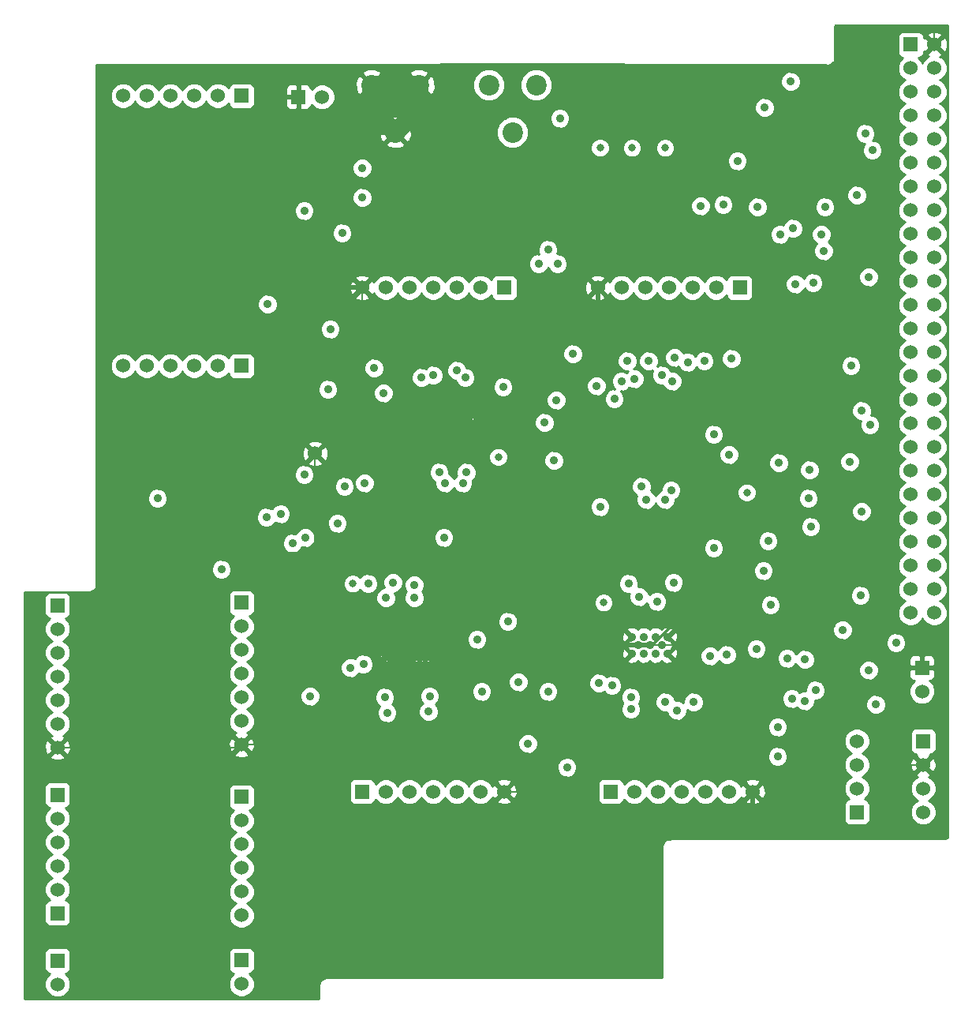
<source format=gbl>
G04 (created by PCBNEW (2013-05-18 BZR 4017)-stable) date Thu 09 Jul 2015 13:03:17 BST*
%MOIN*%
G04 Gerber Fmt 3.4, Leading zero omitted, Abs format*
%FSLAX34Y34*%
G01*
G70*
G90*
G04 APERTURE LIST*
%ADD10C,0.00590551*%
%ADD11C,0.0315*%
%ADD12C,0.06*%
%ADD13R,0.06X0.06*%
%ADD14C,0.0866*%
%ADD15C,0.0354*%
%ADD16C,0.035*%
%ADD17C,0.008*%
%ADD18C,0.0137795*%
%ADD19C,0.0198*%
%ADD20C,0.0787402*%
%ADD21C,0.0197*%
%ADD22C,0.0488*%
%ADD23C,0.01*%
G04 APERTURE END LIST*
G54D10*
G54D11*
X51450Y-37050D03*
X45300Y-42400D03*
G54D12*
X43708Y-36904D03*
G54D13*
X40600Y-43200D03*
G54D12*
X40600Y-44200D03*
X40600Y-45200D03*
X40600Y-46200D03*
X40600Y-47200D03*
X40600Y-48200D03*
X40600Y-49200D03*
G54D13*
X32829Y-43313D03*
G54D12*
X32829Y-44313D03*
X32829Y-45313D03*
X32829Y-46313D03*
X32829Y-47313D03*
X32829Y-48313D03*
X32829Y-49313D03*
G54D13*
X45700Y-51181D03*
G54D12*
X46700Y-51181D03*
X47700Y-51181D03*
X48700Y-51181D03*
X49700Y-51181D03*
X50700Y-51181D03*
X51700Y-51181D03*
G54D13*
X51700Y-29900D03*
G54D12*
X50700Y-29900D03*
X49700Y-29900D03*
X48700Y-29900D03*
X47700Y-29900D03*
X46700Y-29900D03*
X45700Y-29900D03*
G54D13*
X40600Y-21800D03*
G54D12*
X39600Y-21800D03*
X38600Y-21800D03*
X37600Y-21800D03*
X36600Y-21800D03*
X35600Y-21800D03*
G54D13*
X66600Y-52050D03*
G54D12*
X66600Y-51050D03*
X66600Y-50050D03*
X66600Y-49050D03*
G54D13*
X69400Y-49050D03*
G54D12*
X69400Y-50050D03*
X69400Y-51050D03*
X69400Y-52050D03*
G54D13*
X32829Y-58313D03*
G54D12*
X32829Y-59313D03*
G54D13*
X69350Y-45950D03*
G54D12*
X69350Y-46950D03*
G54D13*
X68874Y-19639D03*
G54D12*
X69874Y-19639D03*
X68874Y-24639D03*
X69874Y-20639D03*
X68874Y-25639D03*
X69874Y-21639D03*
X68874Y-26639D03*
X69874Y-22639D03*
X68874Y-27639D03*
X69874Y-23639D03*
X68874Y-28639D03*
X69874Y-24639D03*
X68874Y-29639D03*
X69874Y-25639D03*
X68874Y-30639D03*
X69874Y-26639D03*
X68874Y-31639D03*
X69874Y-27639D03*
X68874Y-32639D03*
X69874Y-28639D03*
X68874Y-33639D03*
X69874Y-29639D03*
X68874Y-34639D03*
X69874Y-30639D03*
X69874Y-31639D03*
X68874Y-35639D03*
X69874Y-32639D03*
X69874Y-34639D03*
X69874Y-35639D03*
X69874Y-36639D03*
X69874Y-37639D03*
X68874Y-36639D03*
X68874Y-37639D03*
X68874Y-20639D03*
X68874Y-21639D03*
X68874Y-22639D03*
X68874Y-23639D03*
X68874Y-38639D03*
X69874Y-38639D03*
X69874Y-33639D03*
X68874Y-39639D03*
X69874Y-39639D03*
X68874Y-40639D03*
X69874Y-40639D03*
X68874Y-41639D03*
X69874Y-41639D03*
X68874Y-42639D03*
X69874Y-42639D03*
X68874Y-43639D03*
X69874Y-43639D03*
G54D13*
X32829Y-51313D03*
G54D12*
X32829Y-52313D03*
X32829Y-53313D03*
X32829Y-54313D03*
G54D13*
X32829Y-56313D03*
G54D12*
X32829Y-55313D03*
G54D13*
X40600Y-33200D03*
G54D12*
X39600Y-33200D03*
X38600Y-33200D03*
X37600Y-33200D03*
X36600Y-33200D03*
X35600Y-33200D03*
G54D13*
X40600Y-51400D03*
G54D12*
X40600Y-52400D03*
X40600Y-53400D03*
X40600Y-54400D03*
X40600Y-55400D03*
X40600Y-56400D03*
G54D13*
X40600Y-58300D03*
G54D12*
X40600Y-59300D03*
G54D14*
X52050Y-23350D03*
X53050Y-21350D03*
X51050Y-21350D03*
X47100Y-23350D03*
X48100Y-21350D03*
X46100Y-21350D03*
G54D15*
X48500Y-35550D03*
X49000Y-35550D03*
X49500Y-35550D03*
X50000Y-35550D03*
X48750Y-35900D03*
X49250Y-35900D03*
X49750Y-35900D03*
X48500Y-36250D03*
X49000Y-36250D03*
X49500Y-36250D03*
X50000Y-36250D03*
X48350Y-45300D03*
X47850Y-45300D03*
X47350Y-45300D03*
X46850Y-45300D03*
X48100Y-44950D03*
X47600Y-44950D03*
X47100Y-44950D03*
X48350Y-44600D03*
X47850Y-44600D03*
X47350Y-44600D03*
X46850Y-44600D03*
G54D11*
X55900Y-43200D03*
X61950Y-38550D03*
G54D15*
X58600Y-45350D03*
X58100Y-45350D03*
X57600Y-45350D03*
X57100Y-45350D03*
X58350Y-45000D03*
X57850Y-45000D03*
X57350Y-45000D03*
X58600Y-44650D03*
X58100Y-44650D03*
X57600Y-44650D03*
X57100Y-44650D03*
X57050Y-36050D03*
X57550Y-36050D03*
X58050Y-36050D03*
X58550Y-36050D03*
X57300Y-36400D03*
X57800Y-36400D03*
X58300Y-36400D03*
X57050Y-36750D03*
X57550Y-36750D03*
X58050Y-36750D03*
X58550Y-36750D03*
G54D13*
X61650Y-29900D03*
G54D12*
X60650Y-29900D03*
X59650Y-29900D03*
X58650Y-29900D03*
X57650Y-29900D03*
X56650Y-29900D03*
X55650Y-29900D03*
G54D13*
X56200Y-51181D03*
G54D12*
X57200Y-51181D03*
X58200Y-51181D03*
X59200Y-51181D03*
X60200Y-51181D03*
X61200Y-51181D03*
X62200Y-51181D03*
G54D13*
X43000Y-21850D03*
G54D12*
X44000Y-21850D03*
G54D11*
X58500Y-24000D03*
X57100Y-24000D03*
X55750Y-24000D03*
G54D16*
X63800Y-21200D03*
X61100Y-45400D03*
X60550Y-40900D03*
X62350Y-45150D03*
X58850Y-42350D03*
X56950Y-42400D03*
X58150Y-43150D03*
X65250Y-26500D03*
X60000Y-26450D03*
X60950Y-26400D03*
X58750Y-38450D03*
X57500Y-38300D03*
X54600Y-32700D03*
X50550Y-44750D03*
X46700Y-43000D03*
X47900Y-43000D03*
X53400Y-35600D03*
X50100Y-37700D03*
X48950Y-37700D03*
X44950Y-38300D03*
X44850Y-27600D03*
X42750Y-40700D03*
X62400Y-26500D03*
X54050Y-22750D03*
X43300Y-40450D03*
X61300Y-32900D03*
X42250Y-39450D03*
X39750Y-41800D03*
X43250Y-26650D03*
X63350Y-27650D03*
X64000Y-29750D03*
X67100Y-46050D03*
X63900Y-27400D03*
X64750Y-29700D03*
X54350Y-50150D03*
X64600Y-37600D03*
X64550Y-38800D03*
X63850Y-47250D03*
X64400Y-45600D03*
X45750Y-45800D03*
X66350Y-33200D03*
X52300Y-46550D03*
X67150Y-35700D03*
X45700Y-24850D03*
X45700Y-26100D03*
X62700Y-22300D03*
X66600Y-26000D03*
X43250Y-37800D03*
X44650Y-39850D03*
X52700Y-49150D03*
X51850Y-44000D03*
X45950Y-42400D03*
X65200Y-28350D03*
X65100Y-27650D03*
X53950Y-28900D03*
X53150Y-28900D03*
X53900Y-34650D03*
X46600Y-34350D03*
X41650Y-39600D03*
X41700Y-30600D03*
X61550Y-24550D03*
X53550Y-28300D03*
X66300Y-37250D03*
X64650Y-40000D03*
X63250Y-49700D03*
X63250Y-48450D03*
X63650Y-45550D03*
X67100Y-29450D03*
X44350Y-31650D03*
X53800Y-37200D03*
X56350Y-34600D03*
X60550Y-36100D03*
X58900Y-32850D03*
X59450Y-33050D03*
X57800Y-33000D03*
X56900Y-33000D03*
X67250Y-24100D03*
X64400Y-47350D03*
X66000Y-44350D03*
X66800Y-39350D03*
X56250Y-46700D03*
X68250Y-44900D03*
X63300Y-37300D03*
X62850Y-40600D03*
X62650Y-41850D03*
X66950Y-23400D03*
X64850Y-46900D03*
X66750Y-42900D03*
X67400Y-47500D03*
X65250Y-25550D03*
X62250Y-45750D03*
X60600Y-42350D03*
X52850Y-43850D03*
X55050Y-48300D03*
X58850Y-48700D03*
X56550Y-48600D03*
X55200Y-52550D03*
X63100Y-21300D03*
X61950Y-35450D03*
X55500Y-40950D03*
X55150Y-36400D03*
X63800Y-30300D03*
X56850Y-32250D03*
X44550Y-48650D03*
X43500Y-42400D03*
X48450Y-48800D03*
X44700Y-52400D03*
X46150Y-48650D03*
X52750Y-30950D03*
X51400Y-32200D03*
X49550Y-32650D03*
X47100Y-32150D03*
X42750Y-30800D03*
X53950Y-25200D03*
X36950Y-41000D03*
X43350Y-38500D03*
X42900Y-24600D03*
X45100Y-25600D03*
X57200Y-33750D03*
X55600Y-34050D03*
X57050Y-47700D03*
X55700Y-46600D03*
X58500Y-38850D03*
X57700Y-38850D03*
X62950Y-43300D03*
X57400Y-42950D03*
X58500Y-47400D03*
X59700Y-47400D03*
X46200Y-33300D03*
X48700Y-33600D03*
X51650Y-34100D03*
X49700Y-33400D03*
X61200Y-36950D03*
X58350Y-33600D03*
X45200Y-45950D03*
X46750Y-47850D03*
X50750Y-46950D03*
X48500Y-47800D03*
X47000Y-42350D03*
X47900Y-42450D03*
X45800Y-38150D03*
X49200Y-38150D03*
X49950Y-38150D03*
X66800Y-35100D03*
X60400Y-45450D03*
X53550Y-46950D03*
X59000Y-47750D03*
X57050Y-47200D03*
X55750Y-39150D03*
X60150Y-33000D03*
X58800Y-33850D03*
X56650Y-33850D03*
X49150Y-40450D03*
X48550Y-47150D03*
X46650Y-47200D03*
X43500Y-47150D03*
X50050Y-33700D03*
X44250Y-34200D03*
X48200Y-33700D03*
X37050Y-38800D03*
G54D17*
X63100Y-21300D02*
X63600Y-20800D01*
X69874Y-18826D02*
X69874Y-19639D01*
X69874Y-18826D02*
X69850Y-18850D01*
X69850Y-18850D02*
X65750Y-18850D01*
X65750Y-18850D02*
X65650Y-18950D01*
X65650Y-18950D02*
X65650Y-20800D01*
X65650Y-20800D02*
X63600Y-20800D01*
X43000Y-21850D02*
X43000Y-24500D01*
X43000Y-24500D02*
X42900Y-24600D01*
X64100Y-23800D02*
X64100Y-24400D01*
X57083Y-21900D02*
X58983Y-23800D01*
X64100Y-23800D02*
X58983Y-23800D01*
X64100Y-24400D02*
X65250Y-25550D01*
X63100Y-21300D02*
X57683Y-21300D01*
X57683Y-21300D02*
X57633Y-21350D01*
X57633Y-21350D02*
X57083Y-21900D01*
X63150Y-21350D02*
X63100Y-21300D01*
X55500Y-40950D02*
X55500Y-41200D01*
X55500Y-41200D02*
X52850Y-43850D01*
X49250Y-35900D02*
X44712Y-35900D01*
X44712Y-35900D02*
X43708Y-36904D01*
X69400Y-50050D02*
X68500Y-50050D01*
X67900Y-49450D02*
X67900Y-46450D01*
X68500Y-50050D02*
X67900Y-49450D01*
X62250Y-45750D02*
X63200Y-45750D01*
X68400Y-45950D02*
X69350Y-45950D01*
X67850Y-46500D02*
X67900Y-46450D01*
X67900Y-46450D02*
X68400Y-45950D01*
X63950Y-46500D02*
X67850Y-46500D01*
X63200Y-45750D02*
X63950Y-46500D01*
X57850Y-45000D02*
X61500Y-45000D01*
X61500Y-45000D02*
X62250Y-45750D01*
G54D18*
X57950Y-45000D02*
X57850Y-45000D01*
X60600Y-42350D02*
X57950Y-45000D01*
G54D19*
X52850Y-43850D02*
X52850Y-45300D01*
G54D18*
X55350Y-48600D02*
X56550Y-48600D01*
X55050Y-48300D02*
X55350Y-48600D01*
G54D19*
X55200Y-52550D02*
X61750Y-52550D01*
X62200Y-52100D02*
X62200Y-51181D01*
X61750Y-52550D02*
X62200Y-52100D01*
X47600Y-44950D02*
X49450Y-44950D01*
X49450Y-44950D02*
X49800Y-45300D01*
X49800Y-45300D02*
X52850Y-45300D01*
X54650Y-45000D02*
X55050Y-45000D01*
X52850Y-45300D02*
X54350Y-45300D01*
X54350Y-45300D02*
X54650Y-45000D01*
X55050Y-45000D02*
X57850Y-45000D01*
G54D17*
X58750Y-48600D02*
X56550Y-48600D01*
X58850Y-48700D02*
X58750Y-48600D01*
X53968Y-51181D02*
X53831Y-51181D01*
X56550Y-48600D02*
X53968Y-51181D01*
G54D20*
X57050Y-36050D02*
X57050Y-36750D01*
X58550Y-36750D02*
X58550Y-36050D01*
X58050Y-36750D02*
X58550Y-36750D01*
X57550Y-36750D02*
X58050Y-36750D01*
X57050Y-36750D02*
X57550Y-36750D01*
X57300Y-36400D02*
X57300Y-36500D01*
X57300Y-36500D02*
X57050Y-36750D01*
X57800Y-36400D02*
X57300Y-36400D01*
X58300Y-36400D02*
X57800Y-36400D01*
X58550Y-36050D02*
X58550Y-36150D01*
X58550Y-36150D02*
X58300Y-36400D01*
X58050Y-36050D02*
X58550Y-36050D01*
X57550Y-36050D02*
X58050Y-36050D01*
X57050Y-36050D02*
X57550Y-36050D01*
G54D17*
X53831Y-51181D02*
X53800Y-51181D01*
X53800Y-51181D02*
X51700Y-51181D01*
X55200Y-52550D02*
X53831Y-51181D01*
X61850Y-35350D02*
X61850Y-32250D01*
X61950Y-35450D02*
X61850Y-35350D01*
X54250Y-39700D02*
X54250Y-36400D01*
X55500Y-40950D02*
X54250Y-39700D01*
G54D19*
X57300Y-36400D02*
X55150Y-36400D01*
X55150Y-36400D02*
X54250Y-36400D01*
X54250Y-36400D02*
X50150Y-36400D01*
X50150Y-36400D02*
X50000Y-36250D01*
G54D18*
X61850Y-32250D02*
X56850Y-32250D01*
X63800Y-30300D02*
X61850Y-32250D01*
G54D19*
X55650Y-29900D02*
X55650Y-32200D01*
X56800Y-32200D02*
X55650Y-32200D01*
X56850Y-32250D02*
X56800Y-32200D01*
X55650Y-32200D02*
X51400Y-32200D01*
G54D17*
X47600Y-44950D02*
X47600Y-48650D01*
G54D20*
X46850Y-45300D02*
X46850Y-44600D01*
X47350Y-45300D02*
X47850Y-45300D01*
X46850Y-45300D02*
X47350Y-45300D01*
X47600Y-44950D02*
X47100Y-44950D01*
X48100Y-44950D02*
X47600Y-44950D01*
X48350Y-44600D02*
X48350Y-45300D01*
X47850Y-44600D02*
X48350Y-44600D01*
X47350Y-44600D02*
X47850Y-44600D01*
X46850Y-44600D02*
X47350Y-44600D01*
G54D21*
X43500Y-42400D02*
X43500Y-44950D01*
X43500Y-44950D02*
X47600Y-44950D01*
G54D17*
X43500Y-41150D02*
X43500Y-42400D01*
X46150Y-48650D02*
X44550Y-48650D01*
X44550Y-48650D02*
X42050Y-48650D01*
X41500Y-49200D02*
X40600Y-49200D01*
X42050Y-48650D02*
X41500Y-49200D01*
X48450Y-48800D02*
X49318Y-48800D01*
X49318Y-48800D02*
X51700Y-51181D01*
X46150Y-48650D02*
X47600Y-48650D01*
X47600Y-48650D02*
X48300Y-48650D01*
X48300Y-48650D02*
X48450Y-48800D01*
X44700Y-52400D02*
X44700Y-50100D01*
X44700Y-50100D02*
X46150Y-48650D01*
G54D20*
X48500Y-35550D02*
X48500Y-36250D01*
X50000Y-35550D02*
X50000Y-36250D01*
G54D17*
X49550Y-32650D02*
X49550Y-32850D01*
X49250Y-33150D02*
X49250Y-35900D01*
X49550Y-32850D02*
X49250Y-33150D01*
G54D20*
X49500Y-36250D02*
X50000Y-36250D01*
X49000Y-36250D02*
X49500Y-36250D01*
X48500Y-36250D02*
X49000Y-36250D01*
X48750Y-35900D02*
X48750Y-36000D01*
X48750Y-36000D02*
X48500Y-36250D01*
X49250Y-35900D02*
X48750Y-35900D01*
X49750Y-35900D02*
X49250Y-35900D01*
X50000Y-35550D02*
X50000Y-35650D01*
X50000Y-35650D02*
X49750Y-35900D01*
X49500Y-35550D02*
X50000Y-35550D01*
X49000Y-35550D02*
X49500Y-35550D01*
X48500Y-35550D02*
X49000Y-35550D01*
G54D17*
X51400Y-32200D02*
X51500Y-32200D01*
X51500Y-32200D02*
X52750Y-30950D01*
X49550Y-32650D02*
X50950Y-32650D01*
X50950Y-32650D02*
X51400Y-32200D01*
X47100Y-32150D02*
X49050Y-32150D01*
X49050Y-32150D02*
X49550Y-32650D01*
X45700Y-29900D02*
X45700Y-30750D01*
X45700Y-30750D02*
X47100Y-32150D01*
X42750Y-30800D02*
X42750Y-35946D01*
X42750Y-35946D02*
X43708Y-36904D01*
X45300Y-25800D02*
X45300Y-29500D01*
X45100Y-25600D02*
X45300Y-25800D01*
X45300Y-29500D02*
X45700Y-29900D01*
G54D19*
X45700Y-29900D02*
X43650Y-29900D01*
X42750Y-30800D02*
X43650Y-29900D01*
G54D17*
X53950Y-25200D02*
X53950Y-24750D01*
X53950Y-24750D02*
X53550Y-24350D01*
X53550Y-24350D02*
X48100Y-24350D01*
X48100Y-24350D02*
X47100Y-23350D01*
X57083Y-21900D02*
X57083Y-20783D01*
X49000Y-20450D02*
X48100Y-21350D01*
X56750Y-20450D02*
X49000Y-20450D01*
X57083Y-20783D02*
X56750Y-20450D01*
G54D20*
X57100Y-21900D02*
X57083Y-21900D01*
X46100Y-21350D02*
X46100Y-22350D01*
X46100Y-22350D02*
X47100Y-23350D01*
X48100Y-21350D02*
X48100Y-22350D01*
X48100Y-22350D02*
X47100Y-23350D01*
X46100Y-21350D02*
X48100Y-21350D01*
G54D21*
X47100Y-23350D02*
X44150Y-23350D01*
X44150Y-23350D02*
X42900Y-24600D01*
G54D17*
X43700Y-41100D02*
X37050Y-41100D01*
X37050Y-41100D02*
X36950Y-41000D01*
X43708Y-36904D02*
X43708Y-38442D01*
X43708Y-38442D02*
X43700Y-38450D01*
X43700Y-38450D02*
X43700Y-41100D01*
X43400Y-38450D02*
X43700Y-38450D01*
G54D22*
X43350Y-38500D02*
X43400Y-38450D01*
G54D17*
X45100Y-25600D02*
X52750Y-25600D01*
X43200Y-24600D02*
X42900Y-24600D01*
X43200Y-24600D02*
X45100Y-24600D01*
X45100Y-24600D02*
X45100Y-25600D01*
X32829Y-49313D02*
X40487Y-49313D01*
X40487Y-49313D02*
X40600Y-49200D01*
G54D10*
G36*
X47131Y-44950D02*
X47129Y-44965D01*
X47121Y-44957D01*
X47100Y-44979D01*
X47078Y-44957D01*
X47070Y-44965D01*
X47068Y-44950D01*
X47070Y-44934D01*
X47078Y-44942D01*
X47100Y-44920D01*
X47121Y-44942D01*
X47129Y-44934D01*
X47131Y-44950D01*
X47131Y-44950D01*
G37*
G54D23*
X47131Y-44950D02*
X47129Y-44965D01*
X47121Y-44957D01*
X47100Y-44979D01*
X47078Y-44957D01*
X47070Y-44965D01*
X47068Y-44950D01*
X47070Y-44934D01*
X47078Y-44942D01*
X47100Y-44920D01*
X47121Y-44942D01*
X47129Y-44934D01*
X47131Y-44950D01*
G54D10*
G36*
X47397Y-44565D02*
X47386Y-44570D01*
X47379Y-44615D01*
X47371Y-44607D01*
X47350Y-44629D01*
X47328Y-44607D01*
X47320Y-44615D01*
X47313Y-44570D01*
X47301Y-44566D01*
X47344Y-44523D01*
X47350Y-44529D01*
X47355Y-44523D01*
X47397Y-44565D01*
X47397Y-44565D01*
G37*
G54D23*
X47397Y-44565D02*
X47386Y-44570D01*
X47379Y-44615D01*
X47371Y-44607D01*
X47350Y-44629D01*
X47328Y-44607D01*
X47320Y-44615D01*
X47313Y-44570D01*
X47301Y-44566D01*
X47344Y-44523D01*
X47350Y-44529D01*
X47355Y-44523D01*
X47397Y-44565D01*
G54D10*
G36*
X47398Y-45333D02*
X47355Y-45376D01*
X47350Y-45370D01*
X47344Y-45376D01*
X47302Y-45334D01*
X47313Y-45329D01*
X47320Y-45284D01*
X47328Y-45292D01*
X47350Y-45270D01*
X47371Y-45292D01*
X47379Y-45284D01*
X47386Y-45329D01*
X47398Y-45333D01*
X47398Y-45333D01*
G37*
G54D23*
X47398Y-45333D02*
X47355Y-45376D01*
X47350Y-45370D01*
X47344Y-45376D01*
X47302Y-45334D01*
X47313Y-45329D01*
X47320Y-45284D01*
X47328Y-45292D01*
X47350Y-45270D01*
X47371Y-45292D01*
X47379Y-45284D01*
X47386Y-45329D01*
X47398Y-45333D01*
G54D10*
G36*
X47631Y-44950D02*
X47629Y-44965D01*
X47621Y-44957D01*
X47600Y-44979D01*
X47578Y-44957D01*
X47570Y-44965D01*
X47568Y-44950D01*
X47570Y-44934D01*
X47578Y-44942D01*
X47600Y-44920D01*
X47621Y-44942D01*
X47629Y-44934D01*
X47631Y-44950D01*
X47631Y-44950D01*
G37*
G54D23*
X47631Y-44950D02*
X47629Y-44965D01*
X47621Y-44957D01*
X47600Y-44979D01*
X47578Y-44957D01*
X47570Y-44965D01*
X47568Y-44950D01*
X47570Y-44934D01*
X47578Y-44942D01*
X47600Y-44920D01*
X47621Y-44942D01*
X47629Y-44934D01*
X47631Y-44950D01*
G54D10*
G36*
X47897Y-44565D02*
X47886Y-44570D01*
X47879Y-44615D01*
X47871Y-44607D01*
X47850Y-44629D01*
X47828Y-44607D01*
X47820Y-44615D01*
X47813Y-44570D01*
X47801Y-44566D01*
X47844Y-44523D01*
X47850Y-44529D01*
X47855Y-44523D01*
X47897Y-44565D01*
X47897Y-44565D01*
G37*
G54D23*
X47897Y-44565D02*
X47886Y-44570D01*
X47879Y-44615D01*
X47871Y-44607D01*
X47850Y-44629D01*
X47828Y-44607D01*
X47820Y-44615D01*
X47813Y-44570D01*
X47801Y-44566D01*
X47844Y-44523D01*
X47850Y-44529D01*
X47855Y-44523D01*
X47897Y-44565D01*
G54D10*
G36*
X47898Y-45333D02*
X47855Y-45376D01*
X47850Y-45370D01*
X47844Y-45376D01*
X47802Y-45334D01*
X47813Y-45329D01*
X47820Y-45284D01*
X47828Y-45292D01*
X47850Y-45270D01*
X47871Y-45292D01*
X47879Y-45284D01*
X47886Y-45329D01*
X47898Y-45333D01*
X47898Y-45333D01*
G37*
G54D23*
X47898Y-45333D02*
X47855Y-45376D01*
X47850Y-45370D01*
X47844Y-45376D01*
X47802Y-45334D01*
X47813Y-45329D01*
X47820Y-45284D01*
X47828Y-45292D01*
X47850Y-45270D01*
X47871Y-45292D01*
X47879Y-45284D01*
X47886Y-45329D01*
X47898Y-45333D01*
G54D10*
G36*
X48131Y-44950D02*
X48129Y-44965D01*
X48121Y-44957D01*
X48100Y-44979D01*
X48078Y-44957D01*
X48070Y-44965D01*
X48068Y-44950D01*
X48070Y-44934D01*
X48078Y-44942D01*
X48100Y-44920D01*
X48121Y-44942D01*
X48129Y-44934D01*
X48131Y-44950D01*
X48131Y-44950D01*
G37*
G54D23*
X48131Y-44950D02*
X48129Y-44965D01*
X48121Y-44957D01*
X48100Y-44979D01*
X48078Y-44957D01*
X48070Y-44965D01*
X48068Y-44950D01*
X48070Y-44934D01*
X48078Y-44942D01*
X48100Y-44920D01*
X48121Y-44942D01*
X48129Y-44934D01*
X48131Y-44950D01*
G54D10*
G36*
X48781Y-35900D02*
X48779Y-35915D01*
X48771Y-35907D01*
X48750Y-35929D01*
X48728Y-35907D01*
X48720Y-35915D01*
X48718Y-35900D01*
X48720Y-35884D01*
X48728Y-35892D01*
X48750Y-35870D01*
X48771Y-35892D01*
X48779Y-35884D01*
X48781Y-35900D01*
X48781Y-35900D01*
G37*
G54D23*
X48781Y-35900D02*
X48779Y-35915D01*
X48771Y-35907D01*
X48750Y-35929D01*
X48728Y-35907D01*
X48720Y-35915D01*
X48718Y-35900D01*
X48720Y-35884D01*
X48728Y-35892D01*
X48750Y-35870D01*
X48771Y-35892D01*
X48779Y-35884D01*
X48781Y-35900D01*
G54D10*
G36*
X49047Y-35515D02*
X49036Y-35520D01*
X49029Y-35565D01*
X49021Y-35557D01*
X49000Y-35579D01*
X48978Y-35557D01*
X48970Y-35565D01*
X48963Y-35520D01*
X48951Y-35516D01*
X48994Y-35473D01*
X49000Y-35479D01*
X49005Y-35473D01*
X49047Y-35515D01*
X49047Y-35515D01*
G37*
G54D23*
X49047Y-35515D02*
X49036Y-35520D01*
X49029Y-35565D01*
X49021Y-35557D01*
X49000Y-35579D01*
X48978Y-35557D01*
X48970Y-35565D01*
X48963Y-35520D01*
X48951Y-35516D01*
X48994Y-35473D01*
X49000Y-35479D01*
X49005Y-35473D01*
X49047Y-35515D01*
G54D10*
G36*
X49048Y-36283D02*
X49005Y-36326D01*
X49000Y-36320D01*
X48994Y-36326D01*
X48952Y-36284D01*
X48963Y-36279D01*
X48970Y-36234D01*
X48978Y-36242D01*
X49000Y-36220D01*
X49021Y-36242D01*
X49029Y-36234D01*
X49036Y-36279D01*
X49048Y-36283D01*
X49048Y-36283D01*
G37*
G54D23*
X49048Y-36283D02*
X49005Y-36326D01*
X49000Y-36320D01*
X48994Y-36326D01*
X48952Y-36284D01*
X48963Y-36279D01*
X48970Y-36234D01*
X48978Y-36242D01*
X49000Y-36220D01*
X49021Y-36242D01*
X49029Y-36234D01*
X49036Y-36279D01*
X49048Y-36283D01*
G54D10*
G36*
X49281Y-35900D02*
X49279Y-35915D01*
X49271Y-35907D01*
X49250Y-35929D01*
X49228Y-35907D01*
X49220Y-35915D01*
X49218Y-35900D01*
X49220Y-35884D01*
X49228Y-35892D01*
X49250Y-35870D01*
X49271Y-35892D01*
X49279Y-35884D01*
X49281Y-35900D01*
X49281Y-35900D01*
G37*
G54D23*
X49281Y-35900D02*
X49279Y-35915D01*
X49271Y-35907D01*
X49250Y-35929D01*
X49228Y-35907D01*
X49220Y-35915D01*
X49218Y-35900D01*
X49220Y-35884D01*
X49228Y-35892D01*
X49250Y-35870D01*
X49271Y-35892D01*
X49279Y-35884D01*
X49281Y-35900D01*
G54D10*
G36*
X49547Y-35515D02*
X49536Y-35520D01*
X49529Y-35565D01*
X49521Y-35557D01*
X49500Y-35579D01*
X49478Y-35557D01*
X49470Y-35565D01*
X49463Y-35520D01*
X49451Y-35516D01*
X49494Y-35473D01*
X49500Y-35479D01*
X49505Y-35473D01*
X49547Y-35515D01*
X49547Y-35515D01*
G37*
G54D23*
X49547Y-35515D02*
X49536Y-35520D01*
X49529Y-35565D01*
X49521Y-35557D01*
X49500Y-35579D01*
X49478Y-35557D01*
X49470Y-35565D01*
X49463Y-35520D01*
X49451Y-35516D01*
X49494Y-35473D01*
X49500Y-35479D01*
X49505Y-35473D01*
X49547Y-35515D01*
G54D10*
G36*
X49548Y-36283D02*
X49505Y-36326D01*
X49500Y-36320D01*
X49494Y-36326D01*
X49452Y-36284D01*
X49463Y-36279D01*
X49470Y-36234D01*
X49478Y-36242D01*
X49500Y-36220D01*
X49521Y-36242D01*
X49529Y-36234D01*
X49536Y-36279D01*
X49548Y-36283D01*
X49548Y-36283D01*
G37*
G54D23*
X49548Y-36283D02*
X49505Y-36326D01*
X49500Y-36320D01*
X49494Y-36326D01*
X49452Y-36284D01*
X49463Y-36279D01*
X49470Y-36234D01*
X49478Y-36242D01*
X49500Y-36220D01*
X49521Y-36242D01*
X49529Y-36234D01*
X49536Y-36279D01*
X49548Y-36283D01*
G54D10*
G36*
X49781Y-35900D02*
X49779Y-35915D01*
X49771Y-35907D01*
X49750Y-35929D01*
X49728Y-35907D01*
X49720Y-35915D01*
X49718Y-35900D01*
X49720Y-35884D01*
X49728Y-35892D01*
X49750Y-35870D01*
X49771Y-35892D01*
X49779Y-35884D01*
X49781Y-35900D01*
X49781Y-35900D01*
G37*
G54D23*
X49781Y-35900D02*
X49779Y-35915D01*
X49771Y-35907D01*
X49750Y-35929D01*
X49728Y-35907D01*
X49720Y-35915D01*
X49718Y-35900D01*
X49720Y-35884D01*
X49728Y-35892D01*
X49750Y-35870D01*
X49771Y-35892D01*
X49779Y-35884D01*
X49781Y-35900D01*
G54D10*
G36*
X57331Y-36400D02*
X57329Y-36415D01*
X57321Y-36407D01*
X57300Y-36429D01*
X57278Y-36407D01*
X57270Y-36415D01*
X57268Y-36400D01*
X57270Y-36384D01*
X57278Y-36392D01*
X57300Y-36370D01*
X57321Y-36392D01*
X57329Y-36384D01*
X57331Y-36400D01*
X57331Y-36400D01*
G37*
G54D23*
X57331Y-36400D02*
X57329Y-36415D01*
X57321Y-36407D01*
X57300Y-36429D01*
X57278Y-36407D01*
X57270Y-36415D01*
X57268Y-36400D01*
X57270Y-36384D01*
X57278Y-36392D01*
X57300Y-36370D01*
X57321Y-36392D01*
X57329Y-36384D01*
X57331Y-36400D01*
G54D10*
G36*
X57381Y-45000D02*
X57379Y-45015D01*
X57371Y-45007D01*
X57350Y-45029D01*
X57328Y-45007D01*
X57320Y-45015D01*
X57318Y-45000D01*
X57320Y-44984D01*
X57328Y-44992D01*
X57350Y-44970D01*
X57371Y-44992D01*
X57379Y-44984D01*
X57381Y-45000D01*
X57381Y-45000D01*
G37*
G54D23*
X57381Y-45000D02*
X57379Y-45015D01*
X57371Y-45007D01*
X57350Y-45029D01*
X57328Y-45007D01*
X57320Y-45015D01*
X57318Y-45000D01*
X57320Y-44984D01*
X57328Y-44992D01*
X57350Y-44970D01*
X57371Y-44992D01*
X57379Y-44984D01*
X57381Y-45000D01*
G54D10*
G36*
X57597Y-36015D02*
X57586Y-36020D01*
X57579Y-36065D01*
X57571Y-36057D01*
X57550Y-36079D01*
X57528Y-36057D01*
X57520Y-36065D01*
X57513Y-36020D01*
X57501Y-36016D01*
X57544Y-35973D01*
X57550Y-35979D01*
X57555Y-35973D01*
X57597Y-36015D01*
X57597Y-36015D01*
G37*
G54D23*
X57597Y-36015D02*
X57586Y-36020D01*
X57579Y-36065D01*
X57571Y-36057D01*
X57550Y-36079D01*
X57528Y-36057D01*
X57520Y-36065D01*
X57513Y-36020D01*
X57501Y-36016D01*
X57544Y-35973D01*
X57550Y-35979D01*
X57555Y-35973D01*
X57597Y-36015D01*
G54D10*
G36*
X57598Y-36783D02*
X57555Y-36826D01*
X57550Y-36820D01*
X57544Y-36826D01*
X57502Y-36784D01*
X57513Y-36779D01*
X57520Y-36734D01*
X57528Y-36742D01*
X57550Y-36720D01*
X57571Y-36742D01*
X57579Y-36734D01*
X57586Y-36779D01*
X57598Y-36783D01*
X57598Y-36783D01*
G37*
G54D23*
X57598Y-36783D02*
X57555Y-36826D01*
X57550Y-36820D01*
X57544Y-36826D01*
X57502Y-36784D01*
X57513Y-36779D01*
X57520Y-36734D01*
X57528Y-36742D01*
X57550Y-36720D01*
X57571Y-36742D01*
X57579Y-36734D01*
X57586Y-36779D01*
X57598Y-36783D01*
G54D10*
G36*
X57647Y-44615D02*
X57636Y-44620D01*
X57629Y-44665D01*
X57621Y-44657D01*
X57600Y-44679D01*
X57578Y-44657D01*
X57570Y-44665D01*
X57563Y-44620D01*
X57551Y-44616D01*
X57594Y-44573D01*
X57600Y-44579D01*
X57605Y-44573D01*
X57647Y-44615D01*
X57647Y-44615D01*
G37*
G54D23*
X57647Y-44615D02*
X57636Y-44620D01*
X57629Y-44665D01*
X57621Y-44657D01*
X57600Y-44679D01*
X57578Y-44657D01*
X57570Y-44665D01*
X57563Y-44620D01*
X57551Y-44616D01*
X57594Y-44573D01*
X57600Y-44579D01*
X57605Y-44573D01*
X57647Y-44615D01*
G54D10*
G36*
X57648Y-45383D02*
X57605Y-45426D01*
X57600Y-45420D01*
X57594Y-45426D01*
X57552Y-45384D01*
X57563Y-45379D01*
X57570Y-45334D01*
X57578Y-45342D01*
X57600Y-45320D01*
X57621Y-45342D01*
X57629Y-45334D01*
X57636Y-45379D01*
X57648Y-45383D01*
X57648Y-45383D01*
G37*
G54D23*
X57648Y-45383D02*
X57605Y-45426D01*
X57600Y-45420D01*
X57594Y-45426D01*
X57552Y-45384D01*
X57563Y-45379D01*
X57570Y-45334D01*
X57578Y-45342D01*
X57600Y-45320D01*
X57621Y-45342D01*
X57629Y-45334D01*
X57636Y-45379D01*
X57648Y-45383D01*
G54D10*
G36*
X57831Y-36400D02*
X57829Y-36415D01*
X57821Y-36407D01*
X57800Y-36429D01*
X57778Y-36407D01*
X57770Y-36415D01*
X57768Y-36400D01*
X57770Y-36384D01*
X57778Y-36392D01*
X57800Y-36370D01*
X57821Y-36392D01*
X57829Y-36384D01*
X57831Y-36400D01*
X57831Y-36400D01*
G37*
G54D23*
X57831Y-36400D02*
X57829Y-36415D01*
X57821Y-36407D01*
X57800Y-36429D01*
X57778Y-36407D01*
X57770Y-36415D01*
X57768Y-36400D01*
X57770Y-36384D01*
X57778Y-36392D01*
X57800Y-36370D01*
X57821Y-36392D01*
X57829Y-36384D01*
X57831Y-36400D01*
G54D10*
G36*
X57881Y-45000D02*
X57879Y-45015D01*
X57871Y-45007D01*
X57850Y-45029D01*
X57828Y-45007D01*
X57820Y-45015D01*
X57818Y-45000D01*
X57820Y-44984D01*
X57828Y-44992D01*
X57850Y-44970D01*
X57871Y-44992D01*
X57879Y-44984D01*
X57881Y-45000D01*
X57881Y-45000D01*
G37*
G54D23*
X57881Y-45000D02*
X57879Y-45015D01*
X57871Y-45007D01*
X57850Y-45029D01*
X57828Y-45007D01*
X57820Y-45015D01*
X57818Y-45000D01*
X57820Y-44984D01*
X57828Y-44992D01*
X57850Y-44970D01*
X57871Y-44992D01*
X57879Y-44984D01*
X57881Y-45000D01*
G54D10*
G36*
X58097Y-36015D02*
X58086Y-36020D01*
X58079Y-36065D01*
X58071Y-36057D01*
X58050Y-36079D01*
X58028Y-36057D01*
X58020Y-36065D01*
X58013Y-36020D01*
X58001Y-36016D01*
X58044Y-35973D01*
X58050Y-35979D01*
X58055Y-35973D01*
X58097Y-36015D01*
X58097Y-36015D01*
G37*
G54D23*
X58097Y-36015D02*
X58086Y-36020D01*
X58079Y-36065D01*
X58071Y-36057D01*
X58050Y-36079D01*
X58028Y-36057D01*
X58020Y-36065D01*
X58013Y-36020D01*
X58001Y-36016D01*
X58044Y-35973D01*
X58050Y-35979D01*
X58055Y-35973D01*
X58097Y-36015D01*
G54D10*
G36*
X58098Y-36783D02*
X58055Y-36826D01*
X58050Y-36820D01*
X58044Y-36826D01*
X58002Y-36784D01*
X58013Y-36779D01*
X58020Y-36734D01*
X58028Y-36742D01*
X58050Y-36720D01*
X58071Y-36742D01*
X58079Y-36734D01*
X58086Y-36779D01*
X58098Y-36783D01*
X58098Y-36783D01*
G37*
G54D23*
X58098Y-36783D02*
X58055Y-36826D01*
X58050Y-36820D01*
X58044Y-36826D01*
X58002Y-36784D01*
X58013Y-36779D01*
X58020Y-36734D01*
X58028Y-36742D01*
X58050Y-36720D01*
X58071Y-36742D01*
X58079Y-36734D01*
X58086Y-36779D01*
X58098Y-36783D01*
G54D10*
G36*
X58147Y-44615D02*
X58136Y-44620D01*
X58129Y-44665D01*
X58121Y-44657D01*
X58100Y-44679D01*
X58078Y-44657D01*
X58070Y-44665D01*
X58063Y-44620D01*
X58051Y-44616D01*
X58094Y-44573D01*
X58100Y-44579D01*
X58105Y-44573D01*
X58147Y-44615D01*
X58147Y-44615D01*
G37*
G54D23*
X58147Y-44615D02*
X58136Y-44620D01*
X58129Y-44665D01*
X58121Y-44657D01*
X58100Y-44679D01*
X58078Y-44657D01*
X58070Y-44665D01*
X58063Y-44620D01*
X58051Y-44616D01*
X58094Y-44573D01*
X58100Y-44579D01*
X58105Y-44573D01*
X58147Y-44615D01*
G54D10*
G36*
X58148Y-45383D02*
X58105Y-45426D01*
X58100Y-45420D01*
X58094Y-45426D01*
X58052Y-45384D01*
X58063Y-45379D01*
X58070Y-45334D01*
X58078Y-45342D01*
X58100Y-45320D01*
X58121Y-45342D01*
X58129Y-45334D01*
X58136Y-45379D01*
X58148Y-45383D01*
X58148Y-45383D01*
G37*
G54D23*
X58148Y-45383D02*
X58105Y-45426D01*
X58100Y-45420D01*
X58094Y-45426D01*
X58052Y-45384D01*
X58063Y-45379D01*
X58070Y-45334D01*
X58078Y-45342D01*
X58100Y-45320D01*
X58121Y-45342D01*
X58129Y-45334D01*
X58136Y-45379D01*
X58148Y-45383D01*
G54D10*
G36*
X58331Y-36400D02*
X58329Y-36415D01*
X58321Y-36407D01*
X58300Y-36429D01*
X58278Y-36407D01*
X58270Y-36415D01*
X58268Y-36400D01*
X58270Y-36384D01*
X58278Y-36392D01*
X58300Y-36370D01*
X58321Y-36392D01*
X58329Y-36384D01*
X58331Y-36400D01*
X58331Y-36400D01*
G37*
G54D23*
X58331Y-36400D02*
X58329Y-36415D01*
X58321Y-36407D01*
X58300Y-36429D01*
X58278Y-36407D01*
X58270Y-36415D01*
X58268Y-36400D01*
X58270Y-36384D01*
X58278Y-36392D01*
X58300Y-36370D01*
X58321Y-36392D01*
X58329Y-36384D01*
X58331Y-36400D01*
G54D10*
G36*
X58381Y-45000D02*
X58379Y-45015D01*
X58371Y-45007D01*
X58350Y-45029D01*
X58328Y-45007D01*
X58320Y-45015D01*
X58318Y-45000D01*
X58320Y-44984D01*
X58328Y-44992D01*
X58350Y-44970D01*
X58371Y-44992D01*
X58379Y-44984D01*
X58381Y-45000D01*
X58381Y-45000D01*
G37*
G54D23*
X58381Y-45000D02*
X58379Y-45015D01*
X58371Y-45007D01*
X58350Y-45029D01*
X58328Y-45007D01*
X58320Y-45015D01*
X58318Y-45000D01*
X58320Y-44984D01*
X58328Y-44992D01*
X58350Y-44970D01*
X58371Y-44992D01*
X58379Y-44984D01*
X58381Y-45000D01*
G54D10*
G36*
X70443Y-53125D02*
X70428Y-53128D01*
X70428Y-19720D01*
X70417Y-19502D01*
X70355Y-19351D01*
X70259Y-19323D01*
X70189Y-19394D01*
X70189Y-19253D01*
X70161Y-19157D01*
X69955Y-19084D01*
X69737Y-19095D01*
X69586Y-19157D01*
X69558Y-19253D01*
X69874Y-19568D01*
X70189Y-19253D01*
X70189Y-19394D01*
X69944Y-19639D01*
X70259Y-19954D01*
X70355Y-19926D01*
X70428Y-19720D01*
X70428Y-53128D01*
X70424Y-53129D01*
X70424Y-43530D01*
X70340Y-43327D01*
X70185Y-43173D01*
X70104Y-43139D01*
X70185Y-43105D01*
X70339Y-42950D01*
X70423Y-42748D01*
X70424Y-42530D01*
X70340Y-42327D01*
X70185Y-42173D01*
X70104Y-42139D01*
X70185Y-42105D01*
X70339Y-41950D01*
X70423Y-41748D01*
X70424Y-41530D01*
X70340Y-41327D01*
X70185Y-41173D01*
X70104Y-41139D01*
X70185Y-41105D01*
X70339Y-40950D01*
X70423Y-40748D01*
X70424Y-40530D01*
X70340Y-40327D01*
X70185Y-40173D01*
X70104Y-40139D01*
X70185Y-40105D01*
X70339Y-39950D01*
X70423Y-39748D01*
X70424Y-39530D01*
X70340Y-39327D01*
X70185Y-39173D01*
X70104Y-39139D01*
X70185Y-39105D01*
X70339Y-38950D01*
X70423Y-38748D01*
X70424Y-38530D01*
X70340Y-38327D01*
X70185Y-38173D01*
X70104Y-38139D01*
X70185Y-38105D01*
X70339Y-37950D01*
X70423Y-37748D01*
X70424Y-37530D01*
X70340Y-37327D01*
X70185Y-37173D01*
X70104Y-37139D01*
X70185Y-37105D01*
X70339Y-36950D01*
X70423Y-36748D01*
X70424Y-36530D01*
X70340Y-36327D01*
X70185Y-36173D01*
X70104Y-36139D01*
X70185Y-36105D01*
X70339Y-35950D01*
X70423Y-35748D01*
X70424Y-35530D01*
X70340Y-35327D01*
X70185Y-35173D01*
X70104Y-35139D01*
X70185Y-35105D01*
X70339Y-34950D01*
X70423Y-34748D01*
X70424Y-34530D01*
X70340Y-34327D01*
X70185Y-34173D01*
X70104Y-34139D01*
X70185Y-34105D01*
X70339Y-33950D01*
X70423Y-33748D01*
X70424Y-33530D01*
X70340Y-33327D01*
X70185Y-33173D01*
X70104Y-33139D01*
X70185Y-33105D01*
X70339Y-32950D01*
X70423Y-32748D01*
X70424Y-32530D01*
X70340Y-32327D01*
X70185Y-32173D01*
X70104Y-32139D01*
X70185Y-32105D01*
X70339Y-31950D01*
X70423Y-31748D01*
X70424Y-31530D01*
X70340Y-31327D01*
X70185Y-31173D01*
X70104Y-31139D01*
X70185Y-31105D01*
X70339Y-30950D01*
X70423Y-30748D01*
X70424Y-30530D01*
X70340Y-30327D01*
X70185Y-30173D01*
X70104Y-30139D01*
X70185Y-30105D01*
X70339Y-29950D01*
X70423Y-29748D01*
X70424Y-29530D01*
X70340Y-29327D01*
X70185Y-29173D01*
X70104Y-29139D01*
X70185Y-29105D01*
X70339Y-28950D01*
X70423Y-28748D01*
X70424Y-28530D01*
X70340Y-28327D01*
X70185Y-28173D01*
X70104Y-28139D01*
X70185Y-28105D01*
X70339Y-27950D01*
X70423Y-27748D01*
X70424Y-27530D01*
X70340Y-27327D01*
X70185Y-27173D01*
X70104Y-27139D01*
X70185Y-27105D01*
X70339Y-26950D01*
X70423Y-26748D01*
X70424Y-26530D01*
X70340Y-26327D01*
X70185Y-26173D01*
X70104Y-26139D01*
X70185Y-26105D01*
X70339Y-25950D01*
X70423Y-25748D01*
X70424Y-25530D01*
X70340Y-25327D01*
X70185Y-25173D01*
X70104Y-25139D01*
X70185Y-25105D01*
X70339Y-24950D01*
X70423Y-24748D01*
X70424Y-24530D01*
X70340Y-24327D01*
X70185Y-24173D01*
X70104Y-24139D01*
X70185Y-24105D01*
X70339Y-23950D01*
X70423Y-23748D01*
X70424Y-23530D01*
X70340Y-23327D01*
X70185Y-23173D01*
X70104Y-23139D01*
X70185Y-23105D01*
X70339Y-22950D01*
X70423Y-22748D01*
X70424Y-22530D01*
X70340Y-22327D01*
X70185Y-22173D01*
X70104Y-22139D01*
X70185Y-22105D01*
X70339Y-21950D01*
X70423Y-21748D01*
X70424Y-21530D01*
X70340Y-21327D01*
X70185Y-21173D01*
X70104Y-21139D01*
X70185Y-21105D01*
X70339Y-20950D01*
X70423Y-20748D01*
X70424Y-20530D01*
X70340Y-20327D01*
X70185Y-20173D01*
X70110Y-20141D01*
X70161Y-20120D01*
X70189Y-20024D01*
X69874Y-19709D01*
X69558Y-20024D01*
X69586Y-20120D01*
X69641Y-20139D01*
X69562Y-20172D01*
X69408Y-20327D01*
X69374Y-20408D01*
X69340Y-20327D01*
X69201Y-20189D01*
X69223Y-20189D01*
X69315Y-20151D01*
X69385Y-20080D01*
X69423Y-19988D01*
X69424Y-19935D01*
X69488Y-19954D01*
X69803Y-19639D01*
X69488Y-19323D01*
X69424Y-19342D01*
X69424Y-19289D01*
X69386Y-19197D01*
X69315Y-19127D01*
X69223Y-19089D01*
X69124Y-19088D01*
X68524Y-19088D01*
X68432Y-19126D01*
X68362Y-19197D01*
X68324Y-19289D01*
X68323Y-19388D01*
X68323Y-19988D01*
X68361Y-20080D01*
X68432Y-20150D01*
X68524Y-20188D01*
X68546Y-20188D01*
X68408Y-20327D01*
X68324Y-20529D01*
X68323Y-20747D01*
X68407Y-20950D01*
X68562Y-21104D01*
X68643Y-21138D01*
X68562Y-21172D01*
X68408Y-21327D01*
X68324Y-21529D01*
X68323Y-21747D01*
X68407Y-21950D01*
X68562Y-22104D01*
X68643Y-22138D01*
X68562Y-22172D01*
X68408Y-22327D01*
X68324Y-22529D01*
X68323Y-22747D01*
X68407Y-22950D01*
X68562Y-23104D01*
X68643Y-23138D01*
X68562Y-23172D01*
X68408Y-23327D01*
X68324Y-23529D01*
X68323Y-23747D01*
X68407Y-23950D01*
X68562Y-24104D01*
X68643Y-24138D01*
X68562Y-24172D01*
X68408Y-24327D01*
X68324Y-24529D01*
X68323Y-24747D01*
X68407Y-24950D01*
X68562Y-25104D01*
X68643Y-25138D01*
X68562Y-25172D01*
X68408Y-25327D01*
X68324Y-25529D01*
X68323Y-25747D01*
X68407Y-25950D01*
X68562Y-26104D01*
X68643Y-26138D01*
X68562Y-26172D01*
X68408Y-26327D01*
X68324Y-26529D01*
X68323Y-26747D01*
X68407Y-26950D01*
X68562Y-27104D01*
X68643Y-27138D01*
X68562Y-27172D01*
X68408Y-27327D01*
X68324Y-27529D01*
X68323Y-27747D01*
X68407Y-27950D01*
X68562Y-28104D01*
X68643Y-28138D01*
X68562Y-28172D01*
X68408Y-28327D01*
X68324Y-28529D01*
X68323Y-28747D01*
X68407Y-28950D01*
X68562Y-29104D01*
X68643Y-29138D01*
X68562Y-29172D01*
X68408Y-29327D01*
X68324Y-29529D01*
X68323Y-29747D01*
X68407Y-29950D01*
X68562Y-30104D01*
X68643Y-30138D01*
X68562Y-30172D01*
X68408Y-30327D01*
X68324Y-30529D01*
X68323Y-30747D01*
X68407Y-30950D01*
X68562Y-31104D01*
X68643Y-31138D01*
X68562Y-31172D01*
X68408Y-31327D01*
X68324Y-31529D01*
X68323Y-31747D01*
X68407Y-31950D01*
X68562Y-32104D01*
X68643Y-32138D01*
X68562Y-32172D01*
X68408Y-32327D01*
X68324Y-32529D01*
X68323Y-32747D01*
X68407Y-32950D01*
X68562Y-33104D01*
X68643Y-33138D01*
X68562Y-33172D01*
X68408Y-33327D01*
X68324Y-33529D01*
X68323Y-33747D01*
X68407Y-33950D01*
X68562Y-34104D01*
X68643Y-34138D01*
X68562Y-34172D01*
X68408Y-34327D01*
X68324Y-34529D01*
X68323Y-34747D01*
X68407Y-34950D01*
X68562Y-35104D01*
X68643Y-35138D01*
X68562Y-35172D01*
X68408Y-35327D01*
X68324Y-35529D01*
X68323Y-35747D01*
X68407Y-35950D01*
X68562Y-36104D01*
X68643Y-36138D01*
X68562Y-36172D01*
X68408Y-36327D01*
X68324Y-36529D01*
X68323Y-36747D01*
X68407Y-36950D01*
X68562Y-37104D01*
X68643Y-37138D01*
X68562Y-37172D01*
X68408Y-37327D01*
X68324Y-37529D01*
X68323Y-37747D01*
X68407Y-37950D01*
X68562Y-38104D01*
X68643Y-38138D01*
X68562Y-38172D01*
X68408Y-38327D01*
X68324Y-38529D01*
X68323Y-38747D01*
X68407Y-38950D01*
X68562Y-39104D01*
X68643Y-39138D01*
X68562Y-39172D01*
X68408Y-39327D01*
X68324Y-39529D01*
X68323Y-39747D01*
X68407Y-39950D01*
X68562Y-40104D01*
X68643Y-40138D01*
X68562Y-40172D01*
X68408Y-40327D01*
X68324Y-40529D01*
X68323Y-40747D01*
X68407Y-40950D01*
X68562Y-41104D01*
X68643Y-41138D01*
X68562Y-41172D01*
X68408Y-41327D01*
X68324Y-41529D01*
X68323Y-41747D01*
X68407Y-41950D01*
X68562Y-42104D01*
X68643Y-42138D01*
X68562Y-42172D01*
X68408Y-42327D01*
X68324Y-42529D01*
X68323Y-42747D01*
X68407Y-42950D01*
X68562Y-43104D01*
X68643Y-43138D01*
X68562Y-43172D01*
X68408Y-43327D01*
X68324Y-43529D01*
X68323Y-43747D01*
X68407Y-43950D01*
X68562Y-44104D01*
X68764Y-44188D01*
X68982Y-44189D01*
X69185Y-44105D01*
X69339Y-43950D01*
X69373Y-43869D01*
X69407Y-43950D01*
X69562Y-44104D01*
X69764Y-44188D01*
X69982Y-44189D01*
X70185Y-44105D01*
X70339Y-43950D01*
X70423Y-43748D01*
X70424Y-43530D01*
X70424Y-53129D01*
X70347Y-53144D01*
X70318Y-53164D01*
X69954Y-53164D01*
X69954Y-50131D01*
X69950Y-50037D01*
X69950Y-49300D01*
X69950Y-48700D01*
X69912Y-48608D01*
X69900Y-48596D01*
X69900Y-46841D01*
X69816Y-46638D01*
X69677Y-46499D01*
X69699Y-46499D01*
X69791Y-46461D01*
X69862Y-46391D01*
X69900Y-46299D01*
X69900Y-45600D01*
X69862Y-45508D01*
X69791Y-45438D01*
X69699Y-45400D01*
X69600Y-45399D01*
X69462Y-45400D01*
X69400Y-45462D01*
X69400Y-45900D01*
X69837Y-45900D01*
X69900Y-45837D01*
X69900Y-45600D01*
X69900Y-46299D01*
X69900Y-46062D01*
X69837Y-46000D01*
X69400Y-46000D01*
X69400Y-46007D01*
X69300Y-46007D01*
X69300Y-46000D01*
X69300Y-45900D01*
X69300Y-45462D01*
X69237Y-45400D01*
X69099Y-45399D01*
X69000Y-45400D01*
X68908Y-45438D01*
X68837Y-45508D01*
X68799Y-45600D01*
X68800Y-45837D01*
X68862Y-45900D01*
X69300Y-45900D01*
X69300Y-46000D01*
X68862Y-46000D01*
X68800Y-46062D01*
X68799Y-46299D01*
X68837Y-46391D01*
X68908Y-46461D01*
X69000Y-46499D01*
X69022Y-46499D01*
X68884Y-46638D01*
X68800Y-46840D01*
X68799Y-47058D01*
X68883Y-47261D01*
X69038Y-47415D01*
X69240Y-47499D01*
X69458Y-47500D01*
X69661Y-47416D01*
X69815Y-47261D01*
X69899Y-47059D01*
X69900Y-46841D01*
X69900Y-48596D01*
X69841Y-48538D01*
X69749Y-48500D01*
X69650Y-48499D01*
X69050Y-48499D01*
X68958Y-48537D01*
X68888Y-48608D01*
X68850Y-48700D01*
X68849Y-48799D01*
X68849Y-49399D01*
X68887Y-49491D01*
X68958Y-49561D01*
X69050Y-49599D01*
X69103Y-49600D01*
X69084Y-49664D01*
X69400Y-49979D01*
X69715Y-49664D01*
X69696Y-49600D01*
X69749Y-49600D01*
X69841Y-49562D01*
X69911Y-49491D01*
X69949Y-49399D01*
X69950Y-49300D01*
X69950Y-50037D01*
X69943Y-49913D01*
X69881Y-49762D01*
X69785Y-49734D01*
X69470Y-50050D01*
X69785Y-50365D01*
X69881Y-50337D01*
X69954Y-50131D01*
X69954Y-53164D01*
X69950Y-53164D01*
X69950Y-51941D01*
X69866Y-51738D01*
X69711Y-51584D01*
X69630Y-51550D01*
X69711Y-51516D01*
X69865Y-51361D01*
X69949Y-51159D01*
X69950Y-50941D01*
X69866Y-50738D01*
X69711Y-50584D01*
X69636Y-50552D01*
X69687Y-50531D01*
X69715Y-50435D01*
X69400Y-50120D01*
X69329Y-50191D01*
X69329Y-50050D01*
X69014Y-49734D01*
X68918Y-49762D01*
X68845Y-49968D01*
X68856Y-50186D01*
X68918Y-50337D01*
X69014Y-50365D01*
X69329Y-50050D01*
X69329Y-50191D01*
X69084Y-50435D01*
X69112Y-50531D01*
X69167Y-50550D01*
X69088Y-50583D01*
X68934Y-50738D01*
X68850Y-50940D01*
X68849Y-51158D01*
X68933Y-51361D01*
X69088Y-51515D01*
X69169Y-51549D01*
X69088Y-51583D01*
X68934Y-51738D01*
X68850Y-51940D01*
X68849Y-52158D01*
X68933Y-52361D01*
X69088Y-52515D01*
X69290Y-52599D01*
X69508Y-52600D01*
X69711Y-52516D01*
X69865Y-52361D01*
X69949Y-52159D01*
X69950Y-51941D01*
X69950Y-53164D01*
X68675Y-53164D01*
X68675Y-44815D01*
X68610Y-44659D01*
X68491Y-44539D01*
X68334Y-44475D01*
X68165Y-44474D01*
X68009Y-44539D01*
X67889Y-44658D01*
X67825Y-44815D01*
X67824Y-44984D01*
X67889Y-45140D01*
X68008Y-45260D01*
X68165Y-45324D01*
X68334Y-45325D01*
X68490Y-45260D01*
X68610Y-45141D01*
X68674Y-44984D01*
X68675Y-44815D01*
X68675Y-53164D01*
X67825Y-53164D01*
X67825Y-47415D01*
X67760Y-47259D01*
X67675Y-47173D01*
X67675Y-24015D01*
X67610Y-23859D01*
X67491Y-23739D01*
X67334Y-23675D01*
X67276Y-23675D01*
X67310Y-23641D01*
X67374Y-23484D01*
X67375Y-23315D01*
X67310Y-23159D01*
X67191Y-23039D01*
X67034Y-22975D01*
X66865Y-22974D01*
X66709Y-23039D01*
X66589Y-23158D01*
X66525Y-23315D01*
X66524Y-23484D01*
X66589Y-23640D01*
X66708Y-23760D01*
X66865Y-23824D01*
X66923Y-23824D01*
X66889Y-23858D01*
X66825Y-24015D01*
X66824Y-24184D01*
X66889Y-24340D01*
X67008Y-24460D01*
X67165Y-24524D01*
X67334Y-24525D01*
X67490Y-24460D01*
X67610Y-24341D01*
X67674Y-24184D01*
X67675Y-24015D01*
X67675Y-47173D01*
X67641Y-47139D01*
X67575Y-47112D01*
X67575Y-35615D01*
X67525Y-35494D01*
X67525Y-29365D01*
X67460Y-29209D01*
X67341Y-29089D01*
X67184Y-29025D01*
X67025Y-29024D01*
X67025Y-25915D01*
X66960Y-25759D01*
X66841Y-25639D01*
X66684Y-25575D01*
X66515Y-25574D01*
X66359Y-25639D01*
X66239Y-25758D01*
X66175Y-25915D01*
X66174Y-26084D01*
X66239Y-26240D01*
X66358Y-26360D01*
X66515Y-26424D01*
X66684Y-26425D01*
X66840Y-26360D01*
X66960Y-26241D01*
X67024Y-26084D01*
X67025Y-25915D01*
X67025Y-29024D01*
X67015Y-29024D01*
X66859Y-29089D01*
X66739Y-29208D01*
X66675Y-29365D01*
X66674Y-29534D01*
X66739Y-29690D01*
X66858Y-29810D01*
X67015Y-29874D01*
X67184Y-29875D01*
X67340Y-29810D01*
X67460Y-29691D01*
X67524Y-29534D01*
X67525Y-29365D01*
X67525Y-35494D01*
X67510Y-35459D01*
X67391Y-35339D01*
X67234Y-35275D01*
X67187Y-35275D01*
X67224Y-35184D01*
X67225Y-35015D01*
X67160Y-34859D01*
X67041Y-34739D01*
X66884Y-34675D01*
X66775Y-34674D01*
X66775Y-33115D01*
X66710Y-32959D01*
X66591Y-32839D01*
X66434Y-32775D01*
X66265Y-32774D01*
X66109Y-32839D01*
X65989Y-32958D01*
X65925Y-33115D01*
X65924Y-33284D01*
X65989Y-33440D01*
X66108Y-33560D01*
X66265Y-33624D01*
X66434Y-33625D01*
X66590Y-33560D01*
X66710Y-33441D01*
X66774Y-33284D01*
X66775Y-33115D01*
X66775Y-34674D01*
X66715Y-34674D01*
X66559Y-34739D01*
X66439Y-34858D01*
X66375Y-35015D01*
X66374Y-35184D01*
X66439Y-35340D01*
X66558Y-35460D01*
X66715Y-35524D01*
X66762Y-35524D01*
X66725Y-35615D01*
X66724Y-35784D01*
X66789Y-35940D01*
X66908Y-36060D01*
X67065Y-36124D01*
X67234Y-36125D01*
X67390Y-36060D01*
X67510Y-35941D01*
X67574Y-35784D01*
X67575Y-35615D01*
X67575Y-47112D01*
X67525Y-47091D01*
X67525Y-45965D01*
X67460Y-45809D01*
X67341Y-45689D01*
X67225Y-45641D01*
X67225Y-39265D01*
X67160Y-39109D01*
X67041Y-38989D01*
X66884Y-38925D01*
X66725Y-38924D01*
X66725Y-37165D01*
X66660Y-37009D01*
X66541Y-36889D01*
X66384Y-36825D01*
X66215Y-36824D01*
X66059Y-36889D01*
X65939Y-37008D01*
X65875Y-37165D01*
X65874Y-37334D01*
X65939Y-37490D01*
X66058Y-37610D01*
X66215Y-37674D01*
X66384Y-37675D01*
X66540Y-37610D01*
X66660Y-37491D01*
X66724Y-37334D01*
X66725Y-37165D01*
X66725Y-38924D01*
X66715Y-38924D01*
X66559Y-38989D01*
X66439Y-39108D01*
X66375Y-39265D01*
X66374Y-39434D01*
X66439Y-39590D01*
X66558Y-39710D01*
X66715Y-39774D01*
X66884Y-39775D01*
X67040Y-39710D01*
X67160Y-39591D01*
X67224Y-39434D01*
X67225Y-39265D01*
X67225Y-45641D01*
X67184Y-45625D01*
X67175Y-45625D01*
X67175Y-42815D01*
X67110Y-42659D01*
X66991Y-42539D01*
X66834Y-42475D01*
X66665Y-42474D01*
X66509Y-42539D01*
X66389Y-42658D01*
X66325Y-42815D01*
X66324Y-42984D01*
X66389Y-43140D01*
X66508Y-43260D01*
X66665Y-43324D01*
X66834Y-43325D01*
X66990Y-43260D01*
X67110Y-43141D01*
X67174Y-42984D01*
X67175Y-42815D01*
X67175Y-45625D01*
X67015Y-45624D01*
X66859Y-45689D01*
X66739Y-45808D01*
X66675Y-45965D01*
X66674Y-46134D01*
X66739Y-46290D01*
X66858Y-46410D01*
X67015Y-46474D01*
X67184Y-46475D01*
X67340Y-46410D01*
X67460Y-46291D01*
X67524Y-46134D01*
X67525Y-45965D01*
X67525Y-47091D01*
X67484Y-47075D01*
X67315Y-47074D01*
X67159Y-47139D01*
X67039Y-47258D01*
X66975Y-47415D01*
X66974Y-47584D01*
X67039Y-47740D01*
X67158Y-47860D01*
X67315Y-47924D01*
X67484Y-47925D01*
X67640Y-47860D01*
X67760Y-47741D01*
X67824Y-47584D01*
X67825Y-47415D01*
X67825Y-53164D01*
X67150Y-53164D01*
X67150Y-50941D01*
X67066Y-50738D01*
X66911Y-50584D01*
X66830Y-50550D01*
X66911Y-50516D01*
X67065Y-50361D01*
X67149Y-50159D01*
X67150Y-49941D01*
X67066Y-49738D01*
X66911Y-49584D01*
X66830Y-49550D01*
X66911Y-49516D01*
X67065Y-49361D01*
X67149Y-49159D01*
X67150Y-48941D01*
X67066Y-48738D01*
X66911Y-48584D01*
X66709Y-48500D01*
X66491Y-48499D01*
X66425Y-48527D01*
X66425Y-44265D01*
X66360Y-44109D01*
X66241Y-43989D01*
X66084Y-43925D01*
X65915Y-43924D01*
X65759Y-43989D01*
X65675Y-44073D01*
X65675Y-26415D01*
X65610Y-26259D01*
X65491Y-26139D01*
X65334Y-26075D01*
X65165Y-26074D01*
X65009Y-26139D01*
X64889Y-26258D01*
X64825Y-26415D01*
X64824Y-26584D01*
X64889Y-26740D01*
X65008Y-26860D01*
X65165Y-26924D01*
X65334Y-26925D01*
X65490Y-26860D01*
X65610Y-26741D01*
X65674Y-26584D01*
X65675Y-26415D01*
X65675Y-44073D01*
X65639Y-44108D01*
X65625Y-44144D01*
X65625Y-28265D01*
X65560Y-28109D01*
X65441Y-27989D01*
X65384Y-27966D01*
X65460Y-27891D01*
X65524Y-27734D01*
X65525Y-27565D01*
X65460Y-27409D01*
X65341Y-27289D01*
X65184Y-27225D01*
X65015Y-27224D01*
X64859Y-27289D01*
X64739Y-27408D01*
X64675Y-27565D01*
X64674Y-27734D01*
X64739Y-27890D01*
X64858Y-28010D01*
X64915Y-28033D01*
X64839Y-28108D01*
X64775Y-28265D01*
X64774Y-28434D01*
X64839Y-28590D01*
X64958Y-28710D01*
X65115Y-28774D01*
X65284Y-28775D01*
X65440Y-28710D01*
X65560Y-28591D01*
X65624Y-28434D01*
X65625Y-28265D01*
X65625Y-44144D01*
X65575Y-44265D01*
X65574Y-44434D01*
X65639Y-44590D01*
X65758Y-44710D01*
X65915Y-44774D01*
X66084Y-44775D01*
X66240Y-44710D01*
X66360Y-44591D01*
X66424Y-44434D01*
X66425Y-44265D01*
X66425Y-48527D01*
X66288Y-48583D01*
X66134Y-48738D01*
X66050Y-48940D01*
X66049Y-49158D01*
X66133Y-49361D01*
X66288Y-49515D01*
X66369Y-49549D01*
X66288Y-49583D01*
X66134Y-49738D01*
X66050Y-49940D01*
X66049Y-50158D01*
X66133Y-50361D01*
X66288Y-50515D01*
X66369Y-50549D01*
X66288Y-50583D01*
X66134Y-50738D01*
X66050Y-50940D01*
X66049Y-51158D01*
X66133Y-51361D01*
X66272Y-51499D01*
X66250Y-51499D01*
X66158Y-51537D01*
X66088Y-51608D01*
X66050Y-51700D01*
X66049Y-51799D01*
X66049Y-52399D01*
X66087Y-52491D01*
X66158Y-52561D01*
X66250Y-52599D01*
X66349Y-52600D01*
X66949Y-52600D01*
X67041Y-52562D01*
X67111Y-52491D01*
X67149Y-52399D01*
X67150Y-52300D01*
X67150Y-51700D01*
X67112Y-51608D01*
X67041Y-51538D01*
X66949Y-51500D01*
X66927Y-51500D01*
X67065Y-51361D01*
X67149Y-51159D01*
X67150Y-50941D01*
X67150Y-53164D01*
X65275Y-53164D01*
X65275Y-46815D01*
X65210Y-46659D01*
X65175Y-46624D01*
X65175Y-29615D01*
X65110Y-29459D01*
X64991Y-29339D01*
X64834Y-29275D01*
X64665Y-29274D01*
X64509Y-29339D01*
X64389Y-29458D01*
X64364Y-29519D01*
X64360Y-29509D01*
X64325Y-29474D01*
X64325Y-27315D01*
X64260Y-27159D01*
X64225Y-27124D01*
X64225Y-21115D01*
X64160Y-20959D01*
X64041Y-20839D01*
X63884Y-20775D01*
X63715Y-20774D01*
X63559Y-20839D01*
X63439Y-20958D01*
X63375Y-21115D01*
X63374Y-21284D01*
X63439Y-21440D01*
X63558Y-21560D01*
X63715Y-21624D01*
X63884Y-21625D01*
X64040Y-21560D01*
X64160Y-21441D01*
X64224Y-21284D01*
X64225Y-21115D01*
X64225Y-27124D01*
X64141Y-27039D01*
X63984Y-26975D01*
X63815Y-26974D01*
X63659Y-27039D01*
X63539Y-27158D01*
X63501Y-27252D01*
X63434Y-27225D01*
X63265Y-27224D01*
X63125Y-27283D01*
X63125Y-22215D01*
X63060Y-22059D01*
X62941Y-21939D01*
X62784Y-21875D01*
X62615Y-21874D01*
X62459Y-21939D01*
X62339Y-22058D01*
X62275Y-22215D01*
X62274Y-22384D01*
X62339Y-22540D01*
X62458Y-22660D01*
X62615Y-22724D01*
X62784Y-22725D01*
X62940Y-22660D01*
X63060Y-22541D01*
X63124Y-22384D01*
X63125Y-22215D01*
X63125Y-27283D01*
X63109Y-27289D01*
X62989Y-27408D01*
X62925Y-27565D01*
X62924Y-27734D01*
X62989Y-27890D01*
X63108Y-28010D01*
X63265Y-28074D01*
X63434Y-28075D01*
X63590Y-28010D01*
X63710Y-27891D01*
X63748Y-27797D01*
X63815Y-27824D01*
X63984Y-27825D01*
X64140Y-27760D01*
X64260Y-27641D01*
X64324Y-27484D01*
X64325Y-27315D01*
X64325Y-29474D01*
X64241Y-29389D01*
X64084Y-29325D01*
X63915Y-29324D01*
X63759Y-29389D01*
X63639Y-29508D01*
X63575Y-29665D01*
X63574Y-29834D01*
X63639Y-29990D01*
X63758Y-30110D01*
X63915Y-30174D01*
X64084Y-30175D01*
X64240Y-30110D01*
X64360Y-29991D01*
X64385Y-29930D01*
X64389Y-29940D01*
X64508Y-30060D01*
X64665Y-30124D01*
X64834Y-30125D01*
X64990Y-30060D01*
X65110Y-29941D01*
X65174Y-29784D01*
X65175Y-29615D01*
X65175Y-46624D01*
X65091Y-46539D01*
X65075Y-46533D01*
X65075Y-39915D01*
X65025Y-39794D01*
X65025Y-37515D01*
X64960Y-37359D01*
X64841Y-37239D01*
X64684Y-37175D01*
X64515Y-37174D01*
X64359Y-37239D01*
X64239Y-37358D01*
X64175Y-37515D01*
X64174Y-37684D01*
X64239Y-37840D01*
X64358Y-37960D01*
X64515Y-38024D01*
X64684Y-38025D01*
X64840Y-37960D01*
X64960Y-37841D01*
X65024Y-37684D01*
X65025Y-37515D01*
X65025Y-39794D01*
X65010Y-39759D01*
X64975Y-39724D01*
X64975Y-38715D01*
X64910Y-38559D01*
X64791Y-38439D01*
X64634Y-38375D01*
X64465Y-38374D01*
X64309Y-38439D01*
X64189Y-38558D01*
X64125Y-38715D01*
X64124Y-38884D01*
X64189Y-39040D01*
X64308Y-39160D01*
X64465Y-39224D01*
X64634Y-39225D01*
X64790Y-39160D01*
X64910Y-39041D01*
X64974Y-38884D01*
X64975Y-38715D01*
X64975Y-39724D01*
X64891Y-39639D01*
X64734Y-39575D01*
X64565Y-39574D01*
X64409Y-39639D01*
X64289Y-39758D01*
X64225Y-39915D01*
X64224Y-40084D01*
X64289Y-40240D01*
X64408Y-40360D01*
X64565Y-40424D01*
X64734Y-40425D01*
X64890Y-40360D01*
X65010Y-40241D01*
X65074Y-40084D01*
X65075Y-39915D01*
X65075Y-46533D01*
X64934Y-46475D01*
X64825Y-46474D01*
X64825Y-45515D01*
X64760Y-45359D01*
X64641Y-45239D01*
X64484Y-45175D01*
X64315Y-45174D01*
X64159Y-45239D01*
X64039Y-45358D01*
X64035Y-45369D01*
X64010Y-45309D01*
X63891Y-45189D01*
X63734Y-45125D01*
X63725Y-45125D01*
X63725Y-37215D01*
X63660Y-37059D01*
X63541Y-36939D01*
X63384Y-36875D01*
X63215Y-36874D01*
X63059Y-36939D01*
X62939Y-37058D01*
X62875Y-37215D01*
X62874Y-37384D01*
X62939Y-37540D01*
X63058Y-37660D01*
X63215Y-37724D01*
X63384Y-37725D01*
X63540Y-37660D01*
X63660Y-37541D01*
X63724Y-37384D01*
X63725Y-37215D01*
X63725Y-45125D01*
X63565Y-45124D01*
X63409Y-45189D01*
X63375Y-45223D01*
X63375Y-43215D01*
X63310Y-43059D01*
X63275Y-43024D01*
X63275Y-40515D01*
X63210Y-40359D01*
X63091Y-40239D01*
X62934Y-40175D01*
X62825Y-40174D01*
X62825Y-26415D01*
X62760Y-26259D01*
X62641Y-26139D01*
X62484Y-26075D01*
X62315Y-26074D01*
X62159Y-26139D01*
X62039Y-26258D01*
X61975Y-26415D01*
X61975Y-24465D01*
X61910Y-24309D01*
X61791Y-24189D01*
X61634Y-24125D01*
X61465Y-24124D01*
X61309Y-24189D01*
X61189Y-24308D01*
X61125Y-24465D01*
X61124Y-24634D01*
X61189Y-24790D01*
X61308Y-24910D01*
X61465Y-24974D01*
X61634Y-24975D01*
X61790Y-24910D01*
X61910Y-24791D01*
X61974Y-24634D01*
X61975Y-24465D01*
X61975Y-26415D01*
X61974Y-26584D01*
X62039Y-26740D01*
X62158Y-26860D01*
X62315Y-26924D01*
X62484Y-26925D01*
X62640Y-26860D01*
X62760Y-26741D01*
X62824Y-26584D01*
X62825Y-26415D01*
X62825Y-40174D01*
X62765Y-40174D01*
X62609Y-40239D01*
X62489Y-40358D01*
X62425Y-40515D01*
X62424Y-40684D01*
X62489Y-40840D01*
X62608Y-40960D01*
X62765Y-41024D01*
X62934Y-41025D01*
X63090Y-40960D01*
X63210Y-40841D01*
X63274Y-40684D01*
X63275Y-40515D01*
X63275Y-43024D01*
X63191Y-42939D01*
X63075Y-42891D01*
X63075Y-41765D01*
X63010Y-41609D01*
X62891Y-41489D01*
X62734Y-41425D01*
X62565Y-41424D01*
X62409Y-41489D01*
X62357Y-41541D01*
X62357Y-38469D01*
X62295Y-38319D01*
X62200Y-38223D01*
X62200Y-30150D01*
X62200Y-29550D01*
X62162Y-29458D01*
X62091Y-29388D01*
X61999Y-29350D01*
X61900Y-29349D01*
X61375Y-29349D01*
X61375Y-26315D01*
X61310Y-26159D01*
X61191Y-26039D01*
X61034Y-25975D01*
X60865Y-25974D01*
X60709Y-26039D01*
X60589Y-26158D01*
X60525Y-26315D01*
X60524Y-26484D01*
X60589Y-26640D01*
X60708Y-26760D01*
X60865Y-26824D01*
X61034Y-26825D01*
X61190Y-26760D01*
X61310Y-26641D01*
X61374Y-26484D01*
X61375Y-26315D01*
X61375Y-29349D01*
X61300Y-29349D01*
X61208Y-29387D01*
X61138Y-29458D01*
X61100Y-29550D01*
X61100Y-29572D01*
X60961Y-29434D01*
X60759Y-29350D01*
X60541Y-29349D01*
X60425Y-29397D01*
X60425Y-26365D01*
X60360Y-26209D01*
X60241Y-26089D01*
X60084Y-26025D01*
X59915Y-26024D01*
X59759Y-26089D01*
X59639Y-26208D01*
X59575Y-26365D01*
X59574Y-26534D01*
X59639Y-26690D01*
X59758Y-26810D01*
X59915Y-26874D01*
X60084Y-26875D01*
X60240Y-26810D01*
X60360Y-26691D01*
X60424Y-26534D01*
X60425Y-26365D01*
X60425Y-29397D01*
X60338Y-29433D01*
X60184Y-29588D01*
X60150Y-29669D01*
X60116Y-29588D01*
X59961Y-29434D01*
X59759Y-29350D01*
X59541Y-29349D01*
X59338Y-29433D01*
X59184Y-29588D01*
X59150Y-29669D01*
X59116Y-29588D01*
X58961Y-29434D01*
X58907Y-29411D01*
X58907Y-23919D01*
X58845Y-23769D01*
X58731Y-23654D01*
X58581Y-23592D01*
X58419Y-23592D01*
X58269Y-23654D01*
X58154Y-23768D01*
X58092Y-23918D01*
X58092Y-24080D01*
X58154Y-24230D01*
X58268Y-24345D01*
X58418Y-24407D01*
X58580Y-24407D01*
X58730Y-24345D01*
X58845Y-24231D01*
X58907Y-24081D01*
X58907Y-23919D01*
X58907Y-29411D01*
X58759Y-29350D01*
X58541Y-29349D01*
X58338Y-29433D01*
X58184Y-29588D01*
X58150Y-29669D01*
X58116Y-29588D01*
X57961Y-29434D01*
X57759Y-29350D01*
X57541Y-29349D01*
X57507Y-29363D01*
X57507Y-23919D01*
X57445Y-23769D01*
X57331Y-23654D01*
X57181Y-23592D01*
X57019Y-23592D01*
X56869Y-23654D01*
X56754Y-23768D01*
X56692Y-23918D01*
X56692Y-24080D01*
X56754Y-24230D01*
X56868Y-24345D01*
X57018Y-24407D01*
X57180Y-24407D01*
X57330Y-24345D01*
X57445Y-24231D01*
X57507Y-24081D01*
X57507Y-23919D01*
X57507Y-29363D01*
X57338Y-29433D01*
X57184Y-29588D01*
X57150Y-29669D01*
X57116Y-29588D01*
X56961Y-29434D01*
X56759Y-29350D01*
X56541Y-29349D01*
X56338Y-29433D01*
X56184Y-29588D01*
X56157Y-29651D01*
X56157Y-23919D01*
X56095Y-23769D01*
X55981Y-23654D01*
X55831Y-23592D01*
X55669Y-23592D01*
X55519Y-23654D01*
X55404Y-23768D01*
X55342Y-23918D01*
X55342Y-24080D01*
X55404Y-24230D01*
X55518Y-24345D01*
X55668Y-24407D01*
X55830Y-24407D01*
X55980Y-24345D01*
X56095Y-24231D01*
X56157Y-24081D01*
X56157Y-23919D01*
X56157Y-29651D01*
X56152Y-29663D01*
X56131Y-29612D01*
X56035Y-29584D01*
X55965Y-29655D01*
X55965Y-29514D01*
X55937Y-29418D01*
X55731Y-29345D01*
X55513Y-29356D01*
X55362Y-29418D01*
X55334Y-29514D01*
X55650Y-29829D01*
X55965Y-29514D01*
X55965Y-29655D01*
X55720Y-29900D01*
X56035Y-30215D01*
X56131Y-30187D01*
X56150Y-30132D01*
X56183Y-30211D01*
X56338Y-30365D01*
X56540Y-30449D01*
X56758Y-30450D01*
X56961Y-30366D01*
X57115Y-30211D01*
X57149Y-30130D01*
X57183Y-30211D01*
X57338Y-30365D01*
X57540Y-30449D01*
X57758Y-30450D01*
X57961Y-30366D01*
X58115Y-30211D01*
X58149Y-30130D01*
X58183Y-30211D01*
X58338Y-30365D01*
X58540Y-30449D01*
X58758Y-30450D01*
X58961Y-30366D01*
X59115Y-30211D01*
X59149Y-30130D01*
X59183Y-30211D01*
X59338Y-30365D01*
X59540Y-30449D01*
X59758Y-30450D01*
X59961Y-30366D01*
X60115Y-30211D01*
X60149Y-30130D01*
X60183Y-30211D01*
X60338Y-30365D01*
X60540Y-30449D01*
X60758Y-30450D01*
X60961Y-30366D01*
X61099Y-30227D01*
X61099Y-30249D01*
X61137Y-30341D01*
X61208Y-30411D01*
X61300Y-30449D01*
X61399Y-30450D01*
X61999Y-30450D01*
X62091Y-30412D01*
X62161Y-30341D01*
X62199Y-30249D01*
X62200Y-30150D01*
X62200Y-38223D01*
X62181Y-38204D01*
X62031Y-38142D01*
X61869Y-38142D01*
X61725Y-38202D01*
X61725Y-32815D01*
X61660Y-32659D01*
X61541Y-32539D01*
X61384Y-32475D01*
X61215Y-32474D01*
X61059Y-32539D01*
X60939Y-32658D01*
X60875Y-32815D01*
X60874Y-32984D01*
X60939Y-33140D01*
X61058Y-33260D01*
X61215Y-33324D01*
X61384Y-33325D01*
X61540Y-33260D01*
X61660Y-33141D01*
X61724Y-32984D01*
X61725Y-32815D01*
X61725Y-38202D01*
X61719Y-38204D01*
X61625Y-38298D01*
X61625Y-36865D01*
X61560Y-36709D01*
X61441Y-36589D01*
X61284Y-36525D01*
X61115Y-36524D01*
X60975Y-36583D01*
X60975Y-36015D01*
X60910Y-35859D01*
X60791Y-35739D01*
X60634Y-35675D01*
X60575Y-35675D01*
X60575Y-32915D01*
X60510Y-32759D01*
X60391Y-32639D01*
X60234Y-32575D01*
X60065Y-32574D01*
X59909Y-32639D01*
X59789Y-32758D01*
X59781Y-32780D01*
X59691Y-32689D01*
X59534Y-32625D01*
X59365Y-32624D01*
X59281Y-32659D01*
X59260Y-32609D01*
X59141Y-32489D01*
X58984Y-32425D01*
X58815Y-32424D01*
X58659Y-32489D01*
X58539Y-32608D01*
X58475Y-32765D01*
X58474Y-32934D01*
X58539Y-33090D01*
X58658Y-33210D01*
X58815Y-33274D01*
X58984Y-33275D01*
X59068Y-33240D01*
X59089Y-33290D01*
X59208Y-33410D01*
X59365Y-33474D01*
X59534Y-33475D01*
X59690Y-33410D01*
X59810Y-33291D01*
X59818Y-33269D01*
X59908Y-33360D01*
X60065Y-33424D01*
X60234Y-33425D01*
X60390Y-33360D01*
X60510Y-33241D01*
X60574Y-33084D01*
X60575Y-32915D01*
X60575Y-35675D01*
X60465Y-35674D01*
X60309Y-35739D01*
X60189Y-35858D01*
X60125Y-36015D01*
X60124Y-36184D01*
X60189Y-36340D01*
X60308Y-36460D01*
X60465Y-36524D01*
X60634Y-36525D01*
X60790Y-36460D01*
X60910Y-36341D01*
X60974Y-36184D01*
X60975Y-36015D01*
X60975Y-36583D01*
X60959Y-36589D01*
X60839Y-36708D01*
X60775Y-36865D01*
X60774Y-37034D01*
X60839Y-37190D01*
X60958Y-37310D01*
X61115Y-37374D01*
X61284Y-37375D01*
X61440Y-37310D01*
X61560Y-37191D01*
X61624Y-37034D01*
X61625Y-36865D01*
X61625Y-38298D01*
X61604Y-38318D01*
X61542Y-38468D01*
X61542Y-38630D01*
X61604Y-38780D01*
X61718Y-38895D01*
X61868Y-38957D01*
X62030Y-38957D01*
X62180Y-38895D01*
X62295Y-38781D01*
X62357Y-38631D01*
X62357Y-38469D01*
X62357Y-41541D01*
X62289Y-41608D01*
X62225Y-41765D01*
X62224Y-41934D01*
X62289Y-42090D01*
X62408Y-42210D01*
X62565Y-42274D01*
X62734Y-42275D01*
X62890Y-42210D01*
X63010Y-42091D01*
X63074Y-41934D01*
X63075Y-41765D01*
X63075Y-42891D01*
X63034Y-42875D01*
X62865Y-42874D01*
X62709Y-42939D01*
X62589Y-43058D01*
X62525Y-43215D01*
X62524Y-43384D01*
X62589Y-43540D01*
X62708Y-43660D01*
X62865Y-43724D01*
X63034Y-43725D01*
X63190Y-43660D01*
X63310Y-43541D01*
X63374Y-43384D01*
X63375Y-43215D01*
X63375Y-45223D01*
X63289Y-45308D01*
X63225Y-45465D01*
X63224Y-45634D01*
X63289Y-45790D01*
X63408Y-45910D01*
X63565Y-45974D01*
X63734Y-45975D01*
X63890Y-45910D01*
X64010Y-45791D01*
X64014Y-45780D01*
X64039Y-45840D01*
X64158Y-45960D01*
X64315Y-46024D01*
X64484Y-46025D01*
X64640Y-45960D01*
X64760Y-45841D01*
X64824Y-45684D01*
X64825Y-45515D01*
X64825Y-46474D01*
X64765Y-46474D01*
X64609Y-46539D01*
X64489Y-46658D01*
X64425Y-46815D01*
X64424Y-46925D01*
X64315Y-46924D01*
X64181Y-46980D01*
X64091Y-46889D01*
X63934Y-46825D01*
X63765Y-46824D01*
X63609Y-46889D01*
X63489Y-47008D01*
X63425Y-47165D01*
X63424Y-47334D01*
X63489Y-47490D01*
X63608Y-47610D01*
X63765Y-47674D01*
X63934Y-47675D01*
X64068Y-47619D01*
X64158Y-47710D01*
X64315Y-47774D01*
X64484Y-47775D01*
X64640Y-47710D01*
X64760Y-47591D01*
X64824Y-47434D01*
X64825Y-47324D01*
X64934Y-47325D01*
X65090Y-47260D01*
X65210Y-47141D01*
X65274Y-46984D01*
X65275Y-46815D01*
X65275Y-53164D01*
X63675Y-53164D01*
X63675Y-49615D01*
X63675Y-48365D01*
X63610Y-48209D01*
X63491Y-48089D01*
X63334Y-48025D01*
X63165Y-48024D01*
X63009Y-48089D01*
X62889Y-48208D01*
X62825Y-48365D01*
X62824Y-48534D01*
X62889Y-48690D01*
X63008Y-48810D01*
X63165Y-48874D01*
X63334Y-48875D01*
X63490Y-48810D01*
X63610Y-48691D01*
X63674Y-48534D01*
X63675Y-48365D01*
X63675Y-49615D01*
X63610Y-49459D01*
X63491Y-49339D01*
X63334Y-49275D01*
X63165Y-49274D01*
X63009Y-49339D01*
X62889Y-49458D01*
X62825Y-49615D01*
X62824Y-49784D01*
X62889Y-49940D01*
X63008Y-50060D01*
X63165Y-50124D01*
X63334Y-50125D01*
X63490Y-50060D01*
X63610Y-49941D01*
X63674Y-49784D01*
X63675Y-49615D01*
X63675Y-53164D01*
X62775Y-53164D01*
X62775Y-45065D01*
X62710Y-44909D01*
X62591Y-44789D01*
X62434Y-44725D01*
X62265Y-44724D01*
X62109Y-44789D01*
X61989Y-44908D01*
X61925Y-45065D01*
X61924Y-45234D01*
X61989Y-45390D01*
X62108Y-45510D01*
X62265Y-45574D01*
X62434Y-45575D01*
X62590Y-45510D01*
X62710Y-45391D01*
X62774Y-45234D01*
X62775Y-45065D01*
X62775Y-53164D01*
X62754Y-53164D01*
X62754Y-51262D01*
X62743Y-51044D01*
X62681Y-50893D01*
X62585Y-50865D01*
X62515Y-50936D01*
X62515Y-50795D01*
X62487Y-50699D01*
X62281Y-50626D01*
X62063Y-50637D01*
X61912Y-50699D01*
X61884Y-50795D01*
X62200Y-51110D01*
X62515Y-50795D01*
X62515Y-50936D01*
X62270Y-51181D01*
X62585Y-51496D01*
X62681Y-51468D01*
X62754Y-51262D01*
X62754Y-53164D01*
X62515Y-53164D01*
X62515Y-51567D01*
X62200Y-51251D01*
X62129Y-51322D01*
X62129Y-51181D01*
X61814Y-50865D01*
X61718Y-50893D01*
X61699Y-50948D01*
X61666Y-50869D01*
X61525Y-50728D01*
X61525Y-45315D01*
X61460Y-45159D01*
X61341Y-45039D01*
X61184Y-44975D01*
X61015Y-44974D01*
X60975Y-44991D01*
X60975Y-40815D01*
X60910Y-40659D01*
X60791Y-40539D01*
X60634Y-40475D01*
X60465Y-40474D01*
X60309Y-40539D01*
X60189Y-40658D01*
X60125Y-40815D01*
X60124Y-40984D01*
X60189Y-41140D01*
X60308Y-41260D01*
X60465Y-41324D01*
X60634Y-41325D01*
X60790Y-41260D01*
X60910Y-41141D01*
X60974Y-40984D01*
X60975Y-40815D01*
X60975Y-44991D01*
X60859Y-45039D01*
X60739Y-45158D01*
X60731Y-45180D01*
X60641Y-45089D01*
X60484Y-45025D01*
X60315Y-45024D01*
X60159Y-45089D01*
X60039Y-45208D01*
X59975Y-45365D01*
X59974Y-45534D01*
X60039Y-45690D01*
X60158Y-45810D01*
X60315Y-45874D01*
X60484Y-45875D01*
X60640Y-45810D01*
X60760Y-45691D01*
X60768Y-45669D01*
X60858Y-45760D01*
X61015Y-45824D01*
X61184Y-45825D01*
X61340Y-45760D01*
X61460Y-45641D01*
X61524Y-45484D01*
X61525Y-45315D01*
X61525Y-50728D01*
X61511Y-50715D01*
X61309Y-50631D01*
X61091Y-50631D01*
X60888Y-50714D01*
X60734Y-50869D01*
X60700Y-50950D01*
X60666Y-50869D01*
X60511Y-50715D01*
X60309Y-50631D01*
X60125Y-50631D01*
X60125Y-47315D01*
X60060Y-47159D01*
X59941Y-47039D01*
X59784Y-46975D01*
X59615Y-46974D01*
X59459Y-47039D01*
X59339Y-47158D01*
X59275Y-47315D01*
X59275Y-42265D01*
X59225Y-42144D01*
X59225Y-33765D01*
X59160Y-33609D01*
X59041Y-33489D01*
X58884Y-33425D01*
X58737Y-33424D01*
X58710Y-33359D01*
X58591Y-33239D01*
X58434Y-33175D01*
X58265Y-33174D01*
X58171Y-33213D01*
X58224Y-33084D01*
X58225Y-32915D01*
X58160Y-32759D01*
X58041Y-32639D01*
X57884Y-32575D01*
X57715Y-32574D01*
X57559Y-32639D01*
X57439Y-32758D01*
X57375Y-32915D01*
X57374Y-33084D01*
X57439Y-33240D01*
X57558Y-33360D01*
X57715Y-33424D01*
X57884Y-33425D01*
X57978Y-33386D01*
X57925Y-33515D01*
X57924Y-33684D01*
X57989Y-33840D01*
X58108Y-33960D01*
X58265Y-34024D01*
X58412Y-34025D01*
X58439Y-34090D01*
X58558Y-34210D01*
X58715Y-34274D01*
X58884Y-34275D01*
X59040Y-34210D01*
X59160Y-34091D01*
X59224Y-33934D01*
X59225Y-33765D01*
X59225Y-42144D01*
X59210Y-42109D01*
X59175Y-42074D01*
X59175Y-38365D01*
X59110Y-38209D01*
X58991Y-38089D01*
X58982Y-38086D01*
X58982Y-36802D01*
X58982Y-36102D01*
X58969Y-35932D01*
X58929Y-35836D01*
X58846Y-35824D01*
X58620Y-36050D01*
X58846Y-36275D01*
X58929Y-36263D01*
X58982Y-36102D01*
X58982Y-36802D01*
X58969Y-36632D01*
X58929Y-36536D01*
X58846Y-36524D01*
X58620Y-36750D01*
X58846Y-36975D01*
X58929Y-36963D01*
X58982Y-36802D01*
X58982Y-38086D01*
X58834Y-38025D01*
X58775Y-38025D01*
X58775Y-37046D01*
X58550Y-36820D01*
X58544Y-36826D01*
X58502Y-36784D01*
X58513Y-36779D01*
X58525Y-36696D01*
X58523Y-36694D01*
X58544Y-36673D01*
X58550Y-36679D01*
X58604Y-36624D01*
X58679Y-36613D01*
X58710Y-36518D01*
X58775Y-36453D01*
X58768Y-36400D01*
X58775Y-36346D01*
X58719Y-36290D01*
X58719Y-36282D01*
X58679Y-36186D01*
X58604Y-36175D01*
X58550Y-36120D01*
X58544Y-36126D01*
X58523Y-36105D01*
X58525Y-36103D01*
X58513Y-36020D01*
X58501Y-36016D01*
X58544Y-35973D01*
X58550Y-35979D01*
X58775Y-35753D01*
X58763Y-35670D01*
X58602Y-35617D01*
X58432Y-35630D01*
X58336Y-35670D01*
X58329Y-35715D01*
X58321Y-35707D01*
X58300Y-35729D01*
X58278Y-35707D01*
X58270Y-35715D01*
X58263Y-35670D01*
X58102Y-35617D01*
X57932Y-35630D01*
X57836Y-35670D01*
X57829Y-35715D01*
X57821Y-35707D01*
X57800Y-35729D01*
X57778Y-35707D01*
X57770Y-35715D01*
X57763Y-35670D01*
X57625Y-35625D01*
X57625Y-33665D01*
X57560Y-33509D01*
X57441Y-33389D01*
X57284Y-33325D01*
X57176Y-33324D01*
X57260Y-33241D01*
X57324Y-33084D01*
X57325Y-32915D01*
X57260Y-32759D01*
X57141Y-32639D01*
X56984Y-32575D01*
X56815Y-32574D01*
X56659Y-32639D01*
X56539Y-32758D01*
X56475Y-32915D01*
X56474Y-33084D01*
X56539Y-33240D01*
X56658Y-33360D01*
X56815Y-33424D01*
X56923Y-33425D01*
X56868Y-33480D01*
X56734Y-33425D01*
X56565Y-33424D01*
X56409Y-33489D01*
X56289Y-33608D01*
X56225Y-33765D01*
X56224Y-33934D01*
X56289Y-34090D01*
X56373Y-34175D01*
X56265Y-34174D01*
X56109Y-34239D01*
X56025Y-34323D01*
X56025Y-33965D01*
X55965Y-33820D01*
X55965Y-30285D01*
X55650Y-29970D01*
X55579Y-30041D01*
X55579Y-29900D01*
X55264Y-29584D01*
X55168Y-29612D01*
X55095Y-29818D01*
X55106Y-30036D01*
X55168Y-30187D01*
X55264Y-30215D01*
X55579Y-29900D01*
X55579Y-30041D01*
X55334Y-30285D01*
X55362Y-30381D01*
X55568Y-30454D01*
X55786Y-30443D01*
X55937Y-30381D01*
X55965Y-30285D01*
X55965Y-33820D01*
X55960Y-33809D01*
X55841Y-33689D01*
X55684Y-33625D01*
X55515Y-33624D01*
X55359Y-33689D01*
X55239Y-33808D01*
X55175Y-33965D01*
X55174Y-34134D01*
X55239Y-34290D01*
X55358Y-34410D01*
X55515Y-34474D01*
X55684Y-34475D01*
X55840Y-34410D01*
X55960Y-34291D01*
X56024Y-34134D01*
X56025Y-33965D01*
X56025Y-34323D01*
X55989Y-34358D01*
X55925Y-34515D01*
X55924Y-34684D01*
X55989Y-34840D01*
X56108Y-34960D01*
X56265Y-35024D01*
X56434Y-35025D01*
X56590Y-34960D01*
X56710Y-34841D01*
X56774Y-34684D01*
X56775Y-34515D01*
X56710Y-34359D01*
X56626Y-34274D01*
X56734Y-34275D01*
X56890Y-34210D01*
X56981Y-34119D01*
X57115Y-34174D01*
X57284Y-34175D01*
X57440Y-34110D01*
X57560Y-33991D01*
X57624Y-33834D01*
X57625Y-33665D01*
X57625Y-35625D01*
X57602Y-35617D01*
X57432Y-35630D01*
X57336Y-35670D01*
X57329Y-35715D01*
X57321Y-35707D01*
X57300Y-35729D01*
X57278Y-35707D01*
X57270Y-35715D01*
X57263Y-35670D01*
X57102Y-35617D01*
X56932Y-35630D01*
X56836Y-35670D01*
X56824Y-35753D01*
X57050Y-35979D01*
X57055Y-35973D01*
X57097Y-36015D01*
X57086Y-36020D01*
X57074Y-36103D01*
X57076Y-36105D01*
X57055Y-36126D01*
X57050Y-36120D01*
X56995Y-36175D01*
X56979Y-36177D01*
X56979Y-36050D01*
X56753Y-35824D01*
X56670Y-35836D01*
X56617Y-35997D01*
X56630Y-36167D01*
X56670Y-36263D01*
X56753Y-36275D01*
X56979Y-36050D01*
X56979Y-36177D01*
X56920Y-36186D01*
X56889Y-36281D01*
X56824Y-36346D01*
X56831Y-36400D01*
X56824Y-36453D01*
X56880Y-36509D01*
X56880Y-36517D01*
X56920Y-36613D01*
X56995Y-36624D01*
X57050Y-36679D01*
X57055Y-36673D01*
X57076Y-36694D01*
X57074Y-36696D01*
X57086Y-36779D01*
X57098Y-36783D01*
X57055Y-36826D01*
X57050Y-36820D01*
X56979Y-36891D01*
X56979Y-36750D01*
X56753Y-36524D01*
X56670Y-36536D01*
X56617Y-36697D01*
X56630Y-36867D01*
X56670Y-36963D01*
X56753Y-36975D01*
X56979Y-36750D01*
X56979Y-36891D01*
X56824Y-37046D01*
X56836Y-37129D01*
X56997Y-37182D01*
X57167Y-37169D01*
X57263Y-37129D01*
X57270Y-37084D01*
X57278Y-37092D01*
X57300Y-37070D01*
X57321Y-37092D01*
X57329Y-37084D01*
X57336Y-37129D01*
X57497Y-37182D01*
X57667Y-37169D01*
X57763Y-37129D01*
X57770Y-37084D01*
X57778Y-37092D01*
X57800Y-37070D01*
X57821Y-37092D01*
X57829Y-37084D01*
X57836Y-37129D01*
X57997Y-37182D01*
X58167Y-37169D01*
X58263Y-37129D01*
X58270Y-37084D01*
X58278Y-37092D01*
X58300Y-37070D01*
X58321Y-37092D01*
X58329Y-37084D01*
X58336Y-37129D01*
X58497Y-37182D01*
X58667Y-37169D01*
X58763Y-37129D01*
X58775Y-37046D01*
X58775Y-38025D01*
X58665Y-38024D01*
X58509Y-38089D01*
X58389Y-38208D01*
X58325Y-38365D01*
X58324Y-38462D01*
X58259Y-38489D01*
X58139Y-38608D01*
X58099Y-38705D01*
X58060Y-38609D01*
X57941Y-38489D01*
X57890Y-38468D01*
X57924Y-38384D01*
X57925Y-38215D01*
X57860Y-38059D01*
X57741Y-37939D01*
X57584Y-37875D01*
X57415Y-37874D01*
X57259Y-37939D01*
X57139Y-38058D01*
X57075Y-38215D01*
X57074Y-38384D01*
X57139Y-38540D01*
X57258Y-38660D01*
X57309Y-38681D01*
X57275Y-38765D01*
X57274Y-38934D01*
X57339Y-39090D01*
X57458Y-39210D01*
X57615Y-39274D01*
X57784Y-39275D01*
X57940Y-39210D01*
X58060Y-39091D01*
X58100Y-38994D01*
X58139Y-39090D01*
X58258Y-39210D01*
X58415Y-39274D01*
X58584Y-39275D01*
X58740Y-39210D01*
X58860Y-39091D01*
X58924Y-38934D01*
X58925Y-38837D01*
X58990Y-38810D01*
X59110Y-38691D01*
X59174Y-38534D01*
X59175Y-38365D01*
X59175Y-42074D01*
X59091Y-41989D01*
X58934Y-41925D01*
X58765Y-41924D01*
X58609Y-41989D01*
X58489Y-42108D01*
X58425Y-42265D01*
X58424Y-42434D01*
X58489Y-42590D01*
X58608Y-42710D01*
X58765Y-42774D01*
X58934Y-42775D01*
X59090Y-42710D01*
X59210Y-42591D01*
X59274Y-42434D01*
X59275Y-42265D01*
X59275Y-47315D01*
X59274Y-47423D01*
X59241Y-47389D01*
X59084Y-47325D01*
X59032Y-47325D01*
X59032Y-45402D01*
X59032Y-44702D01*
X59019Y-44532D01*
X58979Y-44436D01*
X58896Y-44424D01*
X58670Y-44650D01*
X58896Y-44875D01*
X58979Y-44863D01*
X59032Y-44702D01*
X59032Y-45402D01*
X59019Y-45232D01*
X58979Y-45136D01*
X58896Y-45124D01*
X58670Y-45350D01*
X58896Y-45575D01*
X58979Y-45563D01*
X59032Y-45402D01*
X59032Y-47325D01*
X58925Y-47324D01*
X58925Y-47315D01*
X58860Y-47159D01*
X58825Y-47124D01*
X58825Y-45646D01*
X58600Y-45420D01*
X58594Y-45426D01*
X58552Y-45384D01*
X58563Y-45379D01*
X58575Y-45296D01*
X58573Y-45294D01*
X58594Y-45273D01*
X58600Y-45279D01*
X58654Y-45224D01*
X58729Y-45213D01*
X58760Y-45118D01*
X58825Y-45053D01*
X58818Y-45000D01*
X58825Y-44946D01*
X58769Y-44890D01*
X58769Y-44882D01*
X58729Y-44786D01*
X58654Y-44775D01*
X58600Y-44720D01*
X58594Y-44726D01*
X58573Y-44705D01*
X58575Y-44703D01*
X58563Y-44620D01*
X58551Y-44616D01*
X58594Y-44573D01*
X58600Y-44579D01*
X58825Y-44353D01*
X58813Y-44270D01*
X58652Y-44217D01*
X58575Y-44223D01*
X58575Y-43065D01*
X58510Y-42909D01*
X58391Y-42789D01*
X58234Y-42725D01*
X58065Y-42724D01*
X57909Y-42789D01*
X57825Y-42873D01*
X57825Y-42865D01*
X57760Y-42709D01*
X57641Y-42589D01*
X57484Y-42525D01*
X57358Y-42524D01*
X57374Y-42484D01*
X57375Y-42315D01*
X57310Y-42159D01*
X57191Y-42039D01*
X57034Y-41975D01*
X56865Y-41974D01*
X56709Y-42039D01*
X56589Y-42158D01*
X56525Y-42315D01*
X56524Y-42484D01*
X56589Y-42640D01*
X56708Y-42760D01*
X56865Y-42824D01*
X56991Y-42825D01*
X56975Y-42865D01*
X56974Y-43034D01*
X57039Y-43190D01*
X57158Y-43310D01*
X57315Y-43374D01*
X57484Y-43375D01*
X57640Y-43310D01*
X57724Y-43226D01*
X57724Y-43234D01*
X57789Y-43390D01*
X57908Y-43510D01*
X58065Y-43574D01*
X58234Y-43575D01*
X58390Y-43510D01*
X58510Y-43391D01*
X58574Y-43234D01*
X58575Y-43065D01*
X58575Y-44223D01*
X58482Y-44230D01*
X58386Y-44270D01*
X58379Y-44315D01*
X58371Y-44307D01*
X58350Y-44329D01*
X58328Y-44307D01*
X58320Y-44315D01*
X58313Y-44270D01*
X58152Y-44217D01*
X57982Y-44230D01*
X57886Y-44270D01*
X57879Y-44315D01*
X57871Y-44307D01*
X57850Y-44329D01*
X57828Y-44307D01*
X57820Y-44315D01*
X57813Y-44270D01*
X57652Y-44217D01*
X57482Y-44230D01*
X57386Y-44270D01*
X57379Y-44315D01*
X57371Y-44307D01*
X57350Y-44329D01*
X57328Y-44307D01*
X57320Y-44315D01*
X57313Y-44270D01*
X57152Y-44217D01*
X56982Y-44230D01*
X56886Y-44270D01*
X56874Y-44353D01*
X57100Y-44579D01*
X57105Y-44573D01*
X57147Y-44615D01*
X57136Y-44620D01*
X57124Y-44703D01*
X57126Y-44705D01*
X57105Y-44726D01*
X57100Y-44720D01*
X57045Y-44775D01*
X57029Y-44777D01*
X57029Y-44650D01*
X56803Y-44424D01*
X56720Y-44436D01*
X56667Y-44597D01*
X56680Y-44767D01*
X56720Y-44863D01*
X56803Y-44875D01*
X57029Y-44650D01*
X57029Y-44777D01*
X56970Y-44786D01*
X56939Y-44881D01*
X56874Y-44946D01*
X56881Y-45000D01*
X56874Y-45053D01*
X56930Y-45109D01*
X56930Y-45117D01*
X56970Y-45213D01*
X57045Y-45224D01*
X57100Y-45279D01*
X57105Y-45273D01*
X57126Y-45294D01*
X57124Y-45296D01*
X57136Y-45379D01*
X57148Y-45383D01*
X57105Y-45426D01*
X57100Y-45420D01*
X57029Y-45491D01*
X57029Y-45350D01*
X56803Y-45124D01*
X56720Y-45136D01*
X56667Y-45297D01*
X56680Y-45467D01*
X56720Y-45563D01*
X56803Y-45575D01*
X57029Y-45350D01*
X57029Y-45491D01*
X56874Y-45646D01*
X56886Y-45729D01*
X57047Y-45782D01*
X57217Y-45769D01*
X57313Y-45729D01*
X57320Y-45684D01*
X57328Y-45692D01*
X57350Y-45670D01*
X57371Y-45692D01*
X57379Y-45684D01*
X57386Y-45729D01*
X57547Y-45782D01*
X57717Y-45769D01*
X57813Y-45729D01*
X57820Y-45684D01*
X57828Y-45692D01*
X57850Y-45670D01*
X57871Y-45692D01*
X57879Y-45684D01*
X57886Y-45729D01*
X58047Y-45782D01*
X58217Y-45769D01*
X58313Y-45729D01*
X58320Y-45684D01*
X58328Y-45692D01*
X58350Y-45670D01*
X58371Y-45692D01*
X58379Y-45684D01*
X58386Y-45729D01*
X58547Y-45782D01*
X58717Y-45769D01*
X58813Y-45729D01*
X58825Y-45646D01*
X58825Y-47124D01*
X58741Y-47039D01*
X58584Y-46975D01*
X58415Y-46974D01*
X58259Y-47039D01*
X58139Y-47158D01*
X58075Y-47315D01*
X58074Y-47484D01*
X58139Y-47640D01*
X58258Y-47760D01*
X58415Y-47824D01*
X58574Y-47825D01*
X58574Y-47834D01*
X58639Y-47990D01*
X58758Y-48110D01*
X58915Y-48174D01*
X59084Y-48175D01*
X59240Y-48110D01*
X59360Y-47991D01*
X59424Y-47834D01*
X59425Y-47726D01*
X59458Y-47760D01*
X59615Y-47824D01*
X59784Y-47825D01*
X59940Y-47760D01*
X60060Y-47641D01*
X60124Y-47484D01*
X60125Y-47315D01*
X60125Y-50631D01*
X60091Y-50631D01*
X59888Y-50714D01*
X59734Y-50869D01*
X59700Y-50950D01*
X59666Y-50869D01*
X59511Y-50715D01*
X59309Y-50631D01*
X59091Y-50631D01*
X58888Y-50714D01*
X58734Y-50869D01*
X58700Y-50950D01*
X58666Y-50869D01*
X58511Y-50715D01*
X58309Y-50631D01*
X58091Y-50631D01*
X57888Y-50714D01*
X57734Y-50869D01*
X57700Y-50950D01*
X57666Y-50869D01*
X57511Y-50715D01*
X57475Y-50699D01*
X57475Y-47615D01*
X57410Y-47459D01*
X57401Y-47450D01*
X57410Y-47441D01*
X57474Y-47284D01*
X57475Y-47115D01*
X57410Y-46959D01*
X57291Y-46839D01*
X57134Y-46775D01*
X56965Y-46774D01*
X56809Y-46839D01*
X56689Y-46958D01*
X56675Y-46994D01*
X56675Y-46615D01*
X56610Y-46459D01*
X56491Y-46339D01*
X56334Y-46275D01*
X56307Y-46275D01*
X56307Y-43119D01*
X56245Y-42969D01*
X56175Y-42898D01*
X56175Y-39065D01*
X56110Y-38909D01*
X55991Y-38789D01*
X55834Y-38725D01*
X55665Y-38724D01*
X55509Y-38789D01*
X55389Y-38908D01*
X55325Y-39065D01*
X55324Y-39234D01*
X55389Y-39390D01*
X55508Y-39510D01*
X55665Y-39574D01*
X55834Y-39575D01*
X55990Y-39510D01*
X56110Y-39391D01*
X56174Y-39234D01*
X56175Y-39065D01*
X56175Y-42898D01*
X56131Y-42854D01*
X55981Y-42792D01*
X55819Y-42792D01*
X55669Y-42854D01*
X55554Y-42968D01*
X55492Y-43118D01*
X55492Y-43280D01*
X55554Y-43430D01*
X55668Y-43545D01*
X55818Y-43607D01*
X55980Y-43607D01*
X56130Y-43545D01*
X56245Y-43431D01*
X56307Y-43281D01*
X56307Y-43119D01*
X56307Y-46275D01*
X56165Y-46274D01*
X56031Y-46330D01*
X55941Y-46239D01*
X55784Y-46175D01*
X55615Y-46174D01*
X55459Y-46239D01*
X55339Y-46358D01*
X55275Y-46515D01*
X55274Y-46684D01*
X55339Y-46840D01*
X55458Y-46960D01*
X55615Y-47024D01*
X55784Y-47025D01*
X55918Y-46969D01*
X56008Y-47060D01*
X56165Y-47124D01*
X56334Y-47125D01*
X56490Y-47060D01*
X56610Y-46941D01*
X56674Y-46784D01*
X56675Y-46615D01*
X56675Y-46994D01*
X56625Y-47115D01*
X56624Y-47284D01*
X56689Y-47440D01*
X56698Y-47449D01*
X56689Y-47458D01*
X56625Y-47615D01*
X56624Y-47784D01*
X56689Y-47940D01*
X56808Y-48060D01*
X56965Y-48124D01*
X57134Y-48125D01*
X57290Y-48060D01*
X57410Y-47941D01*
X57474Y-47784D01*
X57475Y-47615D01*
X57475Y-50699D01*
X57309Y-50631D01*
X57091Y-50631D01*
X56888Y-50714D01*
X56750Y-50853D01*
X56750Y-50831D01*
X56712Y-50739D01*
X56641Y-50669D01*
X56549Y-50631D01*
X56450Y-50631D01*
X55850Y-50631D01*
X55758Y-50669D01*
X55688Y-50739D01*
X55650Y-50831D01*
X55649Y-50930D01*
X55649Y-51530D01*
X55687Y-51622D01*
X55758Y-51692D01*
X55850Y-51731D01*
X55949Y-51731D01*
X56549Y-51731D01*
X56641Y-51693D01*
X56711Y-51622D01*
X56749Y-51531D01*
X56749Y-51508D01*
X56888Y-51647D01*
X57090Y-51731D01*
X57308Y-51731D01*
X57511Y-51647D01*
X57665Y-51493D01*
X57699Y-51411D01*
X57733Y-51492D01*
X57888Y-51647D01*
X58090Y-51731D01*
X58308Y-51731D01*
X58511Y-51647D01*
X58665Y-51493D01*
X58699Y-51411D01*
X58733Y-51492D01*
X58888Y-51647D01*
X59090Y-51731D01*
X59308Y-51731D01*
X59511Y-51647D01*
X59665Y-51493D01*
X59699Y-51411D01*
X59733Y-51492D01*
X59888Y-51647D01*
X60090Y-51731D01*
X60308Y-51731D01*
X60511Y-51647D01*
X60665Y-51493D01*
X60699Y-51411D01*
X60733Y-51492D01*
X60888Y-51647D01*
X61090Y-51731D01*
X61308Y-51731D01*
X61511Y-51647D01*
X61665Y-51493D01*
X61697Y-51417D01*
X61718Y-51468D01*
X61814Y-51496D01*
X62129Y-51181D01*
X62129Y-51322D01*
X61884Y-51567D01*
X61912Y-51662D01*
X62118Y-51735D01*
X62336Y-51724D01*
X62487Y-51662D01*
X62515Y-51567D01*
X62515Y-53164D01*
X58760Y-53164D01*
X58702Y-53175D01*
X58700Y-53175D01*
X58575Y-53199D01*
X58470Y-53270D01*
X58399Y-53375D01*
X58375Y-53500D01*
X58375Y-59025D01*
X55025Y-59025D01*
X55025Y-32615D01*
X54960Y-32459D01*
X54841Y-32339D01*
X54684Y-32275D01*
X54515Y-32274D01*
X54475Y-32291D01*
X54475Y-22665D01*
X54410Y-22509D01*
X54291Y-22389D01*
X54134Y-22325D01*
X53965Y-22324D01*
X53809Y-22389D01*
X53733Y-22465D01*
X53733Y-21214D01*
X53629Y-20963D01*
X53437Y-20771D01*
X53186Y-20667D01*
X52914Y-20666D01*
X52663Y-20770D01*
X52471Y-20962D01*
X52367Y-21213D01*
X52366Y-21485D01*
X52470Y-21736D01*
X52662Y-21928D01*
X52913Y-22032D01*
X53185Y-22033D01*
X53436Y-21929D01*
X53628Y-21737D01*
X53732Y-21486D01*
X53733Y-21214D01*
X53733Y-22465D01*
X53689Y-22508D01*
X53625Y-22665D01*
X53624Y-22834D01*
X53689Y-22990D01*
X53808Y-23110D01*
X53965Y-23174D01*
X54134Y-23175D01*
X54290Y-23110D01*
X54410Y-22991D01*
X54474Y-22834D01*
X54475Y-22665D01*
X54475Y-32291D01*
X54375Y-32333D01*
X54375Y-28815D01*
X54310Y-28659D01*
X54191Y-28539D01*
X54034Y-28475D01*
X53937Y-28474D01*
X53974Y-28384D01*
X53975Y-28215D01*
X53910Y-28059D01*
X53791Y-27939D01*
X53634Y-27875D01*
X53465Y-27874D01*
X53309Y-27939D01*
X53189Y-28058D01*
X53125Y-28215D01*
X53124Y-28384D01*
X53162Y-28475D01*
X53065Y-28474D01*
X52909Y-28539D01*
X52789Y-28658D01*
X52733Y-28795D01*
X52733Y-23214D01*
X52629Y-22963D01*
X52437Y-22771D01*
X52186Y-22667D01*
X51914Y-22666D01*
X51733Y-22741D01*
X51733Y-21214D01*
X51629Y-20963D01*
X51437Y-20771D01*
X51186Y-20667D01*
X50914Y-20666D01*
X50663Y-20770D01*
X50471Y-20962D01*
X50367Y-21213D01*
X50366Y-21485D01*
X50470Y-21736D01*
X50662Y-21928D01*
X50913Y-22032D01*
X51185Y-22033D01*
X51436Y-21929D01*
X51628Y-21737D01*
X51732Y-21486D01*
X51733Y-21214D01*
X51733Y-22741D01*
X51663Y-22770D01*
X51471Y-22962D01*
X51367Y-23213D01*
X51366Y-23485D01*
X51470Y-23736D01*
X51662Y-23928D01*
X51913Y-24032D01*
X52185Y-24033D01*
X52436Y-23929D01*
X52628Y-23737D01*
X52732Y-23486D01*
X52733Y-23214D01*
X52733Y-28795D01*
X52725Y-28815D01*
X52724Y-28984D01*
X52789Y-29140D01*
X52908Y-29260D01*
X53065Y-29324D01*
X53234Y-29325D01*
X53390Y-29260D01*
X53510Y-29141D01*
X53550Y-29044D01*
X53589Y-29140D01*
X53708Y-29260D01*
X53865Y-29324D01*
X54034Y-29325D01*
X54190Y-29260D01*
X54310Y-29141D01*
X54374Y-28984D01*
X54375Y-28815D01*
X54375Y-32333D01*
X54359Y-32339D01*
X54239Y-32458D01*
X54175Y-32615D01*
X54174Y-32784D01*
X54239Y-32940D01*
X54358Y-33060D01*
X54515Y-33124D01*
X54684Y-33125D01*
X54840Y-33060D01*
X54960Y-32941D01*
X55024Y-32784D01*
X55025Y-32615D01*
X55025Y-59025D01*
X54775Y-59025D01*
X54775Y-50065D01*
X54710Y-49909D01*
X54591Y-49789D01*
X54434Y-49725D01*
X54325Y-49724D01*
X54325Y-34565D01*
X54260Y-34409D01*
X54141Y-34289D01*
X53984Y-34225D01*
X53815Y-34224D01*
X53659Y-34289D01*
X53539Y-34408D01*
X53475Y-34565D01*
X53474Y-34734D01*
X53539Y-34890D01*
X53658Y-35010D01*
X53815Y-35074D01*
X53984Y-35075D01*
X54140Y-35010D01*
X54260Y-34891D01*
X54324Y-34734D01*
X54325Y-34565D01*
X54325Y-49724D01*
X54265Y-49724D01*
X54225Y-49741D01*
X54225Y-37115D01*
X54160Y-36959D01*
X54041Y-36839D01*
X53884Y-36775D01*
X53825Y-36775D01*
X53825Y-35515D01*
X53760Y-35359D01*
X53641Y-35239D01*
X53484Y-35175D01*
X53315Y-35174D01*
X53159Y-35239D01*
X53039Y-35358D01*
X52975Y-35515D01*
X52974Y-35684D01*
X53039Y-35840D01*
X53158Y-35960D01*
X53315Y-36024D01*
X53484Y-36025D01*
X53640Y-35960D01*
X53760Y-35841D01*
X53824Y-35684D01*
X53825Y-35515D01*
X53825Y-36775D01*
X53715Y-36774D01*
X53559Y-36839D01*
X53439Y-36958D01*
X53375Y-37115D01*
X53374Y-37284D01*
X53439Y-37440D01*
X53558Y-37560D01*
X53715Y-37624D01*
X53884Y-37625D01*
X54040Y-37560D01*
X54160Y-37441D01*
X54224Y-37284D01*
X54225Y-37115D01*
X54225Y-49741D01*
X54109Y-49789D01*
X53989Y-49908D01*
X53975Y-49944D01*
X53975Y-46865D01*
X53910Y-46709D01*
X53791Y-46589D01*
X53634Y-46525D01*
X53465Y-46524D01*
X53309Y-46589D01*
X53189Y-46708D01*
X53125Y-46865D01*
X53124Y-47034D01*
X53189Y-47190D01*
X53308Y-47310D01*
X53465Y-47374D01*
X53634Y-47375D01*
X53790Y-47310D01*
X53910Y-47191D01*
X53974Y-47034D01*
X53975Y-46865D01*
X53975Y-49944D01*
X53925Y-50065D01*
X53924Y-50234D01*
X53989Y-50390D01*
X54108Y-50510D01*
X54265Y-50574D01*
X54434Y-50575D01*
X54590Y-50510D01*
X54710Y-50391D01*
X54774Y-50234D01*
X54775Y-50065D01*
X54775Y-59025D01*
X53125Y-59025D01*
X53125Y-49065D01*
X53060Y-48909D01*
X52941Y-48789D01*
X52784Y-48725D01*
X52725Y-48725D01*
X52725Y-46465D01*
X52660Y-46309D01*
X52541Y-46189D01*
X52384Y-46125D01*
X52275Y-46124D01*
X52275Y-43915D01*
X52250Y-43855D01*
X52250Y-30150D01*
X52250Y-29550D01*
X52212Y-29458D01*
X52141Y-29388D01*
X52049Y-29350D01*
X51950Y-29349D01*
X51350Y-29349D01*
X51258Y-29387D01*
X51188Y-29458D01*
X51150Y-29550D01*
X51150Y-29572D01*
X51011Y-29434D01*
X50809Y-29350D01*
X50591Y-29349D01*
X50388Y-29433D01*
X50234Y-29588D01*
X50200Y-29669D01*
X50166Y-29588D01*
X50011Y-29434D01*
X49809Y-29350D01*
X49591Y-29349D01*
X49388Y-29433D01*
X49234Y-29588D01*
X49200Y-29669D01*
X49166Y-29588D01*
X49011Y-29434D01*
X48809Y-29350D01*
X48787Y-29350D01*
X48787Y-21463D01*
X48778Y-21191D01*
X48691Y-20982D01*
X48582Y-20938D01*
X48511Y-21009D01*
X48511Y-20867D01*
X48467Y-20758D01*
X48213Y-20662D01*
X47941Y-20671D01*
X47732Y-20758D01*
X47688Y-20867D01*
X48100Y-21279D01*
X48511Y-20867D01*
X48511Y-21009D01*
X48170Y-21350D01*
X48582Y-21761D01*
X48691Y-21717D01*
X48787Y-21463D01*
X48787Y-29350D01*
X48591Y-29349D01*
X48511Y-29382D01*
X48511Y-21832D01*
X48100Y-21420D01*
X48029Y-21491D01*
X48029Y-21350D01*
X47617Y-20938D01*
X47508Y-20982D01*
X47412Y-21236D01*
X47421Y-21508D01*
X47508Y-21717D01*
X47617Y-21761D01*
X48029Y-21350D01*
X48029Y-21491D01*
X47688Y-21832D01*
X47732Y-21941D01*
X47986Y-22037D01*
X48258Y-22028D01*
X48467Y-21941D01*
X48511Y-21832D01*
X48511Y-29382D01*
X48388Y-29433D01*
X48234Y-29588D01*
X48200Y-29669D01*
X48166Y-29588D01*
X48011Y-29434D01*
X47809Y-29350D01*
X47787Y-29350D01*
X47787Y-23463D01*
X47778Y-23191D01*
X47691Y-22982D01*
X47582Y-22938D01*
X47511Y-23009D01*
X47511Y-22867D01*
X47467Y-22758D01*
X47213Y-22662D01*
X46941Y-22671D01*
X46787Y-22735D01*
X46787Y-21463D01*
X46778Y-21191D01*
X46691Y-20982D01*
X46582Y-20938D01*
X46511Y-21009D01*
X46511Y-20867D01*
X46467Y-20758D01*
X46213Y-20662D01*
X45941Y-20671D01*
X45732Y-20758D01*
X45688Y-20867D01*
X46100Y-21279D01*
X46511Y-20867D01*
X46511Y-21009D01*
X46170Y-21350D01*
X46582Y-21761D01*
X46691Y-21717D01*
X46787Y-21463D01*
X46787Y-22735D01*
X46732Y-22758D01*
X46688Y-22867D01*
X47100Y-23279D01*
X47511Y-22867D01*
X47511Y-23009D01*
X47170Y-23350D01*
X47582Y-23761D01*
X47691Y-23717D01*
X47787Y-23463D01*
X47787Y-29350D01*
X47591Y-29349D01*
X47511Y-29382D01*
X47511Y-23832D01*
X47100Y-23420D01*
X47029Y-23491D01*
X47029Y-23350D01*
X46617Y-22938D01*
X46511Y-22981D01*
X46511Y-21832D01*
X46100Y-21420D01*
X46029Y-21491D01*
X46029Y-21350D01*
X45617Y-20938D01*
X45508Y-20982D01*
X45412Y-21236D01*
X45421Y-21508D01*
X45508Y-21717D01*
X45617Y-21761D01*
X46029Y-21350D01*
X46029Y-21491D01*
X45688Y-21832D01*
X45732Y-21941D01*
X45986Y-22037D01*
X46258Y-22028D01*
X46467Y-21941D01*
X46511Y-21832D01*
X46511Y-22981D01*
X46508Y-22982D01*
X46412Y-23236D01*
X46421Y-23508D01*
X46508Y-23717D01*
X46617Y-23761D01*
X47029Y-23350D01*
X47029Y-23491D01*
X46688Y-23832D01*
X46732Y-23941D01*
X46986Y-24037D01*
X47258Y-24028D01*
X47467Y-23941D01*
X47511Y-23832D01*
X47511Y-29382D01*
X47388Y-29433D01*
X47234Y-29588D01*
X47200Y-29669D01*
X47166Y-29588D01*
X47011Y-29434D01*
X46809Y-29350D01*
X46591Y-29349D01*
X46388Y-29433D01*
X46234Y-29588D01*
X46202Y-29663D01*
X46181Y-29612D01*
X46125Y-29596D01*
X46125Y-26015D01*
X46125Y-24765D01*
X46060Y-24609D01*
X45941Y-24489D01*
X45784Y-24425D01*
X45615Y-24424D01*
X45459Y-24489D01*
X45339Y-24608D01*
X45275Y-24765D01*
X45274Y-24934D01*
X45339Y-25090D01*
X45458Y-25210D01*
X45615Y-25274D01*
X45784Y-25275D01*
X45940Y-25210D01*
X46060Y-25091D01*
X46124Y-24934D01*
X46125Y-24765D01*
X46125Y-26015D01*
X46060Y-25859D01*
X45941Y-25739D01*
X45784Y-25675D01*
X45615Y-25674D01*
X45459Y-25739D01*
X45339Y-25858D01*
X45275Y-26015D01*
X45274Y-26184D01*
X45339Y-26340D01*
X45458Y-26460D01*
X45615Y-26524D01*
X45784Y-26525D01*
X45940Y-26460D01*
X46060Y-26341D01*
X46124Y-26184D01*
X46125Y-26015D01*
X46125Y-29596D01*
X46085Y-29584D01*
X46015Y-29655D01*
X46015Y-29514D01*
X45987Y-29418D01*
X45781Y-29345D01*
X45563Y-29356D01*
X45412Y-29418D01*
X45384Y-29514D01*
X45700Y-29829D01*
X46015Y-29514D01*
X46015Y-29655D01*
X45770Y-29900D01*
X46085Y-30215D01*
X46181Y-30187D01*
X46200Y-30132D01*
X46233Y-30211D01*
X46388Y-30365D01*
X46590Y-30449D01*
X46808Y-30450D01*
X47011Y-30366D01*
X47165Y-30211D01*
X47199Y-30130D01*
X47233Y-30211D01*
X47388Y-30365D01*
X47590Y-30449D01*
X47808Y-30450D01*
X48011Y-30366D01*
X48165Y-30211D01*
X48199Y-30130D01*
X48233Y-30211D01*
X48388Y-30365D01*
X48590Y-30449D01*
X48808Y-30450D01*
X49011Y-30366D01*
X49165Y-30211D01*
X49199Y-30130D01*
X49233Y-30211D01*
X49388Y-30365D01*
X49590Y-30449D01*
X49808Y-30450D01*
X50011Y-30366D01*
X50165Y-30211D01*
X50199Y-30130D01*
X50233Y-30211D01*
X50388Y-30365D01*
X50590Y-30449D01*
X50808Y-30450D01*
X51011Y-30366D01*
X51149Y-30227D01*
X51149Y-30249D01*
X51187Y-30341D01*
X51258Y-30411D01*
X51350Y-30449D01*
X51449Y-30450D01*
X52049Y-30450D01*
X52141Y-30412D01*
X52211Y-30341D01*
X52249Y-30249D01*
X52250Y-30150D01*
X52250Y-43855D01*
X52210Y-43759D01*
X52091Y-43639D01*
X52075Y-43633D01*
X52075Y-34015D01*
X52010Y-33859D01*
X51891Y-33739D01*
X51734Y-33675D01*
X51565Y-33674D01*
X51409Y-33739D01*
X51289Y-33858D01*
X51225Y-34015D01*
X51224Y-34184D01*
X51289Y-34340D01*
X51408Y-34460D01*
X51565Y-34524D01*
X51734Y-34525D01*
X51890Y-34460D01*
X52010Y-34341D01*
X52074Y-34184D01*
X52075Y-34015D01*
X52075Y-43633D01*
X51934Y-43575D01*
X51857Y-43575D01*
X51857Y-36969D01*
X51795Y-36819D01*
X51681Y-36704D01*
X51531Y-36642D01*
X51369Y-36642D01*
X51219Y-36704D01*
X51104Y-36818D01*
X51042Y-36968D01*
X51042Y-37130D01*
X51104Y-37280D01*
X51218Y-37395D01*
X51368Y-37457D01*
X51530Y-37457D01*
X51680Y-37395D01*
X51795Y-37281D01*
X51857Y-37131D01*
X51857Y-36969D01*
X51857Y-43575D01*
X51765Y-43574D01*
X51609Y-43639D01*
X51489Y-43758D01*
X51425Y-43915D01*
X51424Y-44084D01*
X51489Y-44240D01*
X51608Y-44360D01*
X51765Y-44424D01*
X51934Y-44425D01*
X52090Y-44360D01*
X52210Y-44241D01*
X52274Y-44084D01*
X52275Y-43915D01*
X52275Y-46124D01*
X52215Y-46124D01*
X52059Y-46189D01*
X51939Y-46308D01*
X51875Y-46465D01*
X51874Y-46634D01*
X51939Y-46790D01*
X52058Y-46910D01*
X52215Y-46974D01*
X52384Y-46975D01*
X52540Y-46910D01*
X52660Y-46791D01*
X52724Y-46634D01*
X52725Y-46465D01*
X52725Y-48725D01*
X52615Y-48724D01*
X52459Y-48789D01*
X52339Y-48908D01*
X52275Y-49065D01*
X52274Y-49234D01*
X52339Y-49390D01*
X52458Y-49510D01*
X52615Y-49574D01*
X52784Y-49575D01*
X52940Y-49510D01*
X53060Y-49391D01*
X53124Y-49234D01*
X53125Y-49065D01*
X53125Y-59025D01*
X52254Y-59025D01*
X52254Y-51262D01*
X52243Y-51044D01*
X52181Y-50893D01*
X52085Y-50865D01*
X52015Y-50936D01*
X52015Y-50795D01*
X51987Y-50699D01*
X51781Y-50626D01*
X51563Y-50637D01*
X51412Y-50699D01*
X51384Y-50795D01*
X51700Y-51110D01*
X52015Y-50795D01*
X52015Y-50936D01*
X51770Y-51181D01*
X52085Y-51496D01*
X52181Y-51468D01*
X52254Y-51262D01*
X52254Y-59025D01*
X52015Y-59025D01*
X52015Y-51567D01*
X51700Y-51251D01*
X51629Y-51322D01*
X51629Y-51181D01*
X51314Y-50865D01*
X51218Y-50893D01*
X51199Y-50948D01*
X51175Y-50890D01*
X51175Y-46865D01*
X51110Y-46709D01*
X50991Y-46589D01*
X50975Y-46583D01*
X50975Y-44665D01*
X50910Y-44509D01*
X50791Y-44389D01*
X50634Y-44325D01*
X50525Y-44324D01*
X50525Y-37615D01*
X50475Y-37494D01*
X50475Y-33615D01*
X50410Y-33459D01*
X50291Y-33339D01*
X50134Y-33275D01*
X50108Y-33275D01*
X50060Y-33159D01*
X49941Y-33039D01*
X49784Y-32975D01*
X49615Y-32974D01*
X49459Y-33039D01*
X49339Y-33158D01*
X49275Y-33315D01*
X49274Y-33484D01*
X49339Y-33640D01*
X49458Y-33760D01*
X49615Y-33824D01*
X49641Y-33824D01*
X49689Y-33940D01*
X49808Y-34060D01*
X49965Y-34124D01*
X50134Y-34125D01*
X50290Y-34060D01*
X50410Y-33941D01*
X50474Y-33784D01*
X50475Y-33615D01*
X50475Y-37494D01*
X50460Y-37459D01*
X50432Y-37431D01*
X50432Y-36302D01*
X50432Y-35602D01*
X50419Y-35432D01*
X50379Y-35336D01*
X50296Y-35324D01*
X50070Y-35550D01*
X50296Y-35775D01*
X50379Y-35763D01*
X50432Y-35602D01*
X50432Y-36302D01*
X50419Y-36132D01*
X50379Y-36036D01*
X50296Y-36024D01*
X50070Y-36250D01*
X50296Y-36475D01*
X50379Y-36463D01*
X50432Y-36302D01*
X50432Y-37431D01*
X50341Y-37339D01*
X50225Y-37292D01*
X50225Y-36546D01*
X50000Y-36320D01*
X49994Y-36326D01*
X49952Y-36284D01*
X49963Y-36279D01*
X49975Y-36196D01*
X49973Y-36194D01*
X49994Y-36173D01*
X50000Y-36179D01*
X50054Y-36124D01*
X50129Y-36113D01*
X50160Y-36018D01*
X50225Y-35953D01*
X50218Y-35900D01*
X50225Y-35846D01*
X50169Y-35790D01*
X50169Y-35782D01*
X50129Y-35686D01*
X50054Y-35675D01*
X50000Y-35620D01*
X49994Y-35626D01*
X49973Y-35605D01*
X49975Y-35603D01*
X49963Y-35520D01*
X49951Y-35516D01*
X49994Y-35473D01*
X50000Y-35479D01*
X50225Y-35253D01*
X50213Y-35170D01*
X50052Y-35117D01*
X49882Y-35130D01*
X49786Y-35170D01*
X49779Y-35215D01*
X49771Y-35207D01*
X49750Y-35229D01*
X49728Y-35207D01*
X49720Y-35215D01*
X49713Y-35170D01*
X49552Y-35117D01*
X49382Y-35130D01*
X49286Y-35170D01*
X49279Y-35215D01*
X49271Y-35207D01*
X49250Y-35229D01*
X49228Y-35207D01*
X49220Y-35215D01*
X49213Y-35170D01*
X49125Y-35141D01*
X49125Y-33515D01*
X49060Y-33359D01*
X48941Y-33239D01*
X48784Y-33175D01*
X48615Y-33174D01*
X48459Y-33239D01*
X48383Y-33315D01*
X48284Y-33275D01*
X48115Y-33274D01*
X47959Y-33339D01*
X47839Y-33458D01*
X47775Y-33615D01*
X47774Y-33784D01*
X47839Y-33940D01*
X47958Y-34060D01*
X48115Y-34124D01*
X48284Y-34125D01*
X48440Y-34060D01*
X48516Y-33984D01*
X48615Y-34024D01*
X48784Y-34025D01*
X48940Y-33960D01*
X49060Y-33841D01*
X49124Y-33684D01*
X49125Y-33515D01*
X49125Y-35141D01*
X49052Y-35117D01*
X48882Y-35130D01*
X48786Y-35170D01*
X48779Y-35215D01*
X48771Y-35207D01*
X48750Y-35229D01*
X48728Y-35207D01*
X48720Y-35215D01*
X48713Y-35170D01*
X48552Y-35117D01*
X48382Y-35130D01*
X48286Y-35170D01*
X48274Y-35253D01*
X48500Y-35479D01*
X48505Y-35473D01*
X48547Y-35515D01*
X48536Y-35520D01*
X48524Y-35603D01*
X48526Y-35605D01*
X48505Y-35626D01*
X48500Y-35620D01*
X48445Y-35675D01*
X48429Y-35677D01*
X48429Y-35550D01*
X48203Y-35324D01*
X48120Y-35336D01*
X48067Y-35497D01*
X48080Y-35667D01*
X48120Y-35763D01*
X48203Y-35775D01*
X48429Y-35550D01*
X48429Y-35677D01*
X48370Y-35686D01*
X48339Y-35781D01*
X48274Y-35846D01*
X48281Y-35900D01*
X48274Y-35953D01*
X48330Y-36009D01*
X48330Y-36017D01*
X48370Y-36113D01*
X48445Y-36124D01*
X48500Y-36179D01*
X48505Y-36173D01*
X48526Y-36194D01*
X48524Y-36196D01*
X48536Y-36279D01*
X48548Y-36283D01*
X48505Y-36326D01*
X48500Y-36320D01*
X48429Y-36391D01*
X48429Y-36250D01*
X48203Y-36024D01*
X48120Y-36036D01*
X48067Y-36197D01*
X48080Y-36367D01*
X48120Y-36463D01*
X48203Y-36475D01*
X48429Y-36250D01*
X48429Y-36391D01*
X48274Y-36546D01*
X48286Y-36629D01*
X48447Y-36682D01*
X48617Y-36669D01*
X48713Y-36629D01*
X48720Y-36584D01*
X48728Y-36592D01*
X48750Y-36570D01*
X48771Y-36592D01*
X48779Y-36584D01*
X48786Y-36629D01*
X48947Y-36682D01*
X49117Y-36669D01*
X49213Y-36629D01*
X49220Y-36584D01*
X49228Y-36592D01*
X49250Y-36570D01*
X49271Y-36592D01*
X49279Y-36584D01*
X49286Y-36629D01*
X49447Y-36682D01*
X49617Y-36669D01*
X49713Y-36629D01*
X49720Y-36584D01*
X49728Y-36592D01*
X49750Y-36570D01*
X49771Y-36592D01*
X49779Y-36584D01*
X49786Y-36629D01*
X49947Y-36682D01*
X50117Y-36669D01*
X50213Y-36629D01*
X50225Y-36546D01*
X50225Y-37292D01*
X50184Y-37275D01*
X50015Y-37274D01*
X49859Y-37339D01*
X49739Y-37458D01*
X49675Y-37615D01*
X49674Y-37784D01*
X49686Y-37812D01*
X49589Y-37908D01*
X49575Y-37944D01*
X49560Y-37909D01*
X49441Y-37789D01*
X49374Y-37762D01*
X49375Y-37615D01*
X49310Y-37459D01*
X49191Y-37339D01*
X49034Y-37275D01*
X48865Y-37274D01*
X48709Y-37339D01*
X48589Y-37458D01*
X48525Y-37615D01*
X48524Y-37784D01*
X48589Y-37940D01*
X48708Y-38060D01*
X48775Y-38087D01*
X48774Y-38234D01*
X48839Y-38390D01*
X48958Y-38510D01*
X49115Y-38574D01*
X49284Y-38575D01*
X49440Y-38510D01*
X49560Y-38391D01*
X49574Y-38355D01*
X49589Y-38390D01*
X49708Y-38510D01*
X49865Y-38574D01*
X50034Y-38575D01*
X50190Y-38510D01*
X50310Y-38391D01*
X50374Y-38234D01*
X50375Y-38065D01*
X50363Y-38037D01*
X50460Y-37941D01*
X50524Y-37784D01*
X50525Y-37615D01*
X50525Y-44324D01*
X50465Y-44324D01*
X50309Y-44389D01*
X50189Y-44508D01*
X50125Y-44665D01*
X50124Y-44834D01*
X50189Y-44990D01*
X50308Y-45110D01*
X50465Y-45174D01*
X50634Y-45175D01*
X50790Y-45110D01*
X50910Y-44991D01*
X50974Y-44834D01*
X50975Y-44665D01*
X50975Y-46583D01*
X50834Y-46525D01*
X50665Y-46524D01*
X50509Y-46589D01*
X50389Y-46708D01*
X50325Y-46865D01*
X50324Y-47034D01*
X50389Y-47190D01*
X50508Y-47310D01*
X50665Y-47374D01*
X50834Y-47375D01*
X50990Y-47310D01*
X51110Y-47191D01*
X51174Y-47034D01*
X51175Y-46865D01*
X51175Y-50890D01*
X51166Y-50869D01*
X51011Y-50715D01*
X50809Y-50631D01*
X50591Y-50631D01*
X50388Y-50714D01*
X50234Y-50869D01*
X50200Y-50950D01*
X50166Y-50869D01*
X50011Y-50715D01*
X49809Y-50631D01*
X49591Y-50631D01*
X49575Y-50637D01*
X49575Y-40365D01*
X49510Y-40209D01*
X49391Y-40089D01*
X49234Y-40025D01*
X49065Y-40024D01*
X48909Y-40089D01*
X48789Y-40208D01*
X48725Y-40365D01*
X48724Y-40534D01*
X48789Y-40690D01*
X48908Y-40810D01*
X49065Y-40874D01*
X49234Y-40875D01*
X49390Y-40810D01*
X49510Y-40691D01*
X49574Y-40534D01*
X49575Y-40365D01*
X49575Y-50637D01*
X49388Y-50714D01*
X49234Y-50869D01*
X49200Y-50950D01*
X49166Y-50869D01*
X49011Y-50715D01*
X48975Y-50699D01*
X48975Y-47065D01*
X48910Y-46909D01*
X48791Y-46789D01*
X48782Y-46786D01*
X48782Y-45352D01*
X48782Y-44652D01*
X48769Y-44482D01*
X48729Y-44386D01*
X48646Y-44374D01*
X48420Y-44600D01*
X48646Y-44825D01*
X48729Y-44813D01*
X48782Y-44652D01*
X48782Y-45352D01*
X48769Y-45182D01*
X48729Y-45086D01*
X48646Y-45074D01*
X48420Y-45300D01*
X48646Y-45525D01*
X48729Y-45513D01*
X48782Y-45352D01*
X48782Y-46786D01*
X48634Y-46725D01*
X48575Y-46725D01*
X48575Y-45596D01*
X48350Y-45370D01*
X48344Y-45376D01*
X48302Y-45334D01*
X48313Y-45329D01*
X48325Y-45246D01*
X48323Y-45244D01*
X48344Y-45223D01*
X48350Y-45229D01*
X48404Y-45174D01*
X48479Y-45163D01*
X48510Y-45068D01*
X48575Y-45003D01*
X48568Y-44950D01*
X48575Y-44896D01*
X48519Y-44840D01*
X48519Y-44832D01*
X48479Y-44736D01*
X48404Y-44725D01*
X48350Y-44670D01*
X48344Y-44676D01*
X48323Y-44655D01*
X48325Y-44653D01*
X48313Y-44570D01*
X48301Y-44566D01*
X48344Y-44523D01*
X48350Y-44529D01*
X48575Y-44303D01*
X48563Y-44220D01*
X48402Y-44167D01*
X48325Y-44173D01*
X48325Y-42915D01*
X48260Y-42759D01*
X48226Y-42725D01*
X48260Y-42691D01*
X48324Y-42534D01*
X48325Y-42365D01*
X48260Y-42209D01*
X48141Y-42089D01*
X47984Y-42025D01*
X47815Y-42024D01*
X47659Y-42089D01*
X47539Y-42208D01*
X47475Y-42365D01*
X47474Y-42534D01*
X47539Y-42690D01*
X47573Y-42724D01*
X47539Y-42758D01*
X47475Y-42915D01*
X47474Y-43084D01*
X47539Y-43240D01*
X47658Y-43360D01*
X47815Y-43424D01*
X47984Y-43425D01*
X48140Y-43360D01*
X48260Y-43241D01*
X48324Y-43084D01*
X48325Y-42915D01*
X48325Y-44173D01*
X48232Y-44180D01*
X48136Y-44220D01*
X48129Y-44265D01*
X48121Y-44257D01*
X48100Y-44279D01*
X48078Y-44257D01*
X48070Y-44265D01*
X48063Y-44220D01*
X47902Y-44167D01*
X47732Y-44180D01*
X47636Y-44220D01*
X47629Y-44265D01*
X47621Y-44257D01*
X47600Y-44279D01*
X47578Y-44257D01*
X47570Y-44265D01*
X47563Y-44220D01*
X47425Y-44175D01*
X47425Y-42265D01*
X47360Y-42109D01*
X47241Y-41989D01*
X47084Y-41925D01*
X47025Y-41925D01*
X47025Y-34265D01*
X46960Y-34109D01*
X46841Y-33989D01*
X46684Y-33925D01*
X46625Y-33925D01*
X46625Y-33215D01*
X46560Y-33059D01*
X46441Y-32939D01*
X46284Y-32875D01*
X46115Y-32874D01*
X46015Y-32916D01*
X46015Y-30285D01*
X45700Y-29970D01*
X45629Y-30041D01*
X45629Y-29900D01*
X45314Y-29584D01*
X45275Y-29595D01*
X45275Y-27515D01*
X45210Y-27359D01*
X45091Y-27239D01*
X44934Y-27175D01*
X44765Y-27174D01*
X44609Y-27239D01*
X44550Y-27298D01*
X44550Y-21741D01*
X44466Y-21538D01*
X44311Y-21384D01*
X44109Y-21300D01*
X43891Y-21299D01*
X43688Y-21383D01*
X43549Y-21522D01*
X43549Y-21500D01*
X43511Y-21408D01*
X43441Y-21337D01*
X43349Y-21299D01*
X43112Y-21300D01*
X43050Y-21362D01*
X43050Y-21800D01*
X43057Y-21800D01*
X43057Y-21900D01*
X43050Y-21900D01*
X43050Y-22337D01*
X43112Y-22400D01*
X43349Y-22400D01*
X43441Y-22362D01*
X43511Y-22291D01*
X43549Y-22199D01*
X43549Y-22177D01*
X43688Y-22315D01*
X43890Y-22399D01*
X44108Y-22400D01*
X44311Y-22316D01*
X44465Y-22161D01*
X44549Y-21959D01*
X44550Y-21741D01*
X44550Y-27298D01*
X44489Y-27358D01*
X44425Y-27515D01*
X44424Y-27684D01*
X44489Y-27840D01*
X44608Y-27960D01*
X44765Y-28024D01*
X44934Y-28025D01*
X45090Y-27960D01*
X45210Y-27841D01*
X45274Y-27684D01*
X45275Y-27515D01*
X45275Y-29595D01*
X45218Y-29612D01*
X45145Y-29818D01*
X45156Y-30036D01*
X45218Y-30187D01*
X45314Y-30215D01*
X45629Y-29900D01*
X45629Y-30041D01*
X45384Y-30285D01*
X45412Y-30381D01*
X45618Y-30454D01*
X45836Y-30443D01*
X45987Y-30381D01*
X46015Y-30285D01*
X46015Y-32916D01*
X45959Y-32939D01*
X45839Y-33058D01*
X45775Y-33215D01*
X45774Y-33384D01*
X45839Y-33540D01*
X45958Y-33660D01*
X46115Y-33724D01*
X46284Y-33725D01*
X46440Y-33660D01*
X46560Y-33541D01*
X46624Y-33384D01*
X46625Y-33215D01*
X46625Y-33925D01*
X46515Y-33924D01*
X46359Y-33989D01*
X46239Y-34108D01*
X46175Y-34265D01*
X46174Y-34434D01*
X46239Y-34590D01*
X46358Y-34710D01*
X46515Y-34774D01*
X46684Y-34775D01*
X46840Y-34710D01*
X46960Y-34591D01*
X47024Y-34434D01*
X47025Y-34265D01*
X47025Y-41925D01*
X46915Y-41924D01*
X46759Y-41989D01*
X46639Y-42108D01*
X46575Y-42265D01*
X46574Y-42434D01*
X46633Y-42574D01*
X46615Y-42574D01*
X46459Y-42639D01*
X46375Y-42723D01*
X46375Y-42315D01*
X46310Y-42159D01*
X46225Y-42073D01*
X46225Y-38065D01*
X46160Y-37909D01*
X46041Y-37789D01*
X45884Y-37725D01*
X45715Y-37724D01*
X45559Y-37789D01*
X45439Y-37908D01*
X45375Y-38065D01*
X45374Y-38215D01*
X45310Y-38059D01*
X45191Y-37939D01*
X45034Y-37875D01*
X44865Y-37874D01*
X44775Y-37912D01*
X44775Y-31565D01*
X44710Y-31409D01*
X44591Y-31289D01*
X44434Y-31225D01*
X44265Y-31224D01*
X44109Y-31289D01*
X43989Y-31408D01*
X43925Y-31565D01*
X43924Y-31734D01*
X43989Y-31890D01*
X44108Y-32010D01*
X44265Y-32074D01*
X44434Y-32075D01*
X44590Y-32010D01*
X44710Y-31891D01*
X44774Y-31734D01*
X44775Y-31565D01*
X44775Y-37912D01*
X44709Y-37939D01*
X44675Y-37973D01*
X44675Y-34115D01*
X44610Y-33959D01*
X44491Y-33839D01*
X44334Y-33775D01*
X44165Y-33774D01*
X44009Y-33839D01*
X43889Y-33958D01*
X43825Y-34115D01*
X43824Y-34284D01*
X43889Y-34440D01*
X44008Y-34560D01*
X44165Y-34624D01*
X44334Y-34625D01*
X44490Y-34560D01*
X44610Y-34441D01*
X44674Y-34284D01*
X44675Y-34115D01*
X44675Y-37973D01*
X44589Y-38058D01*
X44525Y-38215D01*
X44524Y-38384D01*
X44589Y-38540D01*
X44708Y-38660D01*
X44865Y-38724D01*
X45034Y-38725D01*
X45190Y-38660D01*
X45310Y-38541D01*
X45374Y-38384D01*
X45375Y-38234D01*
X45439Y-38390D01*
X45558Y-38510D01*
X45715Y-38574D01*
X45884Y-38575D01*
X46040Y-38510D01*
X46160Y-38391D01*
X46224Y-38234D01*
X46225Y-38065D01*
X46225Y-42073D01*
X46191Y-42039D01*
X46034Y-41975D01*
X45865Y-41974D01*
X45709Y-42039D01*
X45612Y-42136D01*
X45531Y-42054D01*
X45381Y-41992D01*
X45219Y-41992D01*
X45075Y-42052D01*
X45075Y-39765D01*
X45010Y-39609D01*
X44891Y-39489D01*
X44734Y-39425D01*
X44565Y-39424D01*
X44409Y-39489D01*
X44289Y-39608D01*
X44262Y-39674D01*
X44262Y-36985D01*
X44251Y-36767D01*
X44189Y-36616D01*
X44093Y-36588D01*
X44023Y-36659D01*
X44023Y-36518D01*
X43995Y-36422D01*
X43789Y-36349D01*
X43675Y-36354D01*
X43675Y-26565D01*
X43610Y-26409D01*
X43491Y-26289D01*
X43334Y-26225D01*
X43165Y-26224D01*
X43009Y-26289D01*
X42950Y-26348D01*
X42950Y-22337D01*
X42950Y-21900D01*
X42950Y-21800D01*
X42950Y-21362D01*
X42887Y-21300D01*
X42650Y-21299D01*
X42558Y-21337D01*
X42488Y-21408D01*
X42450Y-21500D01*
X42449Y-21599D01*
X42450Y-21737D01*
X42512Y-21800D01*
X42950Y-21800D01*
X42950Y-21900D01*
X42512Y-21900D01*
X42450Y-21962D01*
X42449Y-22100D01*
X42450Y-22199D01*
X42488Y-22291D01*
X42558Y-22362D01*
X42650Y-22400D01*
X42887Y-22400D01*
X42950Y-22337D01*
X42950Y-26348D01*
X42889Y-26408D01*
X42825Y-26565D01*
X42824Y-26734D01*
X42889Y-26890D01*
X43008Y-27010D01*
X43165Y-27074D01*
X43334Y-27075D01*
X43490Y-27010D01*
X43610Y-26891D01*
X43674Y-26734D01*
X43675Y-26565D01*
X43675Y-36354D01*
X43571Y-36360D01*
X43420Y-36422D01*
X43392Y-36518D01*
X43708Y-36833D01*
X44023Y-36518D01*
X44023Y-36659D01*
X43778Y-36904D01*
X44093Y-37219D01*
X44189Y-37191D01*
X44262Y-36985D01*
X44262Y-39674D01*
X44225Y-39765D01*
X44224Y-39934D01*
X44289Y-40090D01*
X44408Y-40210D01*
X44565Y-40274D01*
X44734Y-40275D01*
X44890Y-40210D01*
X45010Y-40091D01*
X45074Y-39934D01*
X45075Y-39765D01*
X45075Y-42052D01*
X45069Y-42054D01*
X44954Y-42168D01*
X44892Y-42318D01*
X44892Y-42480D01*
X44954Y-42630D01*
X45068Y-42745D01*
X45218Y-42807D01*
X45380Y-42807D01*
X45530Y-42745D01*
X45612Y-42663D01*
X45708Y-42760D01*
X45865Y-42824D01*
X46034Y-42825D01*
X46190Y-42760D01*
X46310Y-42641D01*
X46374Y-42484D01*
X46375Y-42315D01*
X46375Y-42723D01*
X46339Y-42758D01*
X46275Y-42915D01*
X46274Y-43084D01*
X46339Y-43240D01*
X46458Y-43360D01*
X46615Y-43424D01*
X46784Y-43425D01*
X46940Y-43360D01*
X47060Y-43241D01*
X47124Y-43084D01*
X47125Y-42915D01*
X47066Y-42775D01*
X47084Y-42775D01*
X47240Y-42710D01*
X47360Y-42591D01*
X47424Y-42434D01*
X47425Y-42265D01*
X47425Y-44175D01*
X47402Y-44167D01*
X47232Y-44180D01*
X47136Y-44220D01*
X47129Y-44265D01*
X47121Y-44257D01*
X47100Y-44279D01*
X47078Y-44257D01*
X47070Y-44265D01*
X47063Y-44220D01*
X46902Y-44167D01*
X46732Y-44180D01*
X46636Y-44220D01*
X46624Y-44303D01*
X46850Y-44529D01*
X46855Y-44523D01*
X46897Y-44565D01*
X46886Y-44570D01*
X46874Y-44653D01*
X46876Y-44655D01*
X46855Y-44676D01*
X46850Y-44670D01*
X46795Y-44725D01*
X46779Y-44727D01*
X46779Y-44600D01*
X46553Y-44374D01*
X46470Y-44386D01*
X46417Y-44547D01*
X46430Y-44717D01*
X46470Y-44813D01*
X46553Y-44825D01*
X46779Y-44600D01*
X46779Y-44727D01*
X46720Y-44736D01*
X46689Y-44831D01*
X46624Y-44896D01*
X46631Y-44950D01*
X46624Y-45003D01*
X46680Y-45059D01*
X46680Y-45067D01*
X46720Y-45163D01*
X46795Y-45174D01*
X46850Y-45229D01*
X46855Y-45223D01*
X46876Y-45244D01*
X46874Y-45246D01*
X46886Y-45329D01*
X46898Y-45333D01*
X46855Y-45376D01*
X46850Y-45370D01*
X46779Y-45441D01*
X46779Y-45300D01*
X46553Y-45074D01*
X46470Y-45086D01*
X46417Y-45247D01*
X46430Y-45417D01*
X46470Y-45513D01*
X46553Y-45525D01*
X46779Y-45300D01*
X46779Y-45441D01*
X46624Y-45596D01*
X46636Y-45679D01*
X46797Y-45732D01*
X46967Y-45719D01*
X47063Y-45679D01*
X47070Y-45634D01*
X47078Y-45642D01*
X47100Y-45620D01*
X47121Y-45642D01*
X47129Y-45634D01*
X47136Y-45679D01*
X47297Y-45732D01*
X47467Y-45719D01*
X47563Y-45679D01*
X47570Y-45634D01*
X47578Y-45642D01*
X47600Y-45620D01*
X47621Y-45642D01*
X47629Y-45634D01*
X47636Y-45679D01*
X47797Y-45732D01*
X47967Y-45719D01*
X48063Y-45679D01*
X48070Y-45634D01*
X48078Y-45642D01*
X48100Y-45620D01*
X48121Y-45642D01*
X48129Y-45634D01*
X48136Y-45679D01*
X48297Y-45732D01*
X48467Y-45719D01*
X48563Y-45679D01*
X48575Y-45596D01*
X48575Y-46725D01*
X48465Y-46724D01*
X48309Y-46789D01*
X48189Y-46908D01*
X48125Y-47065D01*
X48124Y-47234D01*
X48189Y-47390D01*
X48249Y-47450D01*
X48139Y-47558D01*
X48075Y-47715D01*
X48074Y-47884D01*
X48139Y-48040D01*
X48258Y-48160D01*
X48415Y-48224D01*
X48584Y-48225D01*
X48740Y-48160D01*
X48860Y-48041D01*
X48924Y-47884D01*
X48925Y-47715D01*
X48860Y-47559D01*
X48800Y-47499D01*
X48910Y-47391D01*
X48974Y-47234D01*
X48975Y-47065D01*
X48975Y-50699D01*
X48809Y-50631D01*
X48591Y-50631D01*
X48388Y-50714D01*
X48234Y-50869D01*
X48200Y-50950D01*
X48166Y-50869D01*
X48011Y-50715D01*
X47809Y-50631D01*
X47591Y-50631D01*
X47388Y-50714D01*
X47234Y-50869D01*
X47200Y-50950D01*
X47175Y-50890D01*
X47175Y-47765D01*
X47110Y-47609D01*
X46991Y-47489D01*
X46969Y-47481D01*
X47010Y-47441D01*
X47074Y-47284D01*
X47075Y-47115D01*
X47010Y-46959D01*
X46891Y-46839D01*
X46734Y-46775D01*
X46565Y-46774D01*
X46409Y-46839D01*
X46289Y-46958D01*
X46225Y-47115D01*
X46224Y-47284D01*
X46289Y-47440D01*
X46408Y-47560D01*
X46430Y-47568D01*
X46389Y-47608D01*
X46325Y-47765D01*
X46324Y-47934D01*
X46389Y-48090D01*
X46508Y-48210D01*
X46665Y-48274D01*
X46834Y-48275D01*
X46990Y-48210D01*
X47110Y-48091D01*
X47174Y-47934D01*
X47175Y-47765D01*
X47175Y-50890D01*
X47166Y-50869D01*
X47011Y-50715D01*
X46809Y-50631D01*
X46591Y-50631D01*
X46388Y-50714D01*
X46250Y-50853D01*
X46250Y-50831D01*
X46212Y-50739D01*
X46175Y-50702D01*
X46175Y-45715D01*
X46110Y-45559D01*
X45991Y-45439D01*
X45834Y-45375D01*
X45665Y-45374D01*
X45509Y-45439D01*
X45389Y-45558D01*
X45386Y-45567D01*
X45284Y-45525D01*
X45115Y-45524D01*
X44959Y-45589D01*
X44839Y-45708D01*
X44775Y-45865D01*
X44774Y-46034D01*
X44839Y-46190D01*
X44958Y-46310D01*
X45115Y-46374D01*
X45284Y-46375D01*
X45440Y-46310D01*
X45560Y-46191D01*
X45563Y-46182D01*
X45665Y-46224D01*
X45834Y-46225D01*
X45990Y-46160D01*
X46110Y-46041D01*
X46174Y-45884D01*
X46175Y-45715D01*
X46175Y-50702D01*
X46141Y-50669D01*
X46049Y-50631D01*
X45950Y-50631D01*
X45350Y-50631D01*
X45258Y-50669D01*
X45188Y-50739D01*
X45150Y-50831D01*
X45149Y-50930D01*
X45149Y-51530D01*
X45187Y-51622D01*
X45258Y-51692D01*
X45350Y-51731D01*
X45449Y-51731D01*
X46049Y-51731D01*
X46141Y-51693D01*
X46211Y-51622D01*
X46249Y-51531D01*
X46249Y-51508D01*
X46388Y-51647D01*
X46590Y-51731D01*
X46808Y-51731D01*
X47011Y-51647D01*
X47165Y-51493D01*
X47199Y-51411D01*
X47233Y-51492D01*
X47388Y-51647D01*
X47590Y-51731D01*
X47808Y-51731D01*
X48011Y-51647D01*
X48165Y-51493D01*
X48199Y-51411D01*
X48233Y-51492D01*
X48388Y-51647D01*
X48590Y-51731D01*
X48808Y-51731D01*
X49011Y-51647D01*
X49165Y-51493D01*
X49199Y-51411D01*
X49233Y-51492D01*
X49388Y-51647D01*
X49590Y-51731D01*
X49808Y-51731D01*
X50011Y-51647D01*
X50165Y-51493D01*
X50199Y-51411D01*
X50233Y-51492D01*
X50388Y-51647D01*
X50590Y-51731D01*
X50808Y-51731D01*
X51011Y-51647D01*
X51165Y-51493D01*
X51197Y-51417D01*
X51218Y-51468D01*
X51314Y-51496D01*
X51629Y-51181D01*
X51629Y-51322D01*
X51384Y-51567D01*
X51412Y-51662D01*
X51618Y-51735D01*
X51836Y-51724D01*
X51987Y-51662D01*
X52015Y-51567D01*
X52015Y-59025D01*
X44193Y-59025D01*
X44068Y-59049D01*
X44023Y-59080D01*
X44023Y-37289D01*
X43708Y-36974D01*
X43637Y-37045D01*
X43637Y-36904D01*
X43322Y-36588D01*
X43226Y-36616D01*
X43153Y-36822D01*
X43164Y-37040D01*
X43226Y-37191D01*
X43322Y-37219D01*
X43637Y-36904D01*
X43637Y-37045D01*
X43392Y-37289D01*
X43420Y-37385D01*
X43626Y-37458D01*
X43844Y-37447D01*
X43995Y-37385D01*
X44023Y-37289D01*
X44023Y-59080D01*
X43963Y-59120D01*
X43925Y-59177D01*
X43925Y-47065D01*
X43860Y-46909D01*
X43741Y-46789D01*
X43725Y-46783D01*
X43725Y-40365D01*
X43675Y-40244D01*
X43675Y-37715D01*
X43610Y-37559D01*
X43491Y-37439D01*
X43334Y-37375D01*
X43165Y-37374D01*
X43009Y-37439D01*
X42889Y-37558D01*
X42825Y-37715D01*
X42824Y-37884D01*
X42889Y-38040D01*
X43008Y-38160D01*
X43165Y-38224D01*
X43334Y-38225D01*
X43490Y-38160D01*
X43610Y-38041D01*
X43674Y-37884D01*
X43675Y-37715D01*
X43675Y-40244D01*
X43660Y-40209D01*
X43541Y-40089D01*
X43384Y-40025D01*
X43215Y-40024D01*
X43059Y-40089D01*
X42939Y-40208D01*
X42901Y-40302D01*
X42834Y-40275D01*
X42675Y-40274D01*
X42675Y-39365D01*
X42610Y-39209D01*
X42491Y-39089D01*
X42334Y-39025D01*
X42165Y-39024D01*
X42125Y-39041D01*
X42125Y-30515D01*
X42060Y-30359D01*
X41941Y-30239D01*
X41784Y-30175D01*
X41615Y-30174D01*
X41459Y-30239D01*
X41339Y-30358D01*
X41275Y-30515D01*
X41274Y-30684D01*
X41339Y-30840D01*
X41458Y-30960D01*
X41615Y-31024D01*
X41784Y-31025D01*
X41940Y-30960D01*
X42060Y-30841D01*
X42124Y-30684D01*
X42125Y-30515D01*
X42125Y-39041D01*
X42009Y-39089D01*
X41889Y-39208D01*
X41879Y-39234D01*
X41734Y-39175D01*
X41565Y-39174D01*
X41409Y-39239D01*
X41289Y-39358D01*
X41225Y-39515D01*
X41224Y-39684D01*
X41289Y-39840D01*
X41408Y-39960D01*
X41565Y-40024D01*
X41734Y-40025D01*
X41890Y-39960D01*
X42010Y-39841D01*
X42020Y-39815D01*
X42165Y-39874D01*
X42334Y-39875D01*
X42490Y-39810D01*
X42610Y-39691D01*
X42674Y-39534D01*
X42675Y-39365D01*
X42675Y-40274D01*
X42665Y-40274D01*
X42509Y-40339D01*
X42389Y-40458D01*
X42325Y-40615D01*
X42324Y-40784D01*
X42389Y-40940D01*
X42508Y-41060D01*
X42665Y-41124D01*
X42834Y-41125D01*
X42990Y-41060D01*
X43110Y-40941D01*
X43148Y-40847D01*
X43215Y-40874D01*
X43384Y-40875D01*
X43540Y-40810D01*
X43660Y-40691D01*
X43724Y-40534D01*
X43725Y-40365D01*
X43725Y-46783D01*
X43584Y-46725D01*
X43415Y-46724D01*
X43259Y-46789D01*
X43139Y-46908D01*
X43075Y-47065D01*
X43074Y-47234D01*
X43139Y-47390D01*
X43258Y-47510D01*
X43415Y-47574D01*
X43584Y-47575D01*
X43740Y-47510D01*
X43860Y-47391D01*
X43924Y-47234D01*
X43925Y-47065D01*
X43925Y-59177D01*
X43892Y-59225D01*
X43868Y-59350D01*
X43868Y-59911D01*
X41154Y-59911D01*
X41154Y-49281D01*
X41150Y-49188D01*
X41150Y-48091D01*
X41066Y-47888D01*
X40911Y-47734D01*
X40830Y-47700D01*
X40911Y-47666D01*
X41065Y-47511D01*
X41149Y-47309D01*
X41150Y-47091D01*
X41066Y-46888D01*
X40911Y-46734D01*
X40830Y-46700D01*
X40911Y-46666D01*
X41065Y-46511D01*
X41149Y-46309D01*
X41150Y-46091D01*
X41066Y-45888D01*
X40911Y-45734D01*
X40830Y-45700D01*
X40911Y-45666D01*
X41065Y-45511D01*
X41149Y-45309D01*
X41150Y-45091D01*
X41066Y-44888D01*
X40911Y-44734D01*
X40830Y-44700D01*
X40911Y-44666D01*
X41065Y-44511D01*
X41149Y-44309D01*
X41150Y-44091D01*
X41066Y-43888D01*
X40927Y-43750D01*
X40949Y-43750D01*
X41041Y-43712D01*
X41111Y-43641D01*
X41149Y-43549D01*
X41150Y-43450D01*
X41150Y-42850D01*
X41150Y-33450D01*
X41150Y-32850D01*
X41150Y-22050D01*
X41150Y-21450D01*
X41112Y-21358D01*
X41041Y-21288D01*
X40949Y-21250D01*
X40850Y-21249D01*
X40250Y-21249D01*
X40158Y-21287D01*
X40088Y-21358D01*
X40050Y-21450D01*
X40050Y-21472D01*
X39911Y-21334D01*
X39709Y-21250D01*
X39491Y-21249D01*
X39288Y-21333D01*
X39134Y-21488D01*
X39100Y-21569D01*
X39066Y-21488D01*
X38911Y-21334D01*
X38709Y-21250D01*
X38491Y-21249D01*
X38288Y-21333D01*
X38134Y-21488D01*
X38100Y-21569D01*
X38066Y-21488D01*
X37911Y-21334D01*
X37709Y-21250D01*
X37491Y-21249D01*
X37288Y-21333D01*
X37134Y-21488D01*
X37100Y-21569D01*
X37066Y-21488D01*
X36911Y-21334D01*
X36709Y-21250D01*
X36491Y-21249D01*
X36288Y-21333D01*
X36134Y-21488D01*
X36100Y-21569D01*
X36066Y-21488D01*
X35911Y-21334D01*
X35709Y-21250D01*
X35491Y-21249D01*
X35288Y-21333D01*
X35134Y-21488D01*
X35050Y-21690D01*
X35049Y-21908D01*
X35133Y-22111D01*
X35288Y-22265D01*
X35490Y-22349D01*
X35708Y-22350D01*
X35911Y-22266D01*
X36065Y-22111D01*
X36099Y-22030D01*
X36133Y-22111D01*
X36288Y-22265D01*
X36490Y-22349D01*
X36708Y-22350D01*
X36911Y-22266D01*
X37065Y-22111D01*
X37099Y-22030D01*
X37133Y-22111D01*
X37288Y-22265D01*
X37490Y-22349D01*
X37708Y-22350D01*
X37911Y-22266D01*
X38065Y-22111D01*
X38099Y-22030D01*
X38133Y-22111D01*
X38288Y-22265D01*
X38490Y-22349D01*
X38708Y-22350D01*
X38911Y-22266D01*
X39065Y-22111D01*
X39099Y-22030D01*
X39133Y-22111D01*
X39288Y-22265D01*
X39490Y-22349D01*
X39708Y-22350D01*
X39911Y-22266D01*
X40049Y-22127D01*
X40049Y-22149D01*
X40087Y-22241D01*
X40158Y-22311D01*
X40250Y-22349D01*
X40349Y-22350D01*
X40949Y-22350D01*
X41041Y-22312D01*
X41111Y-22241D01*
X41149Y-22149D01*
X41150Y-22050D01*
X41150Y-32850D01*
X41112Y-32758D01*
X41041Y-32688D01*
X40949Y-32650D01*
X40850Y-32649D01*
X40250Y-32649D01*
X40158Y-32687D01*
X40088Y-32758D01*
X40050Y-32850D01*
X40050Y-32872D01*
X39911Y-32734D01*
X39709Y-32650D01*
X39491Y-32649D01*
X39288Y-32733D01*
X39134Y-32888D01*
X39100Y-32969D01*
X39066Y-32888D01*
X38911Y-32734D01*
X38709Y-32650D01*
X38491Y-32649D01*
X38288Y-32733D01*
X38134Y-32888D01*
X38100Y-32969D01*
X38066Y-32888D01*
X37911Y-32734D01*
X37709Y-32650D01*
X37491Y-32649D01*
X37288Y-32733D01*
X37134Y-32888D01*
X37100Y-32969D01*
X37066Y-32888D01*
X36911Y-32734D01*
X36709Y-32650D01*
X36491Y-32649D01*
X36288Y-32733D01*
X36134Y-32888D01*
X36100Y-32969D01*
X36066Y-32888D01*
X35911Y-32734D01*
X35709Y-32650D01*
X35491Y-32649D01*
X35288Y-32733D01*
X35134Y-32888D01*
X35050Y-33090D01*
X35049Y-33308D01*
X35133Y-33511D01*
X35288Y-33665D01*
X35490Y-33749D01*
X35708Y-33750D01*
X35911Y-33666D01*
X36065Y-33511D01*
X36099Y-33430D01*
X36133Y-33511D01*
X36288Y-33665D01*
X36490Y-33749D01*
X36708Y-33750D01*
X36911Y-33666D01*
X37065Y-33511D01*
X37099Y-33430D01*
X37133Y-33511D01*
X37288Y-33665D01*
X37490Y-33749D01*
X37708Y-33750D01*
X37911Y-33666D01*
X38065Y-33511D01*
X38099Y-33430D01*
X38133Y-33511D01*
X38288Y-33665D01*
X38490Y-33749D01*
X38708Y-33750D01*
X38911Y-33666D01*
X39065Y-33511D01*
X39099Y-33430D01*
X39133Y-33511D01*
X39288Y-33665D01*
X39490Y-33749D01*
X39708Y-33750D01*
X39911Y-33666D01*
X40049Y-33527D01*
X40049Y-33549D01*
X40087Y-33641D01*
X40158Y-33711D01*
X40250Y-33749D01*
X40349Y-33750D01*
X40949Y-33750D01*
X41041Y-33712D01*
X41111Y-33641D01*
X41149Y-33549D01*
X41150Y-33450D01*
X41150Y-42850D01*
X41112Y-42758D01*
X41041Y-42688D01*
X40949Y-42650D01*
X40850Y-42649D01*
X40250Y-42649D01*
X40175Y-42681D01*
X40175Y-41715D01*
X40110Y-41559D01*
X39991Y-41439D01*
X39834Y-41375D01*
X39665Y-41374D01*
X39509Y-41439D01*
X39389Y-41558D01*
X39325Y-41715D01*
X39324Y-41884D01*
X39389Y-42040D01*
X39508Y-42160D01*
X39665Y-42224D01*
X39834Y-42225D01*
X39990Y-42160D01*
X40110Y-42041D01*
X40174Y-41884D01*
X40175Y-41715D01*
X40175Y-42681D01*
X40158Y-42687D01*
X40088Y-42758D01*
X40050Y-42850D01*
X40049Y-42949D01*
X40049Y-43549D01*
X40087Y-43641D01*
X40158Y-43711D01*
X40250Y-43749D01*
X40272Y-43749D01*
X40134Y-43888D01*
X40050Y-44090D01*
X40049Y-44308D01*
X40133Y-44511D01*
X40288Y-44665D01*
X40369Y-44699D01*
X40288Y-44733D01*
X40134Y-44888D01*
X40050Y-45090D01*
X40049Y-45308D01*
X40133Y-45511D01*
X40288Y-45665D01*
X40369Y-45699D01*
X40288Y-45733D01*
X40134Y-45888D01*
X40050Y-46090D01*
X40049Y-46308D01*
X40133Y-46511D01*
X40288Y-46665D01*
X40369Y-46699D01*
X40288Y-46733D01*
X40134Y-46888D01*
X40050Y-47090D01*
X40049Y-47308D01*
X40133Y-47511D01*
X40288Y-47665D01*
X40369Y-47699D01*
X40288Y-47733D01*
X40134Y-47888D01*
X40050Y-48090D01*
X40049Y-48308D01*
X40133Y-48511D01*
X40288Y-48665D01*
X40363Y-48697D01*
X40312Y-48718D01*
X40284Y-48814D01*
X40600Y-49129D01*
X40915Y-48814D01*
X40887Y-48718D01*
X40832Y-48699D01*
X40911Y-48666D01*
X41065Y-48511D01*
X41149Y-48309D01*
X41150Y-48091D01*
X41150Y-49188D01*
X41143Y-49063D01*
X41081Y-48912D01*
X40985Y-48884D01*
X40670Y-49200D01*
X40985Y-49515D01*
X41081Y-49487D01*
X41154Y-49281D01*
X41154Y-59911D01*
X41150Y-59911D01*
X41150Y-59191D01*
X41150Y-56291D01*
X41066Y-56088D01*
X40911Y-55934D01*
X40830Y-55900D01*
X40911Y-55866D01*
X41065Y-55711D01*
X41149Y-55509D01*
X41150Y-55291D01*
X41066Y-55088D01*
X40911Y-54934D01*
X40830Y-54900D01*
X40911Y-54866D01*
X41065Y-54711D01*
X41149Y-54509D01*
X41150Y-54291D01*
X41066Y-54088D01*
X40911Y-53934D01*
X40830Y-53900D01*
X40911Y-53866D01*
X41065Y-53711D01*
X41149Y-53509D01*
X41150Y-53291D01*
X41066Y-53088D01*
X40911Y-52934D01*
X40830Y-52900D01*
X40911Y-52866D01*
X41065Y-52711D01*
X41149Y-52509D01*
X41150Y-52291D01*
X41066Y-52088D01*
X40927Y-51950D01*
X40949Y-51950D01*
X41041Y-51912D01*
X41111Y-51841D01*
X41149Y-51749D01*
X41150Y-51650D01*
X41150Y-51050D01*
X41112Y-50958D01*
X41041Y-50888D01*
X40949Y-50850D01*
X40915Y-50850D01*
X40915Y-49585D01*
X40600Y-49270D01*
X40529Y-49341D01*
X40529Y-49200D01*
X40214Y-48884D01*
X40118Y-48912D01*
X40045Y-49118D01*
X40056Y-49336D01*
X40118Y-49487D01*
X40214Y-49515D01*
X40529Y-49200D01*
X40529Y-49341D01*
X40284Y-49585D01*
X40312Y-49681D01*
X40518Y-49754D01*
X40736Y-49743D01*
X40887Y-49681D01*
X40915Y-49585D01*
X40915Y-50850D01*
X40850Y-50849D01*
X40250Y-50849D01*
X40158Y-50887D01*
X40088Y-50958D01*
X40050Y-51050D01*
X40049Y-51149D01*
X40049Y-51749D01*
X40087Y-51841D01*
X40158Y-51911D01*
X40250Y-51949D01*
X40272Y-51949D01*
X40134Y-52088D01*
X40050Y-52290D01*
X40049Y-52508D01*
X40133Y-52711D01*
X40288Y-52865D01*
X40369Y-52899D01*
X40288Y-52933D01*
X40134Y-53088D01*
X40050Y-53290D01*
X40049Y-53508D01*
X40133Y-53711D01*
X40288Y-53865D01*
X40369Y-53899D01*
X40288Y-53933D01*
X40134Y-54088D01*
X40050Y-54290D01*
X40049Y-54508D01*
X40133Y-54711D01*
X40288Y-54865D01*
X40369Y-54899D01*
X40288Y-54933D01*
X40134Y-55088D01*
X40050Y-55290D01*
X40049Y-55508D01*
X40133Y-55711D01*
X40288Y-55865D01*
X40369Y-55899D01*
X40288Y-55933D01*
X40134Y-56088D01*
X40050Y-56290D01*
X40049Y-56508D01*
X40133Y-56711D01*
X40288Y-56865D01*
X40490Y-56949D01*
X40708Y-56950D01*
X40911Y-56866D01*
X41065Y-56711D01*
X41149Y-56509D01*
X41150Y-56291D01*
X41150Y-59191D01*
X41066Y-58988D01*
X40927Y-58850D01*
X40949Y-58850D01*
X41041Y-58812D01*
X41111Y-58741D01*
X41149Y-58649D01*
X41150Y-58550D01*
X41150Y-57950D01*
X41112Y-57858D01*
X41041Y-57788D01*
X40949Y-57750D01*
X40850Y-57749D01*
X40250Y-57749D01*
X40158Y-57787D01*
X40088Y-57858D01*
X40050Y-57950D01*
X40049Y-58049D01*
X40049Y-58649D01*
X40087Y-58741D01*
X40158Y-58811D01*
X40250Y-58849D01*
X40272Y-58849D01*
X40134Y-58988D01*
X40050Y-59190D01*
X40049Y-59408D01*
X40133Y-59611D01*
X40288Y-59765D01*
X40490Y-59849D01*
X40708Y-59850D01*
X40911Y-59766D01*
X41065Y-59611D01*
X41149Y-59409D01*
X41150Y-59191D01*
X41150Y-59911D01*
X37475Y-59911D01*
X37475Y-38715D01*
X37410Y-38559D01*
X37291Y-38439D01*
X37134Y-38375D01*
X36965Y-38374D01*
X36809Y-38439D01*
X36689Y-38558D01*
X36625Y-38715D01*
X36624Y-38884D01*
X36689Y-39040D01*
X36808Y-39160D01*
X36965Y-39224D01*
X37134Y-39225D01*
X37290Y-39160D01*
X37410Y-39041D01*
X37474Y-38884D01*
X37475Y-38715D01*
X37475Y-59911D01*
X33383Y-59911D01*
X33383Y-49394D01*
X33379Y-49301D01*
X33379Y-48204D01*
X33295Y-48001D01*
X33140Y-47847D01*
X33059Y-47813D01*
X33140Y-47779D01*
X33294Y-47624D01*
X33378Y-47422D01*
X33379Y-47204D01*
X33295Y-47001D01*
X33140Y-46847D01*
X33059Y-46813D01*
X33140Y-46779D01*
X33294Y-46624D01*
X33378Y-46422D01*
X33379Y-46204D01*
X33295Y-46001D01*
X33140Y-45847D01*
X33059Y-45813D01*
X33140Y-45779D01*
X33294Y-45624D01*
X33378Y-45422D01*
X33379Y-45204D01*
X33295Y-45001D01*
X33140Y-44847D01*
X33059Y-44813D01*
X33140Y-44779D01*
X33294Y-44624D01*
X33378Y-44422D01*
X33379Y-44204D01*
X33295Y-44001D01*
X33156Y-43863D01*
X33178Y-43863D01*
X33270Y-43825D01*
X33340Y-43754D01*
X33378Y-43662D01*
X33379Y-43563D01*
X33379Y-42963D01*
X33341Y-42871D01*
X33270Y-42801D01*
X33178Y-42763D01*
X33079Y-42762D01*
X32479Y-42762D01*
X32387Y-42800D01*
X32317Y-42871D01*
X32279Y-42963D01*
X32278Y-43062D01*
X32278Y-43662D01*
X32316Y-43754D01*
X32387Y-43824D01*
X32479Y-43862D01*
X32501Y-43862D01*
X32363Y-44001D01*
X32279Y-44203D01*
X32278Y-44421D01*
X32362Y-44624D01*
X32517Y-44778D01*
X32598Y-44812D01*
X32517Y-44846D01*
X32363Y-45001D01*
X32279Y-45203D01*
X32278Y-45421D01*
X32362Y-45624D01*
X32517Y-45778D01*
X32598Y-45812D01*
X32517Y-45846D01*
X32363Y-46001D01*
X32279Y-46203D01*
X32278Y-46421D01*
X32362Y-46624D01*
X32517Y-46778D01*
X32598Y-46812D01*
X32517Y-46846D01*
X32363Y-47001D01*
X32279Y-47203D01*
X32278Y-47421D01*
X32362Y-47624D01*
X32517Y-47778D01*
X32598Y-47812D01*
X32517Y-47846D01*
X32363Y-48001D01*
X32279Y-48203D01*
X32278Y-48421D01*
X32362Y-48624D01*
X32517Y-48778D01*
X32592Y-48810D01*
X32541Y-48831D01*
X32513Y-48927D01*
X32829Y-49242D01*
X33144Y-48927D01*
X33116Y-48831D01*
X33061Y-48812D01*
X33140Y-48779D01*
X33294Y-48624D01*
X33378Y-48422D01*
X33379Y-48204D01*
X33379Y-49301D01*
X33372Y-49176D01*
X33310Y-49025D01*
X33214Y-48997D01*
X32899Y-49313D01*
X33214Y-49628D01*
X33310Y-49600D01*
X33383Y-49394D01*
X33383Y-59911D01*
X33379Y-59911D01*
X33379Y-59204D01*
X33379Y-55204D01*
X33295Y-55001D01*
X33140Y-54847D01*
X33059Y-54813D01*
X33140Y-54779D01*
X33294Y-54624D01*
X33378Y-54422D01*
X33379Y-54204D01*
X33295Y-54001D01*
X33140Y-53847D01*
X33059Y-53813D01*
X33140Y-53779D01*
X33294Y-53624D01*
X33378Y-53422D01*
X33379Y-53204D01*
X33295Y-53001D01*
X33140Y-52847D01*
X33059Y-52813D01*
X33140Y-52779D01*
X33294Y-52624D01*
X33378Y-52422D01*
X33379Y-52204D01*
X33295Y-52001D01*
X33156Y-51863D01*
X33178Y-51863D01*
X33270Y-51825D01*
X33340Y-51754D01*
X33378Y-51662D01*
X33379Y-51563D01*
X33379Y-50963D01*
X33341Y-50871D01*
X33270Y-50801D01*
X33178Y-50763D01*
X33144Y-50763D01*
X33144Y-49698D01*
X32829Y-49383D01*
X32758Y-49454D01*
X32758Y-49313D01*
X32443Y-48997D01*
X32347Y-49025D01*
X32274Y-49231D01*
X32285Y-49449D01*
X32347Y-49600D01*
X32443Y-49628D01*
X32758Y-49313D01*
X32758Y-49454D01*
X32513Y-49698D01*
X32541Y-49794D01*
X32747Y-49867D01*
X32965Y-49856D01*
X33116Y-49794D01*
X33144Y-49698D01*
X33144Y-50763D01*
X33079Y-50762D01*
X32479Y-50762D01*
X32387Y-50800D01*
X32317Y-50871D01*
X32279Y-50963D01*
X32278Y-51062D01*
X32278Y-51662D01*
X32316Y-51754D01*
X32387Y-51824D01*
X32479Y-51862D01*
X32501Y-51862D01*
X32363Y-52001D01*
X32279Y-52203D01*
X32278Y-52421D01*
X32362Y-52624D01*
X32517Y-52778D01*
X32598Y-52812D01*
X32517Y-52846D01*
X32363Y-53001D01*
X32279Y-53203D01*
X32278Y-53421D01*
X32362Y-53624D01*
X32517Y-53778D01*
X32598Y-53812D01*
X32517Y-53846D01*
X32363Y-54001D01*
X32279Y-54203D01*
X32278Y-54421D01*
X32362Y-54624D01*
X32517Y-54778D01*
X32598Y-54812D01*
X32517Y-54846D01*
X32363Y-55001D01*
X32279Y-55203D01*
X32278Y-55421D01*
X32362Y-55624D01*
X32501Y-55762D01*
X32479Y-55762D01*
X32387Y-55800D01*
X32317Y-55871D01*
X32279Y-55963D01*
X32278Y-56062D01*
X32278Y-56662D01*
X32316Y-56754D01*
X32387Y-56824D01*
X32479Y-56862D01*
X32578Y-56863D01*
X33178Y-56863D01*
X33270Y-56825D01*
X33340Y-56754D01*
X33378Y-56662D01*
X33379Y-56563D01*
X33379Y-55963D01*
X33341Y-55871D01*
X33270Y-55801D01*
X33178Y-55763D01*
X33156Y-55763D01*
X33294Y-55624D01*
X33378Y-55422D01*
X33379Y-55204D01*
X33379Y-59204D01*
X33295Y-59001D01*
X33156Y-58863D01*
X33178Y-58863D01*
X33270Y-58825D01*
X33340Y-58754D01*
X33378Y-58662D01*
X33379Y-58563D01*
X33379Y-57963D01*
X33341Y-57871D01*
X33270Y-57801D01*
X33178Y-57763D01*
X33079Y-57762D01*
X32479Y-57762D01*
X32387Y-57800D01*
X32317Y-57871D01*
X32279Y-57963D01*
X32278Y-58062D01*
X32278Y-58662D01*
X32316Y-58754D01*
X32387Y-58824D01*
X32479Y-58862D01*
X32501Y-58862D01*
X32363Y-59001D01*
X32279Y-59203D01*
X32278Y-59421D01*
X32362Y-59624D01*
X32517Y-59778D01*
X32719Y-59862D01*
X32937Y-59863D01*
X33140Y-59779D01*
X33294Y-59624D01*
X33378Y-59422D01*
X33379Y-59204D01*
X33379Y-59911D01*
X31427Y-59911D01*
X31427Y-42746D01*
X34154Y-42746D01*
X34278Y-42721D01*
X34383Y-42650D01*
X34454Y-42545D01*
X34479Y-42421D01*
X34479Y-20502D01*
X52806Y-20502D01*
X52930Y-20477D01*
X52933Y-20475D01*
X65187Y-20475D01*
X65225Y-20500D01*
X65350Y-20525D01*
X65474Y-20500D01*
X65579Y-20429D01*
X65599Y-20399D01*
X65629Y-20379D01*
X65700Y-20274D01*
X65725Y-20150D01*
X65700Y-20025D01*
X65675Y-19987D01*
X65675Y-18862D01*
X65697Y-18829D01*
X70443Y-18829D01*
X70443Y-50689D01*
X70443Y-53125D01*
X70443Y-53125D01*
G37*
G54D23*
X70443Y-53125D02*
X70428Y-53128D01*
X70428Y-19720D01*
X70417Y-19502D01*
X70355Y-19351D01*
X70259Y-19323D01*
X70189Y-19394D01*
X70189Y-19253D01*
X70161Y-19157D01*
X69955Y-19084D01*
X69737Y-19095D01*
X69586Y-19157D01*
X69558Y-19253D01*
X69874Y-19568D01*
X70189Y-19253D01*
X70189Y-19394D01*
X69944Y-19639D01*
X70259Y-19954D01*
X70355Y-19926D01*
X70428Y-19720D01*
X70428Y-53128D01*
X70424Y-53129D01*
X70424Y-43530D01*
X70340Y-43327D01*
X70185Y-43173D01*
X70104Y-43139D01*
X70185Y-43105D01*
X70339Y-42950D01*
X70423Y-42748D01*
X70424Y-42530D01*
X70340Y-42327D01*
X70185Y-42173D01*
X70104Y-42139D01*
X70185Y-42105D01*
X70339Y-41950D01*
X70423Y-41748D01*
X70424Y-41530D01*
X70340Y-41327D01*
X70185Y-41173D01*
X70104Y-41139D01*
X70185Y-41105D01*
X70339Y-40950D01*
X70423Y-40748D01*
X70424Y-40530D01*
X70340Y-40327D01*
X70185Y-40173D01*
X70104Y-40139D01*
X70185Y-40105D01*
X70339Y-39950D01*
X70423Y-39748D01*
X70424Y-39530D01*
X70340Y-39327D01*
X70185Y-39173D01*
X70104Y-39139D01*
X70185Y-39105D01*
X70339Y-38950D01*
X70423Y-38748D01*
X70424Y-38530D01*
X70340Y-38327D01*
X70185Y-38173D01*
X70104Y-38139D01*
X70185Y-38105D01*
X70339Y-37950D01*
X70423Y-37748D01*
X70424Y-37530D01*
X70340Y-37327D01*
X70185Y-37173D01*
X70104Y-37139D01*
X70185Y-37105D01*
X70339Y-36950D01*
X70423Y-36748D01*
X70424Y-36530D01*
X70340Y-36327D01*
X70185Y-36173D01*
X70104Y-36139D01*
X70185Y-36105D01*
X70339Y-35950D01*
X70423Y-35748D01*
X70424Y-35530D01*
X70340Y-35327D01*
X70185Y-35173D01*
X70104Y-35139D01*
X70185Y-35105D01*
X70339Y-34950D01*
X70423Y-34748D01*
X70424Y-34530D01*
X70340Y-34327D01*
X70185Y-34173D01*
X70104Y-34139D01*
X70185Y-34105D01*
X70339Y-33950D01*
X70423Y-33748D01*
X70424Y-33530D01*
X70340Y-33327D01*
X70185Y-33173D01*
X70104Y-33139D01*
X70185Y-33105D01*
X70339Y-32950D01*
X70423Y-32748D01*
X70424Y-32530D01*
X70340Y-32327D01*
X70185Y-32173D01*
X70104Y-32139D01*
X70185Y-32105D01*
X70339Y-31950D01*
X70423Y-31748D01*
X70424Y-31530D01*
X70340Y-31327D01*
X70185Y-31173D01*
X70104Y-31139D01*
X70185Y-31105D01*
X70339Y-30950D01*
X70423Y-30748D01*
X70424Y-30530D01*
X70340Y-30327D01*
X70185Y-30173D01*
X70104Y-30139D01*
X70185Y-30105D01*
X70339Y-29950D01*
X70423Y-29748D01*
X70424Y-29530D01*
X70340Y-29327D01*
X70185Y-29173D01*
X70104Y-29139D01*
X70185Y-29105D01*
X70339Y-28950D01*
X70423Y-28748D01*
X70424Y-28530D01*
X70340Y-28327D01*
X70185Y-28173D01*
X70104Y-28139D01*
X70185Y-28105D01*
X70339Y-27950D01*
X70423Y-27748D01*
X70424Y-27530D01*
X70340Y-27327D01*
X70185Y-27173D01*
X70104Y-27139D01*
X70185Y-27105D01*
X70339Y-26950D01*
X70423Y-26748D01*
X70424Y-26530D01*
X70340Y-26327D01*
X70185Y-26173D01*
X70104Y-26139D01*
X70185Y-26105D01*
X70339Y-25950D01*
X70423Y-25748D01*
X70424Y-25530D01*
X70340Y-25327D01*
X70185Y-25173D01*
X70104Y-25139D01*
X70185Y-25105D01*
X70339Y-24950D01*
X70423Y-24748D01*
X70424Y-24530D01*
X70340Y-24327D01*
X70185Y-24173D01*
X70104Y-24139D01*
X70185Y-24105D01*
X70339Y-23950D01*
X70423Y-23748D01*
X70424Y-23530D01*
X70340Y-23327D01*
X70185Y-23173D01*
X70104Y-23139D01*
X70185Y-23105D01*
X70339Y-22950D01*
X70423Y-22748D01*
X70424Y-22530D01*
X70340Y-22327D01*
X70185Y-22173D01*
X70104Y-22139D01*
X70185Y-22105D01*
X70339Y-21950D01*
X70423Y-21748D01*
X70424Y-21530D01*
X70340Y-21327D01*
X70185Y-21173D01*
X70104Y-21139D01*
X70185Y-21105D01*
X70339Y-20950D01*
X70423Y-20748D01*
X70424Y-20530D01*
X70340Y-20327D01*
X70185Y-20173D01*
X70110Y-20141D01*
X70161Y-20120D01*
X70189Y-20024D01*
X69874Y-19709D01*
X69558Y-20024D01*
X69586Y-20120D01*
X69641Y-20139D01*
X69562Y-20172D01*
X69408Y-20327D01*
X69374Y-20408D01*
X69340Y-20327D01*
X69201Y-20189D01*
X69223Y-20189D01*
X69315Y-20151D01*
X69385Y-20080D01*
X69423Y-19988D01*
X69424Y-19935D01*
X69488Y-19954D01*
X69803Y-19639D01*
X69488Y-19323D01*
X69424Y-19342D01*
X69424Y-19289D01*
X69386Y-19197D01*
X69315Y-19127D01*
X69223Y-19089D01*
X69124Y-19088D01*
X68524Y-19088D01*
X68432Y-19126D01*
X68362Y-19197D01*
X68324Y-19289D01*
X68323Y-19388D01*
X68323Y-19988D01*
X68361Y-20080D01*
X68432Y-20150D01*
X68524Y-20188D01*
X68546Y-20188D01*
X68408Y-20327D01*
X68324Y-20529D01*
X68323Y-20747D01*
X68407Y-20950D01*
X68562Y-21104D01*
X68643Y-21138D01*
X68562Y-21172D01*
X68408Y-21327D01*
X68324Y-21529D01*
X68323Y-21747D01*
X68407Y-21950D01*
X68562Y-22104D01*
X68643Y-22138D01*
X68562Y-22172D01*
X68408Y-22327D01*
X68324Y-22529D01*
X68323Y-22747D01*
X68407Y-22950D01*
X68562Y-23104D01*
X68643Y-23138D01*
X68562Y-23172D01*
X68408Y-23327D01*
X68324Y-23529D01*
X68323Y-23747D01*
X68407Y-23950D01*
X68562Y-24104D01*
X68643Y-24138D01*
X68562Y-24172D01*
X68408Y-24327D01*
X68324Y-24529D01*
X68323Y-24747D01*
X68407Y-24950D01*
X68562Y-25104D01*
X68643Y-25138D01*
X68562Y-25172D01*
X68408Y-25327D01*
X68324Y-25529D01*
X68323Y-25747D01*
X68407Y-25950D01*
X68562Y-26104D01*
X68643Y-26138D01*
X68562Y-26172D01*
X68408Y-26327D01*
X68324Y-26529D01*
X68323Y-26747D01*
X68407Y-26950D01*
X68562Y-27104D01*
X68643Y-27138D01*
X68562Y-27172D01*
X68408Y-27327D01*
X68324Y-27529D01*
X68323Y-27747D01*
X68407Y-27950D01*
X68562Y-28104D01*
X68643Y-28138D01*
X68562Y-28172D01*
X68408Y-28327D01*
X68324Y-28529D01*
X68323Y-28747D01*
X68407Y-28950D01*
X68562Y-29104D01*
X68643Y-29138D01*
X68562Y-29172D01*
X68408Y-29327D01*
X68324Y-29529D01*
X68323Y-29747D01*
X68407Y-29950D01*
X68562Y-30104D01*
X68643Y-30138D01*
X68562Y-30172D01*
X68408Y-30327D01*
X68324Y-30529D01*
X68323Y-30747D01*
X68407Y-30950D01*
X68562Y-31104D01*
X68643Y-31138D01*
X68562Y-31172D01*
X68408Y-31327D01*
X68324Y-31529D01*
X68323Y-31747D01*
X68407Y-31950D01*
X68562Y-32104D01*
X68643Y-32138D01*
X68562Y-32172D01*
X68408Y-32327D01*
X68324Y-32529D01*
X68323Y-32747D01*
X68407Y-32950D01*
X68562Y-33104D01*
X68643Y-33138D01*
X68562Y-33172D01*
X68408Y-33327D01*
X68324Y-33529D01*
X68323Y-33747D01*
X68407Y-33950D01*
X68562Y-34104D01*
X68643Y-34138D01*
X68562Y-34172D01*
X68408Y-34327D01*
X68324Y-34529D01*
X68323Y-34747D01*
X68407Y-34950D01*
X68562Y-35104D01*
X68643Y-35138D01*
X68562Y-35172D01*
X68408Y-35327D01*
X68324Y-35529D01*
X68323Y-35747D01*
X68407Y-35950D01*
X68562Y-36104D01*
X68643Y-36138D01*
X68562Y-36172D01*
X68408Y-36327D01*
X68324Y-36529D01*
X68323Y-36747D01*
X68407Y-36950D01*
X68562Y-37104D01*
X68643Y-37138D01*
X68562Y-37172D01*
X68408Y-37327D01*
X68324Y-37529D01*
X68323Y-37747D01*
X68407Y-37950D01*
X68562Y-38104D01*
X68643Y-38138D01*
X68562Y-38172D01*
X68408Y-38327D01*
X68324Y-38529D01*
X68323Y-38747D01*
X68407Y-38950D01*
X68562Y-39104D01*
X68643Y-39138D01*
X68562Y-39172D01*
X68408Y-39327D01*
X68324Y-39529D01*
X68323Y-39747D01*
X68407Y-39950D01*
X68562Y-40104D01*
X68643Y-40138D01*
X68562Y-40172D01*
X68408Y-40327D01*
X68324Y-40529D01*
X68323Y-40747D01*
X68407Y-40950D01*
X68562Y-41104D01*
X68643Y-41138D01*
X68562Y-41172D01*
X68408Y-41327D01*
X68324Y-41529D01*
X68323Y-41747D01*
X68407Y-41950D01*
X68562Y-42104D01*
X68643Y-42138D01*
X68562Y-42172D01*
X68408Y-42327D01*
X68324Y-42529D01*
X68323Y-42747D01*
X68407Y-42950D01*
X68562Y-43104D01*
X68643Y-43138D01*
X68562Y-43172D01*
X68408Y-43327D01*
X68324Y-43529D01*
X68323Y-43747D01*
X68407Y-43950D01*
X68562Y-44104D01*
X68764Y-44188D01*
X68982Y-44189D01*
X69185Y-44105D01*
X69339Y-43950D01*
X69373Y-43869D01*
X69407Y-43950D01*
X69562Y-44104D01*
X69764Y-44188D01*
X69982Y-44189D01*
X70185Y-44105D01*
X70339Y-43950D01*
X70423Y-43748D01*
X70424Y-43530D01*
X70424Y-53129D01*
X70347Y-53144D01*
X70318Y-53164D01*
X69954Y-53164D01*
X69954Y-50131D01*
X69950Y-50037D01*
X69950Y-49300D01*
X69950Y-48700D01*
X69912Y-48608D01*
X69900Y-48596D01*
X69900Y-46841D01*
X69816Y-46638D01*
X69677Y-46499D01*
X69699Y-46499D01*
X69791Y-46461D01*
X69862Y-46391D01*
X69900Y-46299D01*
X69900Y-45600D01*
X69862Y-45508D01*
X69791Y-45438D01*
X69699Y-45400D01*
X69600Y-45399D01*
X69462Y-45400D01*
X69400Y-45462D01*
X69400Y-45900D01*
X69837Y-45900D01*
X69900Y-45837D01*
X69900Y-45600D01*
X69900Y-46299D01*
X69900Y-46062D01*
X69837Y-46000D01*
X69400Y-46000D01*
X69400Y-46007D01*
X69300Y-46007D01*
X69300Y-46000D01*
X69300Y-45900D01*
X69300Y-45462D01*
X69237Y-45400D01*
X69099Y-45399D01*
X69000Y-45400D01*
X68908Y-45438D01*
X68837Y-45508D01*
X68799Y-45600D01*
X68800Y-45837D01*
X68862Y-45900D01*
X69300Y-45900D01*
X69300Y-46000D01*
X68862Y-46000D01*
X68800Y-46062D01*
X68799Y-46299D01*
X68837Y-46391D01*
X68908Y-46461D01*
X69000Y-46499D01*
X69022Y-46499D01*
X68884Y-46638D01*
X68800Y-46840D01*
X68799Y-47058D01*
X68883Y-47261D01*
X69038Y-47415D01*
X69240Y-47499D01*
X69458Y-47500D01*
X69661Y-47416D01*
X69815Y-47261D01*
X69899Y-47059D01*
X69900Y-46841D01*
X69900Y-48596D01*
X69841Y-48538D01*
X69749Y-48500D01*
X69650Y-48499D01*
X69050Y-48499D01*
X68958Y-48537D01*
X68888Y-48608D01*
X68850Y-48700D01*
X68849Y-48799D01*
X68849Y-49399D01*
X68887Y-49491D01*
X68958Y-49561D01*
X69050Y-49599D01*
X69103Y-49600D01*
X69084Y-49664D01*
X69400Y-49979D01*
X69715Y-49664D01*
X69696Y-49600D01*
X69749Y-49600D01*
X69841Y-49562D01*
X69911Y-49491D01*
X69949Y-49399D01*
X69950Y-49300D01*
X69950Y-50037D01*
X69943Y-49913D01*
X69881Y-49762D01*
X69785Y-49734D01*
X69470Y-50050D01*
X69785Y-50365D01*
X69881Y-50337D01*
X69954Y-50131D01*
X69954Y-53164D01*
X69950Y-53164D01*
X69950Y-51941D01*
X69866Y-51738D01*
X69711Y-51584D01*
X69630Y-51550D01*
X69711Y-51516D01*
X69865Y-51361D01*
X69949Y-51159D01*
X69950Y-50941D01*
X69866Y-50738D01*
X69711Y-50584D01*
X69636Y-50552D01*
X69687Y-50531D01*
X69715Y-50435D01*
X69400Y-50120D01*
X69329Y-50191D01*
X69329Y-50050D01*
X69014Y-49734D01*
X68918Y-49762D01*
X68845Y-49968D01*
X68856Y-50186D01*
X68918Y-50337D01*
X69014Y-50365D01*
X69329Y-50050D01*
X69329Y-50191D01*
X69084Y-50435D01*
X69112Y-50531D01*
X69167Y-50550D01*
X69088Y-50583D01*
X68934Y-50738D01*
X68850Y-50940D01*
X68849Y-51158D01*
X68933Y-51361D01*
X69088Y-51515D01*
X69169Y-51549D01*
X69088Y-51583D01*
X68934Y-51738D01*
X68850Y-51940D01*
X68849Y-52158D01*
X68933Y-52361D01*
X69088Y-52515D01*
X69290Y-52599D01*
X69508Y-52600D01*
X69711Y-52516D01*
X69865Y-52361D01*
X69949Y-52159D01*
X69950Y-51941D01*
X69950Y-53164D01*
X68675Y-53164D01*
X68675Y-44815D01*
X68610Y-44659D01*
X68491Y-44539D01*
X68334Y-44475D01*
X68165Y-44474D01*
X68009Y-44539D01*
X67889Y-44658D01*
X67825Y-44815D01*
X67824Y-44984D01*
X67889Y-45140D01*
X68008Y-45260D01*
X68165Y-45324D01*
X68334Y-45325D01*
X68490Y-45260D01*
X68610Y-45141D01*
X68674Y-44984D01*
X68675Y-44815D01*
X68675Y-53164D01*
X67825Y-53164D01*
X67825Y-47415D01*
X67760Y-47259D01*
X67675Y-47173D01*
X67675Y-24015D01*
X67610Y-23859D01*
X67491Y-23739D01*
X67334Y-23675D01*
X67276Y-23675D01*
X67310Y-23641D01*
X67374Y-23484D01*
X67375Y-23315D01*
X67310Y-23159D01*
X67191Y-23039D01*
X67034Y-22975D01*
X66865Y-22974D01*
X66709Y-23039D01*
X66589Y-23158D01*
X66525Y-23315D01*
X66524Y-23484D01*
X66589Y-23640D01*
X66708Y-23760D01*
X66865Y-23824D01*
X66923Y-23824D01*
X66889Y-23858D01*
X66825Y-24015D01*
X66824Y-24184D01*
X66889Y-24340D01*
X67008Y-24460D01*
X67165Y-24524D01*
X67334Y-24525D01*
X67490Y-24460D01*
X67610Y-24341D01*
X67674Y-24184D01*
X67675Y-24015D01*
X67675Y-47173D01*
X67641Y-47139D01*
X67575Y-47112D01*
X67575Y-35615D01*
X67525Y-35494D01*
X67525Y-29365D01*
X67460Y-29209D01*
X67341Y-29089D01*
X67184Y-29025D01*
X67025Y-29024D01*
X67025Y-25915D01*
X66960Y-25759D01*
X66841Y-25639D01*
X66684Y-25575D01*
X66515Y-25574D01*
X66359Y-25639D01*
X66239Y-25758D01*
X66175Y-25915D01*
X66174Y-26084D01*
X66239Y-26240D01*
X66358Y-26360D01*
X66515Y-26424D01*
X66684Y-26425D01*
X66840Y-26360D01*
X66960Y-26241D01*
X67024Y-26084D01*
X67025Y-25915D01*
X67025Y-29024D01*
X67015Y-29024D01*
X66859Y-29089D01*
X66739Y-29208D01*
X66675Y-29365D01*
X66674Y-29534D01*
X66739Y-29690D01*
X66858Y-29810D01*
X67015Y-29874D01*
X67184Y-29875D01*
X67340Y-29810D01*
X67460Y-29691D01*
X67524Y-29534D01*
X67525Y-29365D01*
X67525Y-35494D01*
X67510Y-35459D01*
X67391Y-35339D01*
X67234Y-35275D01*
X67187Y-35275D01*
X67224Y-35184D01*
X67225Y-35015D01*
X67160Y-34859D01*
X67041Y-34739D01*
X66884Y-34675D01*
X66775Y-34674D01*
X66775Y-33115D01*
X66710Y-32959D01*
X66591Y-32839D01*
X66434Y-32775D01*
X66265Y-32774D01*
X66109Y-32839D01*
X65989Y-32958D01*
X65925Y-33115D01*
X65924Y-33284D01*
X65989Y-33440D01*
X66108Y-33560D01*
X66265Y-33624D01*
X66434Y-33625D01*
X66590Y-33560D01*
X66710Y-33441D01*
X66774Y-33284D01*
X66775Y-33115D01*
X66775Y-34674D01*
X66715Y-34674D01*
X66559Y-34739D01*
X66439Y-34858D01*
X66375Y-35015D01*
X66374Y-35184D01*
X66439Y-35340D01*
X66558Y-35460D01*
X66715Y-35524D01*
X66762Y-35524D01*
X66725Y-35615D01*
X66724Y-35784D01*
X66789Y-35940D01*
X66908Y-36060D01*
X67065Y-36124D01*
X67234Y-36125D01*
X67390Y-36060D01*
X67510Y-35941D01*
X67574Y-35784D01*
X67575Y-35615D01*
X67575Y-47112D01*
X67525Y-47091D01*
X67525Y-45965D01*
X67460Y-45809D01*
X67341Y-45689D01*
X67225Y-45641D01*
X67225Y-39265D01*
X67160Y-39109D01*
X67041Y-38989D01*
X66884Y-38925D01*
X66725Y-38924D01*
X66725Y-37165D01*
X66660Y-37009D01*
X66541Y-36889D01*
X66384Y-36825D01*
X66215Y-36824D01*
X66059Y-36889D01*
X65939Y-37008D01*
X65875Y-37165D01*
X65874Y-37334D01*
X65939Y-37490D01*
X66058Y-37610D01*
X66215Y-37674D01*
X66384Y-37675D01*
X66540Y-37610D01*
X66660Y-37491D01*
X66724Y-37334D01*
X66725Y-37165D01*
X66725Y-38924D01*
X66715Y-38924D01*
X66559Y-38989D01*
X66439Y-39108D01*
X66375Y-39265D01*
X66374Y-39434D01*
X66439Y-39590D01*
X66558Y-39710D01*
X66715Y-39774D01*
X66884Y-39775D01*
X67040Y-39710D01*
X67160Y-39591D01*
X67224Y-39434D01*
X67225Y-39265D01*
X67225Y-45641D01*
X67184Y-45625D01*
X67175Y-45625D01*
X67175Y-42815D01*
X67110Y-42659D01*
X66991Y-42539D01*
X66834Y-42475D01*
X66665Y-42474D01*
X66509Y-42539D01*
X66389Y-42658D01*
X66325Y-42815D01*
X66324Y-42984D01*
X66389Y-43140D01*
X66508Y-43260D01*
X66665Y-43324D01*
X66834Y-43325D01*
X66990Y-43260D01*
X67110Y-43141D01*
X67174Y-42984D01*
X67175Y-42815D01*
X67175Y-45625D01*
X67015Y-45624D01*
X66859Y-45689D01*
X66739Y-45808D01*
X66675Y-45965D01*
X66674Y-46134D01*
X66739Y-46290D01*
X66858Y-46410D01*
X67015Y-46474D01*
X67184Y-46475D01*
X67340Y-46410D01*
X67460Y-46291D01*
X67524Y-46134D01*
X67525Y-45965D01*
X67525Y-47091D01*
X67484Y-47075D01*
X67315Y-47074D01*
X67159Y-47139D01*
X67039Y-47258D01*
X66975Y-47415D01*
X66974Y-47584D01*
X67039Y-47740D01*
X67158Y-47860D01*
X67315Y-47924D01*
X67484Y-47925D01*
X67640Y-47860D01*
X67760Y-47741D01*
X67824Y-47584D01*
X67825Y-47415D01*
X67825Y-53164D01*
X67150Y-53164D01*
X67150Y-50941D01*
X67066Y-50738D01*
X66911Y-50584D01*
X66830Y-50550D01*
X66911Y-50516D01*
X67065Y-50361D01*
X67149Y-50159D01*
X67150Y-49941D01*
X67066Y-49738D01*
X66911Y-49584D01*
X66830Y-49550D01*
X66911Y-49516D01*
X67065Y-49361D01*
X67149Y-49159D01*
X67150Y-48941D01*
X67066Y-48738D01*
X66911Y-48584D01*
X66709Y-48500D01*
X66491Y-48499D01*
X66425Y-48527D01*
X66425Y-44265D01*
X66360Y-44109D01*
X66241Y-43989D01*
X66084Y-43925D01*
X65915Y-43924D01*
X65759Y-43989D01*
X65675Y-44073D01*
X65675Y-26415D01*
X65610Y-26259D01*
X65491Y-26139D01*
X65334Y-26075D01*
X65165Y-26074D01*
X65009Y-26139D01*
X64889Y-26258D01*
X64825Y-26415D01*
X64824Y-26584D01*
X64889Y-26740D01*
X65008Y-26860D01*
X65165Y-26924D01*
X65334Y-26925D01*
X65490Y-26860D01*
X65610Y-26741D01*
X65674Y-26584D01*
X65675Y-26415D01*
X65675Y-44073D01*
X65639Y-44108D01*
X65625Y-44144D01*
X65625Y-28265D01*
X65560Y-28109D01*
X65441Y-27989D01*
X65384Y-27966D01*
X65460Y-27891D01*
X65524Y-27734D01*
X65525Y-27565D01*
X65460Y-27409D01*
X65341Y-27289D01*
X65184Y-27225D01*
X65015Y-27224D01*
X64859Y-27289D01*
X64739Y-27408D01*
X64675Y-27565D01*
X64674Y-27734D01*
X64739Y-27890D01*
X64858Y-28010D01*
X64915Y-28033D01*
X64839Y-28108D01*
X64775Y-28265D01*
X64774Y-28434D01*
X64839Y-28590D01*
X64958Y-28710D01*
X65115Y-28774D01*
X65284Y-28775D01*
X65440Y-28710D01*
X65560Y-28591D01*
X65624Y-28434D01*
X65625Y-28265D01*
X65625Y-44144D01*
X65575Y-44265D01*
X65574Y-44434D01*
X65639Y-44590D01*
X65758Y-44710D01*
X65915Y-44774D01*
X66084Y-44775D01*
X66240Y-44710D01*
X66360Y-44591D01*
X66424Y-44434D01*
X66425Y-44265D01*
X66425Y-48527D01*
X66288Y-48583D01*
X66134Y-48738D01*
X66050Y-48940D01*
X66049Y-49158D01*
X66133Y-49361D01*
X66288Y-49515D01*
X66369Y-49549D01*
X66288Y-49583D01*
X66134Y-49738D01*
X66050Y-49940D01*
X66049Y-50158D01*
X66133Y-50361D01*
X66288Y-50515D01*
X66369Y-50549D01*
X66288Y-50583D01*
X66134Y-50738D01*
X66050Y-50940D01*
X66049Y-51158D01*
X66133Y-51361D01*
X66272Y-51499D01*
X66250Y-51499D01*
X66158Y-51537D01*
X66088Y-51608D01*
X66050Y-51700D01*
X66049Y-51799D01*
X66049Y-52399D01*
X66087Y-52491D01*
X66158Y-52561D01*
X66250Y-52599D01*
X66349Y-52600D01*
X66949Y-52600D01*
X67041Y-52562D01*
X67111Y-52491D01*
X67149Y-52399D01*
X67150Y-52300D01*
X67150Y-51700D01*
X67112Y-51608D01*
X67041Y-51538D01*
X66949Y-51500D01*
X66927Y-51500D01*
X67065Y-51361D01*
X67149Y-51159D01*
X67150Y-50941D01*
X67150Y-53164D01*
X65275Y-53164D01*
X65275Y-46815D01*
X65210Y-46659D01*
X65175Y-46624D01*
X65175Y-29615D01*
X65110Y-29459D01*
X64991Y-29339D01*
X64834Y-29275D01*
X64665Y-29274D01*
X64509Y-29339D01*
X64389Y-29458D01*
X64364Y-29519D01*
X64360Y-29509D01*
X64325Y-29474D01*
X64325Y-27315D01*
X64260Y-27159D01*
X64225Y-27124D01*
X64225Y-21115D01*
X64160Y-20959D01*
X64041Y-20839D01*
X63884Y-20775D01*
X63715Y-20774D01*
X63559Y-20839D01*
X63439Y-20958D01*
X63375Y-21115D01*
X63374Y-21284D01*
X63439Y-21440D01*
X63558Y-21560D01*
X63715Y-21624D01*
X63884Y-21625D01*
X64040Y-21560D01*
X64160Y-21441D01*
X64224Y-21284D01*
X64225Y-21115D01*
X64225Y-27124D01*
X64141Y-27039D01*
X63984Y-26975D01*
X63815Y-26974D01*
X63659Y-27039D01*
X63539Y-27158D01*
X63501Y-27252D01*
X63434Y-27225D01*
X63265Y-27224D01*
X63125Y-27283D01*
X63125Y-22215D01*
X63060Y-22059D01*
X62941Y-21939D01*
X62784Y-21875D01*
X62615Y-21874D01*
X62459Y-21939D01*
X62339Y-22058D01*
X62275Y-22215D01*
X62274Y-22384D01*
X62339Y-22540D01*
X62458Y-22660D01*
X62615Y-22724D01*
X62784Y-22725D01*
X62940Y-22660D01*
X63060Y-22541D01*
X63124Y-22384D01*
X63125Y-22215D01*
X63125Y-27283D01*
X63109Y-27289D01*
X62989Y-27408D01*
X62925Y-27565D01*
X62924Y-27734D01*
X62989Y-27890D01*
X63108Y-28010D01*
X63265Y-28074D01*
X63434Y-28075D01*
X63590Y-28010D01*
X63710Y-27891D01*
X63748Y-27797D01*
X63815Y-27824D01*
X63984Y-27825D01*
X64140Y-27760D01*
X64260Y-27641D01*
X64324Y-27484D01*
X64325Y-27315D01*
X64325Y-29474D01*
X64241Y-29389D01*
X64084Y-29325D01*
X63915Y-29324D01*
X63759Y-29389D01*
X63639Y-29508D01*
X63575Y-29665D01*
X63574Y-29834D01*
X63639Y-29990D01*
X63758Y-30110D01*
X63915Y-30174D01*
X64084Y-30175D01*
X64240Y-30110D01*
X64360Y-29991D01*
X64385Y-29930D01*
X64389Y-29940D01*
X64508Y-30060D01*
X64665Y-30124D01*
X64834Y-30125D01*
X64990Y-30060D01*
X65110Y-29941D01*
X65174Y-29784D01*
X65175Y-29615D01*
X65175Y-46624D01*
X65091Y-46539D01*
X65075Y-46533D01*
X65075Y-39915D01*
X65025Y-39794D01*
X65025Y-37515D01*
X64960Y-37359D01*
X64841Y-37239D01*
X64684Y-37175D01*
X64515Y-37174D01*
X64359Y-37239D01*
X64239Y-37358D01*
X64175Y-37515D01*
X64174Y-37684D01*
X64239Y-37840D01*
X64358Y-37960D01*
X64515Y-38024D01*
X64684Y-38025D01*
X64840Y-37960D01*
X64960Y-37841D01*
X65024Y-37684D01*
X65025Y-37515D01*
X65025Y-39794D01*
X65010Y-39759D01*
X64975Y-39724D01*
X64975Y-38715D01*
X64910Y-38559D01*
X64791Y-38439D01*
X64634Y-38375D01*
X64465Y-38374D01*
X64309Y-38439D01*
X64189Y-38558D01*
X64125Y-38715D01*
X64124Y-38884D01*
X64189Y-39040D01*
X64308Y-39160D01*
X64465Y-39224D01*
X64634Y-39225D01*
X64790Y-39160D01*
X64910Y-39041D01*
X64974Y-38884D01*
X64975Y-38715D01*
X64975Y-39724D01*
X64891Y-39639D01*
X64734Y-39575D01*
X64565Y-39574D01*
X64409Y-39639D01*
X64289Y-39758D01*
X64225Y-39915D01*
X64224Y-40084D01*
X64289Y-40240D01*
X64408Y-40360D01*
X64565Y-40424D01*
X64734Y-40425D01*
X64890Y-40360D01*
X65010Y-40241D01*
X65074Y-40084D01*
X65075Y-39915D01*
X65075Y-46533D01*
X64934Y-46475D01*
X64825Y-46474D01*
X64825Y-45515D01*
X64760Y-45359D01*
X64641Y-45239D01*
X64484Y-45175D01*
X64315Y-45174D01*
X64159Y-45239D01*
X64039Y-45358D01*
X64035Y-45369D01*
X64010Y-45309D01*
X63891Y-45189D01*
X63734Y-45125D01*
X63725Y-45125D01*
X63725Y-37215D01*
X63660Y-37059D01*
X63541Y-36939D01*
X63384Y-36875D01*
X63215Y-36874D01*
X63059Y-36939D01*
X62939Y-37058D01*
X62875Y-37215D01*
X62874Y-37384D01*
X62939Y-37540D01*
X63058Y-37660D01*
X63215Y-37724D01*
X63384Y-37725D01*
X63540Y-37660D01*
X63660Y-37541D01*
X63724Y-37384D01*
X63725Y-37215D01*
X63725Y-45125D01*
X63565Y-45124D01*
X63409Y-45189D01*
X63375Y-45223D01*
X63375Y-43215D01*
X63310Y-43059D01*
X63275Y-43024D01*
X63275Y-40515D01*
X63210Y-40359D01*
X63091Y-40239D01*
X62934Y-40175D01*
X62825Y-40174D01*
X62825Y-26415D01*
X62760Y-26259D01*
X62641Y-26139D01*
X62484Y-26075D01*
X62315Y-26074D01*
X62159Y-26139D01*
X62039Y-26258D01*
X61975Y-26415D01*
X61975Y-24465D01*
X61910Y-24309D01*
X61791Y-24189D01*
X61634Y-24125D01*
X61465Y-24124D01*
X61309Y-24189D01*
X61189Y-24308D01*
X61125Y-24465D01*
X61124Y-24634D01*
X61189Y-24790D01*
X61308Y-24910D01*
X61465Y-24974D01*
X61634Y-24975D01*
X61790Y-24910D01*
X61910Y-24791D01*
X61974Y-24634D01*
X61975Y-24465D01*
X61975Y-26415D01*
X61974Y-26584D01*
X62039Y-26740D01*
X62158Y-26860D01*
X62315Y-26924D01*
X62484Y-26925D01*
X62640Y-26860D01*
X62760Y-26741D01*
X62824Y-26584D01*
X62825Y-26415D01*
X62825Y-40174D01*
X62765Y-40174D01*
X62609Y-40239D01*
X62489Y-40358D01*
X62425Y-40515D01*
X62424Y-40684D01*
X62489Y-40840D01*
X62608Y-40960D01*
X62765Y-41024D01*
X62934Y-41025D01*
X63090Y-40960D01*
X63210Y-40841D01*
X63274Y-40684D01*
X63275Y-40515D01*
X63275Y-43024D01*
X63191Y-42939D01*
X63075Y-42891D01*
X63075Y-41765D01*
X63010Y-41609D01*
X62891Y-41489D01*
X62734Y-41425D01*
X62565Y-41424D01*
X62409Y-41489D01*
X62357Y-41541D01*
X62357Y-38469D01*
X62295Y-38319D01*
X62200Y-38223D01*
X62200Y-30150D01*
X62200Y-29550D01*
X62162Y-29458D01*
X62091Y-29388D01*
X61999Y-29350D01*
X61900Y-29349D01*
X61375Y-29349D01*
X61375Y-26315D01*
X61310Y-26159D01*
X61191Y-26039D01*
X61034Y-25975D01*
X60865Y-25974D01*
X60709Y-26039D01*
X60589Y-26158D01*
X60525Y-26315D01*
X60524Y-26484D01*
X60589Y-26640D01*
X60708Y-26760D01*
X60865Y-26824D01*
X61034Y-26825D01*
X61190Y-26760D01*
X61310Y-26641D01*
X61374Y-26484D01*
X61375Y-26315D01*
X61375Y-29349D01*
X61300Y-29349D01*
X61208Y-29387D01*
X61138Y-29458D01*
X61100Y-29550D01*
X61100Y-29572D01*
X60961Y-29434D01*
X60759Y-29350D01*
X60541Y-29349D01*
X60425Y-29397D01*
X60425Y-26365D01*
X60360Y-26209D01*
X60241Y-26089D01*
X60084Y-26025D01*
X59915Y-26024D01*
X59759Y-26089D01*
X59639Y-26208D01*
X59575Y-26365D01*
X59574Y-26534D01*
X59639Y-26690D01*
X59758Y-26810D01*
X59915Y-26874D01*
X60084Y-26875D01*
X60240Y-26810D01*
X60360Y-26691D01*
X60424Y-26534D01*
X60425Y-26365D01*
X60425Y-29397D01*
X60338Y-29433D01*
X60184Y-29588D01*
X60150Y-29669D01*
X60116Y-29588D01*
X59961Y-29434D01*
X59759Y-29350D01*
X59541Y-29349D01*
X59338Y-29433D01*
X59184Y-29588D01*
X59150Y-29669D01*
X59116Y-29588D01*
X58961Y-29434D01*
X58907Y-29411D01*
X58907Y-23919D01*
X58845Y-23769D01*
X58731Y-23654D01*
X58581Y-23592D01*
X58419Y-23592D01*
X58269Y-23654D01*
X58154Y-23768D01*
X58092Y-23918D01*
X58092Y-24080D01*
X58154Y-24230D01*
X58268Y-24345D01*
X58418Y-24407D01*
X58580Y-24407D01*
X58730Y-24345D01*
X58845Y-24231D01*
X58907Y-24081D01*
X58907Y-23919D01*
X58907Y-29411D01*
X58759Y-29350D01*
X58541Y-29349D01*
X58338Y-29433D01*
X58184Y-29588D01*
X58150Y-29669D01*
X58116Y-29588D01*
X57961Y-29434D01*
X57759Y-29350D01*
X57541Y-29349D01*
X57507Y-29363D01*
X57507Y-23919D01*
X57445Y-23769D01*
X57331Y-23654D01*
X57181Y-23592D01*
X57019Y-23592D01*
X56869Y-23654D01*
X56754Y-23768D01*
X56692Y-23918D01*
X56692Y-24080D01*
X56754Y-24230D01*
X56868Y-24345D01*
X57018Y-24407D01*
X57180Y-24407D01*
X57330Y-24345D01*
X57445Y-24231D01*
X57507Y-24081D01*
X57507Y-23919D01*
X57507Y-29363D01*
X57338Y-29433D01*
X57184Y-29588D01*
X57150Y-29669D01*
X57116Y-29588D01*
X56961Y-29434D01*
X56759Y-29350D01*
X56541Y-29349D01*
X56338Y-29433D01*
X56184Y-29588D01*
X56157Y-29651D01*
X56157Y-23919D01*
X56095Y-23769D01*
X55981Y-23654D01*
X55831Y-23592D01*
X55669Y-23592D01*
X55519Y-23654D01*
X55404Y-23768D01*
X55342Y-23918D01*
X55342Y-24080D01*
X55404Y-24230D01*
X55518Y-24345D01*
X55668Y-24407D01*
X55830Y-24407D01*
X55980Y-24345D01*
X56095Y-24231D01*
X56157Y-24081D01*
X56157Y-23919D01*
X56157Y-29651D01*
X56152Y-29663D01*
X56131Y-29612D01*
X56035Y-29584D01*
X55965Y-29655D01*
X55965Y-29514D01*
X55937Y-29418D01*
X55731Y-29345D01*
X55513Y-29356D01*
X55362Y-29418D01*
X55334Y-29514D01*
X55650Y-29829D01*
X55965Y-29514D01*
X55965Y-29655D01*
X55720Y-29900D01*
X56035Y-30215D01*
X56131Y-30187D01*
X56150Y-30132D01*
X56183Y-30211D01*
X56338Y-30365D01*
X56540Y-30449D01*
X56758Y-30450D01*
X56961Y-30366D01*
X57115Y-30211D01*
X57149Y-30130D01*
X57183Y-30211D01*
X57338Y-30365D01*
X57540Y-30449D01*
X57758Y-30450D01*
X57961Y-30366D01*
X58115Y-30211D01*
X58149Y-30130D01*
X58183Y-30211D01*
X58338Y-30365D01*
X58540Y-30449D01*
X58758Y-30450D01*
X58961Y-30366D01*
X59115Y-30211D01*
X59149Y-30130D01*
X59183Y-30211D01*
X59338Y-30365D01*
X59540Y-30449D01*
X59758Y-30450D01*
X59961Y-30366D01*
X60115Y-30211D01*
X60149Y-30130D01*
X60183Y-30211D01*
X60338Y-30365D01*
X60540Y-30449D01*
X60758Y-30450D01*
X60961Y-30366D01*
X61099Y-30227D01*
X61099Y-30249D01*
X61137Y-30341D01*
X61208Y-30411D01*
X61300Y-30449D01*
X61399Y-30450D01*
X61999Y-30450D01*
X62091Y-30412D01*
X62161Y-30341D01*
X62199Y-30249D01*
X62200Y-30150D01*
X62200Y-38223D01*
X62181Y-38204D01*
X62031Y-38142D01*
X61869Y-38142D01*
X61725Y-38202D01*
X61725Y-32815D01*
X61660Y-32659D01*
X61541Y-32539D01*
X61384Y-32475D01*
X61215Y-32474D01*
X61059Y-32539D01*
X60939Y-32658D01*
X60875Y-32815D01*
X60874Y-32984D01*
X60939Y-33140D01*
X61058Y-33260D01*
X61215Y-33324D01*
X61384Y-33325D01*
X61540Y-33260D01*
X61660Y-33141D01*
X61724Y-32984D01*
X61725Y-32815D01*
X61725Y-38202D01*
X61719Y-38204D01*
X61625Y-38298D01*
X61625Y-36865D01*
X61560Y-36709D01*
X61441Y-36589D01*
X61284Y-36525D01*
X61115Y-36524D01*
X60975Y-36583D01*
X60975Y-36015D01*
X60910Y-35859D01*
X60791Y-35739D01*
X60634Y-35675D01*
X60575Y-35675D01*
X60575Y-32915D01*
X60510Y-32759D01*
X60391Y-32639D01*
X60234Y-32575D01*
X60065Y-32574D01*
X59909Y-32639D01*
X59789Y-32758D01*
X59781Y-32780D01*
X59691Y-32689D01*
X59534Y-32625D01*
X59365Y-32624D01*
X59281Y-32659D01*
X59260Y-32609D01*
X59141Y-32489D01*
X58984Y-32425D01*
X58815Y-32424D01*
X58659Y-32489D01*
X58539Y-32608D01*
X58475Y-32765D01*
X58474Y-32934D01*
X58539Y-33090D01*
X58658Y-33210D01*
X58815Y-33274D01*
X58984Y-33275D01*
X59068Y-33240D01*
X59089Y-33290D01*
X59208Y-33410D01*
X59365Y-33474D01*
X59534Y-33475D01*
X59690Y-33410D01*
X59810Y-33291D01*
X59818Y-33269D01*
X59908Y-33360D01*
X60065Y-33424D01*
X60234Y-33425D01*
X60390Y-33360D01*
X60510Y-33241D01*
X60574Y-33084D01*
X60575Y-32915D01*
X60575Y-35675D01*
X60465Y-35674D01*
X60309Y-35739D01*
X60189Y-35858D01*
X60125Y-36015D01*
X60124Y-36184D01*
X60189Y-36340D01*
X60308Y-36460D01*
X60465Y-36524D01*
X60634Y-36525D01*
X60790Y-36460D01*
X60910Y-36341D01*
X60974Y-36184D01*
X60975Y-36015D01*
X60975Y-36583D01*
X60959Y-36589D01*
X60839Y-36708D01*
X60775Y-36865D01*
X60774Y-37034D01*
X60839Y-37190D01*
X60958Y-37310D01*
X61115Y-37374D01*
X61284Y-37375D01*
X61440Y-37310D01*
X61560Y-37191D01*
X61624Y-37034D01*
X61625Y-36865D01*
X61625Y-38298D01*
X61604Y-38318D01*
X61542Y-38468D01*
X61542Y-38630D01*
X61604Y-38780D01*
X61718Y-38895D01*
X61868Y-38957D01*
X62030Y-38957D01*
X62180Y-38895D01*
X62295Y-38781D01*
X62357Y-38631D01*
X62357Y-38469D01*
X62357Y-41541D01*
X62289Y-41608D01*
X62225Y-41765D01*
X62224Y-41934D01*
X62289Y-42090D01*
X62408Y-42210D01*
X62565Y-42274D01*
X62734Y-42275D01*
X62890Y-42210D01*
X63010Y-42091D01*
X63074Y-41934D01*
X63075Y-41765D01*
X63075Y-42891D01*
X63034Y-42875D01*
X62865Y-42874D01*
X62709Y-42939D01*
X62589Y-43058D01*
X62525Y-43215D01*
X62524Y-43384D01*
X62589Y-43540D01*
X62708Y-43660D01*
X62865Y-43724D01*
X63034Y-43725D01*
X63190Y-43660D01*
X63310Y-43541D01*
X63374Y-43384D01*
X63375Y-43215D01*
X63375Y-45223D01*
X63289Y-45308D01*
X63225Y-45465D01*
X63224Y-45634D01*
X63289Y-45790D01*
X63408Y-45910D01*
X63565Y-45974D01*
X63734Y-45975D01*
X63890Y-45910D01*
X64010Y-45791D01*
X64014Y-45780D01*
X64039Y-45840D01*
X64158Y-45960D01*
X64315Y-46024D01*
X64484Y-46025D01*
X64640Y-45960D01*
X64760Y-45841D01*
X64824Y-45684D01*
X64825Y-45515D01*
X64825Y-46474D01*
X64765Y-46474D01*
X64609Y-46539D01*
X64489Y-46658D01*
X64425Y-46815D01*
X64424Y-46925D01*
X64315Y-46924D01*
X64181Y-46980D01*
X64091Y-46889D01*
X63934Y-46825D01*
X63765Y-46824D01*
X63609Y-46889D01*
X63489Y-47008D01*
X63425Y-47165D01*
X63424Y-47334D01*
X63489Y-47490D01*
X63608Y-47610D01*
X63765Y-47674D01*
X63934Y-47675D01*
X64068Y-47619D01*
X64158Y-47710D01*
X64315Y-47774D01*
X64484Y-47775D01*
X64640Y-47710D01*
X64760Y-47591D01*
X64824Y-47434D01*
X64825Y-47324D01*
X64934Y-47325D01*
X65090Y-47260D01*
X65210Y-47141D01*
X65274Y-46984D01*
X65275Y-46815D01*
X65275Y-53164D01*
X63675Y-53164D01*
X63675Y-49615D01*
X63675Y-48365D01*
X63610Y-48209D01*
X63491Y-48089D01*
X63334Y-48025D01*
X63165Y-48024D01*
X63009Y-48089D01*
X62889Y-48208D01*
X62825Y-48365D01*
X62824Y-48534D01*
X62889Y-48690D01*
X63008Y-48810D01*
X63165Y-48874D01*
X63334Y-48875D01*
X63490Y-48810D01*
X63610Y-48691D01*
X63674Y-48534D01*
X63675Y-48365D01*
X63675Y-49615D01*
X63610Y-49459D01*
X63491Y-49339D01*
X63334Y-49275D01*
X63165Y-49274D01*
X63009Y-49339D01*
X62889Y-49458D01*
X62825Y-49615D01*
X62824Y-49784D01*
X62889Y-49940D01*
X63008Y-50060D01*
X63165Y-50124D01*
X63334Y-50125D01*
X63490Y-50060D01*
X63610Y-49941D01*
X63674Y-49784D01*
X63675Y-49615D01*
X63675Y-53164D01*
X62775Y-53164D01*
X62775Y-45065D01*
X62710Y-44909D01*
X62591Y-44789D01*
X62434Y-44725D01*
X62265Y-44724D01*
X62109Y-44789D01*
X61989Y-44908D01*
X61925Y-45065D01*
X61924Y-45234D01*
X61989Y-45390D01*
X62108Y-45510D01*
X62265Y-45574D01*
X62434Y-45575D01*
X62590Y-45510D01*
X62710Y-45391D01*
X62774Y-45234D01*
X62775Y-45065D01*
X62775Y-53164D01*
X62754Y-53164D01*
X62754Y-51262D01*
X62743Y-51044D01*
X62681Y-50893D01*
X62585Y-50865D01*
X62515Y-50936D01*
X62515Y-50795D01*
X62487Y-50699D01*
X62281Y-50626D01*
X62063Y-50637D01*
X61912Y-50699D01*
X61884Y-50795D01*
X62200Y-51110D01*
X62515Y-50795D01*
X62515Y-50936D01*
X62270Y-51181D01*
X62585Y-51496D01*
X62681Y-51468D01*
X62754Y-51262D01*
X62754Y-53164D01*
X62515Y-53164D01*
X62515Y-51567D01*
X62200Y-51251D01*
X62129Y-51322D01*
X62129Y-51181D01*
X61814Y-50865D01*
X61718Y-50893D01*
X61699Y-50948D01*
X61666Y-50869D01*
X61525Y-50728D01*
X61525Y-45315D01*
X61460Y-45159D01*
X61341Y-45039D01*
X61184Y-44975D01*
X61015Y-44974D01*
X60975Y-44991D01*
X60975Y-40815D01*
X60910Y-40659D01*
X60791Y-40539D01*
X60634Y-40475D01*
X60465Y-40474D01*
X60309Y-40539D01*
X60189Y-40658D01*
X60125Y-40815D01*
X60124Y-40984D01*
X60189Y-41140D01*
X60308Y-41260D01*
X60465Y-41324D01*
X60634Y-41325D01*
X60790Y-41260D01*
X60910Y-41141D01*
X60974Y-40984D01*
X60975Y-40815D01*
X60975Y-44991D01*
X60859Y-45039D01*
X60739Y-45158D01*
X60731Y-45180D01*
X60641Y-45089D01*
X60484Y-45025D01*
X60315Y-45024D01*
X60159Y-45089D01*
X60039Y-45208D01*
X59975Y-45365D01*
X59974Y-45534D01*
X60039Y-45690D01*
X60158Y-45810D01*
X60315Y-45874D01*
X60484Y-45875D01*
X60640Y-45810D01*
X60760Y-45691D01*
X60768Y-45669D01*
X60858Y-45760D01*
X61015Y-45824D01*
X61184Y-45825D01*
X61340Y-45760D01*
X61460Y-45641D01*
X61524Y-45484D01*
X61525Y-45315D01*
X61525Y-50728D01*
X61511Y-50715D01*
X61309Y-50631D01*
X61091Y-50631D01*
X60888Y-50714D01*
X60734Y-50869D01*
X60700Y-50950D01*
X60666Y-50869D01*
X60511Y-50715D01*
X60309Y-50631D01*
X60125Y-50631D01*
X60125Y-47315D01*
X60060Y-47159D01*
X59941Y-47039D01*
X59784Y-46975D01*
X59615Y-46974D01*
X59459Y-47039D01*
X59339Y-47158D01*
X59275Y-47315D01*
X59275Y-42265D01*
X59225Y-42144D01*
X59225Y-33765D01*
X59160Y-33609D01*
X59041Y-33489D01*
X58884Y-33425D01*
X58737Y-33424D01*
X58710Y-33359D01*
X58591Y-33239D01*
X58434Y-33175D01*
X58265Y-33174D01*
X58171Y-33213D01*
X58224Y-33084D01*
X58225Y-32915D01*
X58160Y-32759D01*
X58041Y-32639D01*
X57884Y-32575D01*
X57715Y-32574D01*
X57559Y-32639D01*
X57439Y-32758D01*
X57375Y-32915D01*
X57374Y-33084D01*
X57439Y-33240D01*
X57558Y-33360D01*
X57715Y-33424D01*
X57884Y-33425D01*
X57978Y-33386D01*
X57925Y-33515D01*
X57924Y-33684D01*
X57989Y-33840D01*
X58108Y-33960D01*
X58265Y-34024D01*
X58412Y-34025D01*
X58439Y-34090D01*
X58558Y-34210D01*
X58715Y-34274D01*
X58884Y-34275D01*
X59040Y-34210D01*
X59160Y-34091D01*
X59224Y-33934D01*
X59225Y-33765D01*
X59225Y-42144D01*
X59210Y-42109D01*
X59175Y-42074D01*
X59175Y-38365D01*
X59110Y-38209D01*
X58991Y-38089D01*
X58982Y-38086D01*
X58982Y-36802D01*
X58982Y-36102D01*
X58969Y-35932D01*
X58929Y-35836D01*
X58846Y-35824D01*
X58620Y-36050D01*
X58846Y-36275D01*
X58929Y-36263D01*
X58982Y-36102D01*
X58982Y-36802D01*
X58969Y-36632D01*
X58929Y-36536D01*
X58846Y-36524D01*
X58620Y-36750D01*
X58846Y-36975D01*
X58929Y-36963D01*
X58982Y-36802D01*
X58982Y-38086D01*
X58834Y-38025D01*
X58775Y-38025D01*
X58775Y-37046D01*
X58550Y-36820D01*
X58544Y-36826D01*
X58502Y-36784D01*
X58513Y-36779D01*
X58525Y-36696D01*
X58523Y-36694D01*
X58544Y-36673D01*
X58550Y-36679D01*
X58604Y-36624D01*
X58679Y-36613D01*
X58710Y-36518D01*
X58775Y-36453D01*
X58768Y-36400D01*
X58775Y-36346D01*
X58719Y-36290D01*
X58719Y-36282D01*
X58679Y-36186D01*
X58604Y-36175D01*
X58550Y-36120D01*
X58544Y-36126D01*
X58523Y-36105D01*
X58525Y-36103D01*
X58513Y-36020D01*
X58501Y-36016D01*
X58544Y-35973D01*
X58550Y-35979D01*
X58775Y-35753D01*
X58763Y-35670D01*
X58602Y-35617D01*
X58432Y-35630D01*
X58336Y-35670D01*
X58329Y-35715D01*
X58321Y-35707D01*
X58300Y-35729D01*
X58278Y-35707D01*
X58270Y-35715D01*
X58263Y-35670D01*
X58102Y-35617D01*
X57932Y-35630D01*
X57836Y-35670D01*
X57829Y-35715D01*
X57821Y-35707D01*
X57800Y-35729D01*
X57778Y-35707D01*
X57770Y-35715D01*
X57763Y-35670D01*
X57625Y-35625D01*
X57625Y-33665D01*
X57560Y-33509D01*
X57441Y-33389D01*
X57284Y-33325D01*
X57176Y-33324D01*
X57260Y-33241D01*
X57324Y-33084D01*
X57325Y-32915D01*
X57260Y-32759D01*
X57141Y-32639D01*
X56984Y-32575D01*
X56815Y-32574D01*
X56659Y-32639D01*
X56539Y-32758D01*
X56475Y-32915D01*
X56474Y-33084D01*
X56539Y-33240D01*
X56658Y-33360D01*
X56815Y-33424D01*
X56923Y-33425D01*
X56868Y-33480D01*
X56734Y-33425D01*
X56565Y-33424D01*
X56409Y-33489D01*
X56289Y-33608D01*
X56225Y-33765D01*
X56224Y-33934D01*
X56289Y-34090D01*
X56373Y-34175D01*
X56265Y-34174D01*
X56109Y-34239D01*
X56025Y-34323D01*
X56025Y-33965D01*
X55965Y-33820D01*
X55965Y-30285D01*
X55650Y-29970D01*
X55579Y-30041D01*
X55579Y-29900D01*
X55264Y-29584D01*
X55168Y-29612D01*
X55095Y-29818D01*
X55106Y-30036D01*
X55168Y-30187D01*
X55264Y-30215D01*
X55579Y-29900D01*
X55579Y-30041D01*
X55334Y-30285D01*
X55362Y-30381D01*
X55568Y-30454D01*
X55786Y-30443D01*
X55937Y-30381D01*
X55965Y-30285D01*
X55965Y-33820D01*
X55960Y-33809D01*
X55841Y-33689D01*
X55684Y-33625D01*
X55515Y-33624D01*
X55359Y-33689D01*
X55239Y-33808D01*
X55175Y-33965D01*
X55174Y-34134D01*
X55239Y-34290D01*
X55358Y-34410D01*
X55515Y-34474D01*
X55684Y-34475D01*
X55840Y-34410D01*
X55960Y-34291D01*
X56024Y-34134D01*
X56025Y-33965D01*
X56025Y-34323D01*
X55989Y-34358D01*
X55925Y-34515D01*
X55924Y-34684D01*
X55989Y-34840D01*
X56108Y-34960D01*
X56265Y-35024D01*
X56434Y-35025D01*
X56590Y-34960D01*
X56710Y-34841D01*
X56774Y-34684D01*
X56775Y-34515D01*
X56710Y-34359D01*
X56626Y-34274D01*
X56734Y-34275D01*
X56890Y-34210D01*
X56981Y-34119D01*
X57115Y-34174D01*
X57284Y-34175D01*
X57440Y-34110D01*
X57560Y-33991D01*
X57624Y-33834D01*
X57625Y-33665D01*
X57625Y-35625D01*
X57602Y-35617D01*
X57432Y-35630D01*
X57336Y-35670D01*
X57329Y-35715D01*
X57321Y-35707D01*
X57300Y-35729D01*
X57278Y-35707D01*
X57270Y-35715D01*
X57263Y-35670D01*
X57102Y-35617D01*
X56932Y-35630D01*
X56836Y-35670D01*
X56824Y-35753D01*
X57050Y-35979D01*
X57055Y-35973D01*
X57097Y-36015D01*
X57086Y-36020D01*
X57074Y-36103D01*
X57076Y-36105D01*
X57055Y-36126D01*
X57050Y-36120D01*
X56995Y-36175D01*
X56979Y-36177D01*
X56979Y-36050D01*
X56753Y-35824D01*
X56670Y-35836D01*
X56617Y-35997D01*
X56630Y-36167D01*
X56670Y-36263D01*
X56753Y-36275D01*
X56979Y-36050D01*
X56979Y-36177D01*
X56920Y-36186D01*
X56889Y-36281D01*
X56824Y-36346D01*
X56831Y-36400D01*
X56824Y-36453D01*
X56880Y-36509D01*
X56880Y-36517D01*
X56920Y-36613D01*
X56995Y-36624D01*
X57050Y-36679D01*
X57055Y-36673D01*
X57076Y-36694D01*
X57074Y-36696D01*
X57086Y-36779D01*
X57098Y-36783D01*
X57055Y-36826D01*
X57050Y-36820D01*
X56979Y-36891D01*
X56979Y-36750D01*
X56753Y-36524D01*
X56670Y-36536D01*
X56617Y-36697D01*
X56630Y-36867D01*
X56670Y-36963D01*
X56753Y-36975D01*
X56979Y-36750D01*
X56979Y-36891D01*
X56824Y-37046D01*
X56836Y-37129D01*
X56997Y-37182D01*
X57167Y-37169D01*
X57263Y-37129D01*
X57270Y-37084D01*
X57278Y-37092D01*
X57300Y-37070D01*
X57321Y-37092D01*
X57329Y-37084D01*
X57336Y-37129D01*
X57497Y-37182D01*
X57667Y-37169D01*
X57763Y-37129D01*
X57770Y-37084D01*
X57778Y-37092D01*
X57800Y-37070D01*
X57821Y-37092D01*
X57829Y-37084D01*
X57836Y-37129D01*
X57997Y-37182D01*
X58167Y-37169D01*
X58263Y-37129D01*
X58270Y-37084D01*
X58278Y-37092D01*
X58300Y-37070D01*
X58321Y-37092D01*
X58329Y-37084D01*
X58336Y-37129D01*
X58497Y-37182D01*
X58667Y-37169D01*
X58763Y-37129D01*
X58775Y-37046D01*
X58775Y-38025D01*
X58665Y-38024D01*
X58509Y-38089D01*
X58389Y-38208D01*
X58325Y-38365D01*
X58324Y-38462D01*
X58259Y-38489D01*
X58139Y-38608D01*
X58099Y-38705D01*
X58060Y-38609D01*
X57941Y-38489D01*
X57890Y-38468D01*
X57924Y-38384D01*
X57925Y-38215D01*
X57860Y-38059D01*
X57741Y-37939D01*
X57584Y-37875D01*
X57415Y-37874D01*
X57259Y-37939D01*
X57139Y-38058D01*
X57075Y-38215D01*
X57074Y-38384D01*
X57139Y-38540D01*
X57258Y-38660D01*
X57309Y-38681D01*
X57275Y-38765D01*
X57274Y-38934D01*
X57339Y-39090D01*
X57458Y-39210D01*
X57615Y-39274D01*
X57784Y-39275D01*
X57940Y-39210D01*
X58060Y-39091D01*
X58100Y-38994D01*
X58139Y-39090D01*
X58258Y-39210D01*
X58415Y-39274D01*
X58584Y-39275D01*
X58740Y-39210D01*
X58860Y-39091D01*
X58924Y-38934D01*
X58925Y-38837D01*
X58990Y-38810D01*
X59110Y-38691D01*
X59174Y-38534D01*
X59175Y-38365D01*
X59175Y-42074D01*
X59091Y-41989D01*
X58934Y-41925D01*
X58765Y-41924D01*
X58609Y-41989D01*
X58489Y-42108D01*
X58425Y-42265D01*
X58424Y-42434D01*
X58489Y-42590D01*
X58608Y-42710D01*
X58765Y-42774D01*
X58934Y-42775D01*
X59090Y-42710D01*
X59210Y-42591D01*
X59274Y-42434D01*
X59275Y-42265D01*
X59275Y-47315D01*
X59274Y-47423D01*
X59241Y-47389D01*
X59084Y-47325D01*
X59032Y-47325D01*
X59032Y-45402D01*
X59032Y-44702D01*
X59019Y-44532D01*
X58979Y-44436D01*
X58896Y-44424D01*
X58670Y-44650D01*
X58896Y-44875D01*
X58979Y-44863D01*
X59032Y-44702D01*
X59032Y-45402D01*
X59019Y-45232D01*
X58979Y-45136D01*
X58896Y-45124D01*
X58670Y-45350D01*
X58896Y-45575D01*
X58979Y-45563D01*
X59032Y-45402D01*
X59032Y-47325D01*
X58925Y-47324D01*
X58925Y-47315D01*
X58860Y-47159D01*
X58825Y-47124D01*
X58825Y-45646D01*
X58600Y-45420D01*
X58594Y-45426D01*
X58552Y-45384D01*
X58563Y-45379D01*
X58575Y-45296D01*
X58573Y-45294D01*
X58594Y-45273D01*
X58600Y-45279D01*
X58654Y-45224D01*
X58729Y-45213D01*
X58760Y-45118D01*
X58825Y-45053D01*
X58818Y-45000D01*
X58825Y-44946D01*
X58769Y-44890D01*
X58769Y-44882D01*
X58729Y-44786D01*
X58654Y-44775D01*
X58600Y-44720D01*
X58594Y-44726D01*
X58573Y-44705D01*
X58575Y-44703D01*
X58563Y-44620D01*
X58551Y-44616D01*
X58594Y-44573D01*
X58600Y-44579D01*
X58825Y-44353D01*
X58813Y-44270D01*
X58652Y-44217D01*
X58575Y-44223D01*
X58575Y-43065D01*
X58510Y-42909D01*
X58391Y-42789D01*
X58234Y-42725D01*
X58065Y-42724D01*
X57909Y-42789D01*
X57825Y-42873D01*
X57825Y-42865D01*
X57760Y-42709D01*
X57641Y-42589D01*
X57484Y-42525D01*
X57358Y-42524D01*
X57374Y-42484D01*
X57375Y-42315D01*
X57310Y-42159D01*
X57191Y-42039D01*
X57034Y-41975D01*
X56865Y-41974D01*
X56709Y-42039D01*
X56589Y-42158D01*
X56525Y-42315D01*
X56524Y-42484D01*
X56589Y-42640D01*
X56708Y-42760D01*
X56865Y-42824D01*
X56991Y-42825D01*
X56975Y-42865D01*
X56974Y-43034D01*
X57039Y-43190D01*
X57158Y-43310D01*
X57315Y-43374D01*
X57484Y-43375D01*
X57640Y-43310D01*
X57724Y-43226D01*
X57724Y-43234D01*
X57789Y-43390D01*
X57908Y-43510D01*
X58065Y-43574D01*
X58234Y-43575D01*
X58390Y-43510D01*
X58510Y-43391D01*
X58574Y-43234D01*
X58575Y-43065D01*
X58575Y-44223D01*
X58482Y-44230D01*
X58386Y-44270D01*
X58379Y-44315D01*
X58371Y-44307D01*
X58350Y-44329D01*
X58328Y-44307D01*
X58320Y-44315D01*
X58313Y-44270D01*
X58152Y-44217D01*
X57982Y-44230D01*
X57886Y-44270D01*
X57879Y-44315D01*
X57871Y-44307D01*
X57850Y-44329D01*
X57828Y-44307D01*
X57820Y-44315D01*
X57813Y-44270D01*
X57652Y-44217D01*
X57482Y-44230D01*
X57386Y-44270D01*
X57379Y-44315D01*
X57371Y-44307D01*
X57350Y-44329D01*
X57328Y-44307D01*
X57320Y-44315D01*
X57313Y-44270D01*
X57152Y-44217D01*
X56982Y-44230D01*
X56886Y-44270D01*
X56874Y-44353D01*
X57100Y-44579D01*
X57105Y-44573D01*
X57147Y-44615D01*
X57136Y-44620D01*
X57124Y-44703D01*
X57126Y-44705D01*
X57105Y-44726D01*
X57100Y-44720D01*
X57045Y-44775D01*
X57029Y-44777D01*
X57029Y-44650D01*
X56803Y-44424D01*
X56720Y-44436D01*
X56667Y-44597D01*
X56680Y-44767D01*
X56720Y-44863D01*
X56803Y-44875D01*
X57029Y-44650D01*
X57029Y-44777D01*
X56970Y-44786D01*
X56939Y-44881D01*
X56874Y-44946D01*
X56881Y-45000D01*
X56874Y-45053D01*
X56930Y-45109D01*
X56930Y-45117D01*
X56970Y-45213D01*
X57045Y-45224D01*
X57100Y-45279D01*
X57105Y-45273D01*
X57126Y-45294D01*
X57124Y-45296D01*
X57136Y-45379D01*
X57148Y-45383D01*
X57105Y-45426D01*
X57100Y-45420D01*
X57029Y-45491D01*
X57029Y-45350D01*
X56803Y-45124D01*
X56720Y-45136D01*
X56667Y-45297D01*
X56680Y-45467D01*
X56720Y-45563D01*
X56803Y-45575D01*
X57029Y-45350D01*
X57029Y-45491D01*
X56874Y-45646D01*
X56886Y-45729D01*
X57047Y-45782D01*
X57217Y-45769D01*
X57313Y-45729D01*
X57320Y-45684D01*
X57328Y-45692D01*
X57350Y-45670D01*
X57371Y-45692D01*
X57379Y-45684D01*
X57386Y-45729D01*
X57547Y-45782D01*
X57717Y-45769D01*
X57813Y-45729D01*
X57820Y-45684D01*
X57828Y-45692D01*
X57850Y-45670D01*
X57871Y-45692D01*
X57879Y-45684D01*
X57886Y-45729D01*
X58047Y-45782D01*
X58217Y-45769D01*
X58313Y-45729D01*
X58320Y-45684D01*
X58328Y-45692D01*
X58350Y-45670D01*
X58371Y-45692D01*
X58379Y-45684D01*
X58386Y-45729D01*
X58547Y-45782D01*
X58717Y-45769D01*
X58813Y-45729D01*
X58825Y-45646D01*
X58825Y-47124D01*
X58741Y-47039D01*
X58584Y-46975D01*
X58415Y-46974D01*
X58259Y-47039D01*
X58139Y-47158D01*
X58075Y-47315D01*
X58074Y-47484D01*
X58139Y-47640D01*
X58258Y-47760D01*
X58415Y-47824D01*
X58574Y-47825D01*
X58574Y-47834D01*
X58639Y-47990D01*
X58758Y-48110D01*
X58915Y-48174D01*
X59084Y-48175D01*
X59240Y-48110D01*
X59360Y-47991D01*
X59424Y-47834D01*
X59425Y-47726D01*
X59458Y-47760D01*
X59615Y-47824D01*
X59784Y-47825D01*
X59940Y-47760D01*
X60060Y-47641D01*
X60124Y-47484D01*
X60125Y-47315D01*
X60125Y-50631D01*
X60091Y-50631D01*
X59888Y-50714D01*
X59734Y-50869D01*
X59700Y-50950D01*
X59666Y-50869D01*
X59511Y-50715D01*
X59309Y-50631D01*
X59091Y-50631D01*
X58888Y-50714D01*
X58734Y-50869D01*
X58700Y-50950D01*
X58666Y-50869D01*
X58511Y-50715D01*
X58309Y-50631D01*
X58091Y-50631D01*
X57888Y-50714D01*
X57734Y-50869D01*
X57700Y-50950D01*
X57666Y-50869D01*
X57511Y-50715D01*
X57475Y-50699D01*
X57475Y-47615D01*
X57410Y-47459D01*
X57401Y-47450D01*
X57410Y-47441D01*
X57474Y-47284D01*
X57475Y-47115D01*
X57410Y-46959D01*
X57291Y-46839D01*
X57134Y-46775D01*
X56965Y-46774D01*
X56809Y-46839D01*
X56689Y-46958D01*
X56675Y-46994D01*
X56675Y-46615D01*
X56610Y-46459D01*
X56491Y-46339D01*
X56334Y-46275D01*
X56307Y-46275D01*
X56307Y-43119D01*
X56245Y-42969D01*
X56175Y-42898D01*
X56175Y-39065D01*
X56110Y-38909D01*
X55991Y-38789D01*
X55834Y-38725D01*
X55665Y-38724D01*
X55509Y-38789D01*
X55389Y-38908D01*
X55325Y-39065D01*
X55324Y-39234D01*
X55389Y-39390D01*
X55508Y-39510D01*
X55665Y-39574D01*
X55834Y-39575D01*
X55990Y-39510D01*
X56110Y-39391D01*
X56174Y-39234D01*
X56175Y-39065D01*
X56175Y-42898D01*
X56131Y-42854D01*
X55981Y-42792D01*
X55819Y-42792D01*
X55669Y-42854D01*
X55554Y-42968D01*
X55492Y-43118D01*
X55492Y-43280D01*
X55554Y-43430D01*
X55668Y-43545D01*
X55818Y-43607D01*
X55980Y-43607D01*
X56130Y-43545D01*
X56245Y-43431D01*
X56307Y-43281D01*
X56307Y-43119D01*
X56307Y-46275D01*
X56165Y-46274D01*
X56031Y-46330D01*
X55941Y-46239D01*
X55784Y-46175D01*
X55615Y-46174D01*
X55459Y-46239D01*
X55339Y-46358D01*
X55275Y-46515D01*
X55274Y-46684D01*
X55339Y-46840D01*
X55458Y-46960D01*
X55615Y-47024D01*
X55784Y-47025D01*
X55918Y-46969D01*
X56008Y-47060D01*
X56165Y-47124D01*
X56334Y-47125D01*
X56490Y-47060D01*
X56610Y-46941D01*
X56674Y-46784D01*
X56675Y-46615D01*
X56675Y-46994D01*
X56625Y-47115D01*
X56624Y-47284D01*
X56689Y-47440D01*
X56698Y-47449D01*
X56689Y-47458D01*
X56625Y-47615D01*
X56624Y-47784D01*
X56689Y-47940D01*
X56808Y-48060D01*
X56965Y-48124D01*
X57134Y-48125D01*
X57290Y-48060D01*
X57410Y-47941D01*
X57474Y-47784D01*
X57475Y-47615D01*
X57475Y-50699D01*
X57309Y-50631D01*
X57091Y-50631D01*
X56888Y-50714D01*
X56750Y-50853D01*
X56750Y-50831D01*
X56712Y-50739D01*
X56641Y-50669D01*
X56549Y-50631D01*
X56450Y-50631D01*
X55850Y-50631D01*
X55758Y-50669D01*
X55688Y-50739D01*
X55650Y-50831D01*
X55649Y-50930D01*
X55649Y-51530D01*
X55687Y-51622D01*
X55758Y-51692D01*
X55850Y-51731D01*
X55949Y-51731D01*
X56549Y-51731D01*
X56641Y-51693D01*
X56711Y-51622D01*
X56749Y-51531D01*
X56749Y-51508D01*
X56888Y-51647D01*
X57090Y-51731D01*
X57308Y-51731D01*
X57511Y-51647D01*
X57665Y-51493D01*
X57699Y-51411D01*
X57733Y-51492D01*
X57888Y-51647D01*
X58090Y-51731D01*
X58308Y-51731D01*
X58511Y-51647D01*
X58665Y-51493D01*
X58699Y-51411D01*
X58733Y-51492D01*
X58888Y-51647D01*
X59090Y-51731D01*
X59308Y-51731D01*
X59511Y-51647D01*
X59665Y-51493D01*
X59699Y-51411D01*
X59733Y-51492D01*
X59888Y-51647D01*
X60090Y-51731D01*
X60308Y-51731D01*
X60511Y-51647D01*
X60665Y-51493D01*
X60699Y-51411D01*
X60733Y-51492D01*
X60888Y-51647D01*
X61090Y-51731D01*
X61308Y-51731D01*
X61511Y-51647D01*
X61665Y-51493D01*
X61697Y-51417D01*
X61718Y-51468D01*
X61814Y-51496D01*
X62129Y-51181D01*
X62129Y-51322D01*
X61884Y-51567D01*
X61912Y-51662D01*
X62118Y-51735D01*
X62336Y-51724D01*
X62487Y-51662D01*
X62515Y-51567D01*
X62515Y-53164D01*
X58760Y-53164D01*
X58702Y-53175D01*
X58700Y-53175D01*
X58575Y-53199D01*
X58470Y-53270D01*
X58399Y-53375D01*
X58375Y-53500D01*
X58375Y-59025D01*
X55025Y-59025D01*
X55025Y-32615D01*
X54960Y-32459D01*
X54841Y-32339D01*
X54684Y-32275D01*
X54515Y-32274D01*
X54475Y-32291D01*
X54475Y-22665D01*
X54410Y-22509D01*
X54291Y-22389D01*
X54134Y-22325D01*
X53965Y-22324D01*
X53809Y-22389D01*
X53733Y-22465D01*
X53733Y-21214D01*
X53629Y-20963D01*
X53437Y-20771D01*
X53186Y-20667D01*
X52914Y-20666D01*
X52663Y-20770D01*
X52471Y-20962D01*
X52367Y-21213D01*
X52366Y-21485D01*
X52470Y-21736D01*
X52662Y-21928D01*
X52913Y-22032D01*
X53185Y-22033D01*
X53436Y-21929D01*
X53628Y-21737D01*
X53732Y-21486D01*
X53733Y-21214D01*
X53733Y-22465D01*
X53689Y-22508D01*
X53625Y-22665D01*
X53624Y-22834D01*
X53689Y-22990D01*
X53808Y-23110D01*
X53965Y-23174D01*
X54134Y-23175D01*
X54290Y-23110D01*
X54410Y-22991D01*
X54474Y-22834D01*
X54475Y-22665D01*
X54475Y-32291D01*
X54375Y-32333D01*
X54375Y-28815D01*
X54310Y-28659D01*
X54191Y-28539D01*
X54034Y-28475D01*
X53937Y-28474D01*
X53974Y-28384D01*
X53975Y-28215D01*
X53910Y-28059D01*
X53791Y-27939D01*
X53634Y-27875D01*
X53465Y-27874D01*
X53309Y-27939D01*
X53189Y-28058D01*
X53125Y-28215D01*
X53124Y-28384D01*
X53162Y-28475D01*
X53065Y-28474D01*
X52909Y-28539D01*
X52789Y-28658D01*
X52733Y-28795D01*
X52733Y-23214D01*
X52629Y-22963D01*
X52437Y-22771D01*
X52186Y-22667D01*
X51914Y-22666D01*
X51733Y-22741D01*
X51733Y-21214D01*
X51629Y-20963D01*
X51437Y-20771D01*
X51186Y-20667D01*
X50914Y-20666D01*
X50663Y-20770D01*
X50471Y-20962D01*
X50367Y-21213D01*
X50366Y-21485D01*
X50470Y-21736D01*
X50662Y-21928D01*
X50913Y-22032D01*
X51185Y-22033D01*
X51436Y-21929D01*
X51628Y-21737D01*
X51732Y-21486D01*
X51733Y-21214D01*
X51733Y-22741D01*
X51663Y-22770D01*
X51471Y-22962D01*
X51367Y-23213D01*
X51366Y-23485D01*
X51470Y-23736D01*
X51662Y-23928D01*
X51913Y-24032D01*
X52185Y-24033D01*
X52436Y-23929D01*
X52628Y-23737D01*
X52732Y-23486D01*
X52733Y-23214D01*
X52733Y-28795D01*
X52725Y-28815D01*
X52724Y-28984D01*
X52789Y-29140D01*
X52908Y-29260D01*
X53065Y-29324D01*
X53234Y-29325D01*
X53390Y-29260D01*
X53510Y-29141D01*
X53550Y-29044D01*
X53589Y-29140D01*
X53708Y-29260D01*
X53865Y-29324D01*
X54034Y-29325D01*
X54190Y-29260D01*
X54310Y-29141D01*
X54374Y-28984D01*
X54375Y-28815D01*
X54375Y-32333D01*
X54359Y-32339D01*
X54239Y-32458D01*
X54175Y-32615D01*
X54174Y-32784D01*
X54239Y-32940D01*
X54358Y-33060D01*
X54515Y-33124D01*
X54684Y-33125D01*
X54840Y-33060D01*
X54960Y-32941D01*
X55024Y-32784D01*
X55025Y-32615D01*
X55025Y-59025D01*
X54775Y-59025D01*
X54775Y-50065D01*
X54710Y-49909D01*
X54591Y-49789D01*
X54434Y-49725D01*
X54325Y-49724D01*
X54325Y-34565D01*
X54260Y-34409D01*
X54141Y-34289D01*
X53984Y-34225D01*
X53815Y-34224D01*
X53659Y-34289D01*
X53539Y-34408D01*
X53475Y-34565D01*
X53474Y-34734D01*
X53539Y-34890D01*
X53658Y-35010D01*
X53815Y-35074D01*
X53984Y-35075D01*
X54140Y-35010D01*
X54260Y-34891D01*
X54324Y-34734D01*
X54325Y-34565D01*
X54325Y-49724D01*
X54265Y-49724D01*
X54225Y-49741D01*
X54225Y-37115D01*
X54160Y-36959D01*
X54041Y-36839D01*
X53884Y-36775D01*
X53825Y-36775D01*
X53825Y-35515D01*
X53760Y-35359D01*
X53641Y-35239D01*
X53484Y-35175D01*
X53315Y-35174D01*
X53159Y-35239D01*
X53039Y-35358D01*
X52975Y-35515D01*
X52974Y-35684D01*
X53039Y-35840D01*
X53158Y-35960D01*
X53315Y-36024D01*
X53484Y-36025D01*
X53640Y-35960D01*
X53760Y-35841D01*
X53824Y-35684D01*
X53825Y-35515D01*
X53825Y-36775D01*
X53715Y-36774D01*
X53559Y-36839D01*
X53439Y-36958D01*
X53375Y-37115D01*
X53374Y-37284D01*
X53439Y-37440D01*
X53558Y-37560D01*
X53715Y-37624D01*
X53884Y-37625D01*
X54040Y-37560D01*
X54160Y-37441D01*
X54224Y-37284D01*
X54225Y-37115D01*
X54225Y-49741D01*
X54109Y-49789D01*
X53989Y-49908D01*
X53975Y-49944D01*
X53975Y-46865D01*
X53910Y-46709D01*
X53791Y-46589D01*
X53634Y-46525D01*
X53465Y-46524D01*
X53309Y-46589D01*
X53189Y-46708D01*
X53125Y-46865D01*
X53124Y-47034D01*
X53189Y-47190D01*
X53308Y-47310D01*
X53465Y-47374D01*
X53634Y-47375D01*
X53790Y-47310D01*
X53910Y-47191D01*
X53974Y-47034D01*
X53975Y-46865D01*
X53975Y-49944D01*
X53925Y-50065D01*
X53924Y-50234D01*
X53989Y-50390D01*
X54108Y-50510D01*
X54265Y-50574D01*
X54434Y-50575D01*
X54590Y-50510D01*
X54710Y-50391D01*
X54774Y-50234D01*
X54775Y-50065D01*
X54775Y-59025D01*
X53125Y-59025D01*
X53125Y-49065D01*
X53060Y-48909D01*
X52941Y-48789D01*
X52784Y-48725D01*
X52725Y-48725D01*
X52725Y-46465D01*
X52660Y-46309D01*
X52541Y-46189D01*
X52384Y-46125D01*
X52275Y-46124D01*
X52275Y-43915D01*
X52250Y-43855D01*
X52250Y-30150D01*
X52250Y-29550D01*
X52212Y-29458D01*
X52141Y-29388D01*
X52049Y-29350D01*
X51950Y-29349D01*
X51350Y-29349D01*
X51258Y-29387D01*
X51188Y-29458D01*
X51150Y-29550D01*
X51150Y-29572D01*
X51011Y-29434D01*
X50809Y-29350D01*
X50591Y-29349D01*
X50388Y-29433D01*
X50234Y-29588D01*
X50200Y-29669D01*
X50166Y-29588D01*
X50011Y-29434D01*
X49809Y-29350D01*
X49591Y-29349D01*
X49388Y-29433D01*
X49234Y-29588D01*
X49200Y-29669D01*
X49166Y-29588D01*
X49011Y-29434D01*
X48809Y-29350D01*
X48787Y-29350D01*
X48787Y-21463D01*
X48778Y-21191D01*
X48691Y-20982D01*
X48582Y-20938D01*
X48511Y-21009D01*
X48511Y-20867D01*
X48467Y-20758D01*
X48213Y-20662D01*
X47941Y-20671D01*
X47732Y-20758D01*
X47688Y-20867D01*
X48100Y-21279D01*
X48511Y-20867D01*
X48511Y-21009D01*
X48170Y-21350D01*
X48582Y-21761D01*
X48691Y-21717D01*
X48787Y-21463D01*
X48787Y-29350D01*
X48591Y-29349D01*
X48511Y-29382D01*
X48511Y-21832D01*
X48100Y-21420D01*
X48029Y-21491D01*
X48029Y-21350D01*
X47617Y-20938D01*
X47508Y-20982D01*
X47412Y-21236D01*
X47421Y-21508D01*
X47508Y-21717D01*
X47617Y-21761D01*
X48029Y-21350D01*
X48029Y-21491D01*
X47688Y-21832D01*
X47732Y-21941D01*
X47986Y-22037D01*
X48258Y-22028D01*
X48467Y-21941D01*
X48511Y-21832D01*
X48511Y-29382D01*
X48388Y-29433D01*
X48234Y-29588D01*
X48200Y-29669D01*
X48166Y-29588D01*
X48011Y-29434D01*
X47809Y-29350D01*
X47787Y-29350D01*
X47787Y-23463D01*
X47778Y-23191D01*
X47691Y-22982D01*
X47582Y-22938D01*
X47511Y-23009D01*
X47511Y-22867D01*
X47467Y-22758D01*
X47213Y-22662D01*
X46941Y-22671D01*
X46787Y-22735D01*
X46787Y-21463D01*
X46778Y-21191D01*
X46691Y-20982D01*
X46582Y-20938D01*
X46511Y-21009D01*
X46511Y-20867D01*
X46467Y-20758D01*
X46213Y-20662D01*
X45941Y-20671D01*
X45732Y-20758D01*
X45688Y-20867D01*
X46100Y-21279D01*
X46511Y-20867D01*
X46511Y-21009D01*
X46170Y-21350D01*
X46582Y-21761D01*
X46691Y-21717D01*
X46787Y-21463D01*
X46787Y-22735D01*
X46732Y-22758D01*
X46688Y-22867D01*
X47100Y-23279D01*
X47511Y-22867D01*
X47511Y-23009D01*
X47170Y-23350D01*
X47582Y-23761D01*
X47691Y-23717D01*
X47787Y-23463D01*
X47787Y-29350D01*
X47591Y-29349D01*
X47511Y-29382D01*
X47511Y-23832D01*
X47100Y-23420D01*
X47029Y-23491D01*
X47029Y-23350D01*
X46617Y-22938D01*
X46511Y-22981D01*
X46511Y-21832D01*
X46100Y-21420D01*
X46029Y-21491D01*
X46029Y-21350D01*
X45617Y-20938D01*
X45508Y-20982D01*
X45412Y-21236D01*
X45421Y-21508D01*
X45508Y-21717D01*
X45617Y-21761D01*
X46029Y-21350D01*
X46029Y-21491D01*
X45688Y-21832D01*
X45732Y-21941D01*
X45986Y-22037D01*
X46258Y-22028D01*
X46467Y-21941D01*
X46511Y-21832D01*
X46511Y-22981D01*
X46508Y-22982D01*
X46412Y-23236D01*
X46421Y-23508D01*
X46508Y-23717D01*
X46617Y-23761D01*
X47029Y-23350D01*
X47029Y-23491D01*
X46688Y-23832D01*
X46732Y-23941D01*
X46986Y-24037D01*
X47258Y-24028D01*
X47467Y-23941D01*
X47511Y-23832D01*
X47511Y-29382D01*
X47388Y-29433D01*
X47234Y-29588D01*
X47200Y-29669D01*
X47166Y-29588D01*
X47011Y-29434D01*
X46809Y-29350D01*
X46591Y-29349D01*
X46388Y-29433D01*
X46234Y-29588D01*
X46202Y-29663D01*
X46181Y-29612D01*
X46125Y-29596D01*
X46125Y-26015D01*
X46125Y-24765D01*
X46060Y-24609D01*
X45941Y-24489D01*
X45784Y-24425D01*
X45615Y-24424D01*
X45459Y-24489D01*
X45339Y-24608D01*
X45275Y-24765D01*
X45274Y-24934D01*
X45339Y-25090D01*
X45458Y-25210D01*
X45615Y-25274D01*
X45784Y-25275D01*
X45940Y-25210D01*
X46060Y-25091D01*
X46124Y-24934D01*
X46125Y-24765D01*
X46125Y-26015D01*
X46060Y-25859D01*
X45941Y-25739D01*
X45784Y-25675D01*
X45615Y-25674D01*
X45459Y-25739D01*
X45339Y-25858D01*
X45275Y-26015D01*
X45274Y-26184D01*
X45339Y-26340D01*
X45458Y-26460D01*
X45615Y-26524D01*
X45784Y-26525D01*
X45940Y-26460D01*
X46060Y-26341D01*
X46124Y-26184D01*
X46125Y-26015D01*
X46125Y-29596D01*
X46085Y-29584D01*
X46015Y-29655D01*
X46015Y-29514D01*
X45987Y-29418D01*
X45781Y-29345D01*
X45563Y-29356D01*
X45412Y-29418D01*
X45384Y-29514D01*
X45700Y-29829D01*
X46015Y-29514D01*
X46015Y-29655D01*
X45770Y-29900D01*
X46085Y-30215D01*
X46181Y-30187D01*
X46200Y-30132D01*
X46233Y-30211D01*
X46388Y-30365D01*
X46590Y-30449D01*
X46808Y-30450D01*
X47011Y-30366D01*
X47165Y-30211D01*
X47199Y-30130D01*
X47233Y-30211D01*
X47388Y-30365D01*
X47590Y-30449D01*
X47808Y-30450D01*
X48011Y-30366D01*
X48165Y-30211D01*
X48199Y-30130D01*
X48233Y-30211D01*
X48388Y-30365D01*
X48590Y-30449D01*
X48808Y-30450D01*
X49011Y-30366D01*
X49165Y-30211D01*
X49199Y-30130D01*
X49233Y-30211D01*
X49388Y-30365D01*
X49590Y-30449D01*
X49808Y-30450D01*
X50011Y-30366D01*
X50165Y-30211D01*
X50199Y-30130D01*
X50233Y-30211D01*
X50388Y-30365D01*
X50590Y-30449D01*
X50808Y-30450D01*
X51011Y-30366D01*
X51149Y-30227D01*
X51149Y-30249D01*
X51187Y-30341D01*
X51258Y-30411D01*
X51350Y-30449D01*
X51449Y-30450D01*
X52049Y-30450D01*
X52141Y-30412D01*
X52211Y-30341D01*
X52249Y-30249D01*
X52250Y-30150D01*
X52250Y-43855D01*
X52210Y-43759D01*
X52091Y-43639D01*
X52075Y-43633D01*
X52075Y-34015D01*
X52010Y-33859D01*
X51891Y-33739D01*
X51734Y-33675D01*
X51565Y-33674D01*
X51409Y-33739D01*
X51289Y-33858D01*
X51225Y-34015D01*
X51224Y-34184D01*
X51289Y-34340D01*
X51408Y-34460D01*
X51565Y-34524D01*
X51734Y-34525D01*
X51890Y-34460D01*
X52010Y-34341D01*
X52074Y-34184D01*
X52075Y-34015D01*
X52075Y-43633D01*
X51934Y-43575D01*
X51857Y-43575D01*
X51857Y-36969D01*
X51795Y-36819D01*
X51681Y-36704D01*
X51531Y-36642D01*
X51369Y-36642D01*
X51219Y-36704D01*
X51104Y-36818D01*
X51042Y-36968D01*
X51042Y-37130D01*
X51104Y-37280D01*
X51218Y-37395D01*
X51368Y-37457D01*
X51530Y-37457D01*
X51680Y-37395D01*
X51795Y-37281D01*
X51857Y-37131D01*
X51857Y-36969D01*
X51857Y-43575D01*
X51765Y-43574D01*
X51609Y-43639D01*
X51489Y-43758D01*
X51425Y-43915D01*
X51424Y-44084D01*
X51489Y-44240D01*
X51608Y-44360D01*
X51765Y-44424D01*
X51934Y-44425D01*
X52090Y-44360D01*
X52210Y-44241D01*
X52274Y-44084D01*
X52275Y-43915D01*
X52275Y-46124D01*
X52215Y-46124D01*
X52059Y-46189D01*
X51939Y-46308D01*
X51875Y-46465D01*
X51874Y-46634D01*
X51939Y-46790D01*
X52058Y-46910D01*
X52215Y-46974D01*
X52384Y-46975D01*
X52540Y-46910D01*
X52660Y-46791D01*
X52724Y-46634D01*
X52725Y-46465D01*
X52725Y-48725D01*
X52615Y-48724D01*
X52459Y-48789D01*
X52339Y-48908D01*
X52275Y-49065D01*
X52274Y-49234D01*
X52339Y-49390D01*
X52458Y-49510D01*
X52615Y-49574D01*
X52784Y-49575D01*
X52940Y-49510D01*
X53060Y-49391D01*
X53124Y-49234D01*
X53125Y-49065D01*
X53125Y-59025D01*
X52254Y-59025D01*
X52254Y-51262D01*
X52243Y-51044D01*
X52181Y-50893D01*
X52085Y-50865D01*
X52015Y-50936D01*
X52015Y-50795D01*
X51987Y-50699D01*
X51781Y-50626D01*
X51563Y-50637D01*
X51412Y-50699D01*
X51384Y-50795D01*
X51700Y-51110D01*
X52015Y-50795D01*
X52015Y-50936D01*
X51770Y-51181D01*
X52085Y-51496D01*
X52181Y-51468D01*
X52254Y-51262D01*
X52254Y-59025D01*
X52015Y-59025D01*
X52015Y-51567D01*
X51700Y-51251D01*
X51629Y-51322D01*
X51629Y-51181D01*
X51314Y-50865D01*
X51218Y-50893D01*
X51199Y-50948D01*
X51175Y-50890D01*
X51175Y-46865D01*
X51110Y-46709D01*
X50991Y-46589D01*
X50975Y-46583D01*
X50975Y-44665D01*
X50910Y-44509D01*
X50791Y-44389D01*
X50634Y-44325D01*
X50525Y-44324D01*
X50525Y-37615D01*
X50475Y-37494D01*
X50475Y-33615D01*
X50410Y-33459D01*
X50291Y-33339D01*
X50134Y-33275D01*
X50108Y-33275D01*
X50060Y-33159D01*
X49941Y-33039D01*
X49784Y-32975D01*
X49615Y-32974D01*
X49459Y-33039D01*
X49339Y-33158D01*
X49275Y-33315D01*
X49274Y-33484D01*
X49339Y-33640D01*
X49458Y-33760D01*
X49615Y-33824D01*
X49641Y-33824D01*
X49689Y-33940D01*
X49808Y-34060D01*
X49965Y-34124D01*
X50134Y-34125D01*
X50290Y-34060D01*
X50410Y-33941D01*
X50474Y-33784D01*
X50475Y-33615D01*
X50475Y-37494D01*
X50460Y-37459D01*
X50432Y-37431D01*
X50432Y-36302D01*
X50432Y-35602D01*
X50419Y-35432D01*
X50379Y-35336D01*
X50296Y-35324D01*
X50070Y-35550D01*
X50296Y-35775D01*
X50379Y-35763D01*
X50432Y-35602D01*
X50432Y-36302D01*
X50419Y-36132D01*
X50379Y-36036D01*
X50296Y-36024D01*
X50070Y-36250D01*
X50296Y-36475D01*
X50379Y-36463D01*
X50432Y-36302D01*
X50432Y-37431D01*
X50341Y-37339D01*
X50225Y-37292D01*
X50225Y-36546D01*
X50000Y-36320D01*
X49994Y-36326D01*
X49952Y-36284D01*
X49963Y-36279D01*
X49975Y-36196D01*
X49973Y-36194D01*
X49994Y-36173D01*
X50000Y-36179D01*
X50054Y-36124D01*
X50129Y-36113D01*
X50160Y-36018D01*
X50225Y-35953D01*
X50218Y-35900D01*
X50225Y-35846D01*
X50169Y-35790D01*
X50169Y-35782D01*
X50129Y-35686D01*
X50054Y-35675D01*
X50000Y-35620D01*
X49994Y-35626D01*
X49973Y-35605D01*
X49975Y-35603D01*
X49963Y-35520D01*
X49951Y-35516D01*
X49994Y-35473D01*
X50000Y-35479D01*
X50225Y-35253D01*
X50213Y-35170D01*
X50052Y-35117D01*
X49882Y-35130D01*
X49786Y-35170D01*
X49779Y-35215D01*
X49771Y-35207D01*
X49750Y-35229D01*
X49728Y-35207D01*
X49720Y-35215D01*
X49713Y-35170D01*
X49552Y-35117D01*
X49382Y-35130D01*
X49286Y-35170D01*
X49279Y-35215D01*
X49271Y-35207D01*
X49250Y-35229D01*
X49228Y-35207D01*
X49220Y-35215D01*
X49213Y-35170D01*
X49125Y-35141D01*
X49125Y-33515D01*
X49060Y-33359D01*
X48941Y-33239D01*
X48784Y-33175D01*
X48615Y-33174D01*
X48459Y-33239D01*
X48383Y-33315D01*
X48284Y-33275D01*
X48115Y-33274D01*
X47959Y-33339D01*
X47839Y-33458D01*
X47775Y-33615D01*
X47774Y-33784D01*
X47839Y-33940D01*
X47958Y-34060D01*
X48115Y-34124D01*
X48284Y-34125D01*
X48440Y-34060D01*
X48516Y-33984D01*
X48615Y-34024D01*
X48784Y-34025D01*
X48940Y-33960D01*
X49060Y-33841D01*
X49124Y-33684D01*
X49125Y-33515D01*
X49125Y-35141D01*
X49052Y-35117D01*
X48882Y-35130D01*
X48786Y-35170D01*
X48779Y-35215D01*
X48771Y-35207D01*
X48750Y-35229D01*
X48728Y-35207D01*
X48720Y-35215D01*
X48713Y-35170D01*
X48552Y-35117D01*
X48382Y-35130D01*
X48286Y-35170D01*
X48274Y-35253D01*
X48500Y-35479D01*
X48505Y-35473D01*
X48547Y-35515D01*
X48536Y-35520D01*
X48524Y-35603D01*
X48526Y-35605D01*
X48505Y-35626D01*
X48500Y-35620D01*
X48445Y-35675D01*
X48429Y-35677D01*
X48429Y-35550D01*
X48203Y-35324D01*
X48120Y-35336D01*
X48067Y-35497D01*
X48080Y-35667D01*
X48120Y-35763D01*
X48203Y-35775D01*
X48429Y-35550D01*
X48429Y-35677D01*
X48370Y-35686D01*
X48339Y-35781D01*
X48274Y-35846D01*
X48281Y-35900D01*
X48274Y-35953D01*
X48330Y-36009D01*
X48330Y-36017D01*
X48370Y-36113D01*
X48445Y-36124D01*
X48500Y-36179D01*
X48505Y-36173D01*
X48526Y-36194D01*
X48524Y-36196D01*
X48536Y-36279D01*
X48548Y-36283D01*
X48505Y-36326D01*
X48500Y-36320D01*
X48429Y-36391D01*
X48429Y-36250D01*
X48203Y-36024D01*
X48120Y-36036D01*
X48067Y-36197D01*
X48080Y-36367D01*
X48120Y-36463D01*
X48203Y-36475D01*
X48429Y-36250D01*
X48429Y-36391D01*
X48274Y-36546D01*
X48286Y-36629D01*
X48447Y-36682D01*
X48617Y-36669D01*
X48713Y-36629D01*
X48720Y-36584D01*
X48728Y-36592D01*
X48750Y-36570D01*
X48771Y-36592D01*
X48779Y-36584D01*
X48786Y-36629D01*
X48947Y-36682D01*
X49117Y-36669D01*
X49213Y-36629D01*
X49220Y-36584D01*
X49228Y-36592D01*
X49250Y-36570D01*
X49271Y-36592D01*
X49279Y-36584D01*
X49286Y-36629D01*
X49447Y-36682D01*
X49617Y-36669D01*
X49713Y-36629D01*
X49720Y-36584D01*
X49728Y-36592D01*
X49750Y-36570D01*
X49771Y-36592D01*
X49779Y-36584D01*
X49786Y-36629D01*
X49947Y-36682D01*
X50117Y-36669D01*
X50213Y-36629D01*
X50225Y-36546D01*
X50225Y-37292D01*
X50184Y-37275D01*
X50015Y-37274D01*
X49859Y-37339D01*
X49739Y-37458D01*
X49675Y-37615D01*
X49674Y-37784D01*
X49686Y-37812D01*
X49589Y-37908D01*
X49575Y-37944D01*
X49560Y-37909D01*
X49441Y-37789D01*
X49374Y-37762D01*
X49375Y-37615D01*
X49310Y-37459D01*
X49191Y-37339D01*
X49034Y-37275D01*
X48865Y-37274D01*
X48709Y-37339D01*
X48589Y-37458D01*
X48525Y-37615D01*
X48524Y-37784D01*
X48589Y-37940D01*
X48708Y-38060D01*
X48775Y-38087D01*
X48774Y-38234D01*
X48839Y-38390D01*
X48958Y-38510D01*
X49115Y-38574D01*
X49284Y-38575D01*
X49440Y-38510D01*
X49560Y-38391D01*
X49574Y-38355D01*
X49589Y-38390D01*
X49708Y-38510D01*
X49865Y-38574D01*
X50034Y-38575D01*
X50190Y-38510D01*
X50310Y-38391D01*
X50374Y-38234D01*
X50375Y-38065D01*
X50363Y-38037D01*
X50460Y-37941D01*
X50524Y-37784D01*
X50525Y-37615D01*
X50525Y-44324D01*
X50465Y-44324D01*
X50309Y-44389D01*
X50189Y-44508D01*
X50125Y-44665D01*
X50124Y-44834D01*
X50189Y-44990D01*
X50308Y-45110D01*
X50465Y-45174D01*
X50634Y-45175D01*
X50790Y-45110D01*
X50910Y-44991D01*
X50974Y-44834D01*
X50975Y-44665D01*
X50975Y-46583D01*
X50834Y-46525D01*
X50665Y-46524D01*
X50509Y-46589D01*
X50389Y-46708D01*
X50325Y-46865D01*
X50324Y-47034D01*
X50389Y-47190D01*
X50508Y-47310D01*
X50665Y-47374D01*
X50834Y-47375D01*
X50990Y-47310D01*
X51110Y-47191D01*
X51174Y-47034D01*
X51175Y-46865D01*
X51175Y-50890D01*
X51166Y-50869D01*
X51011Y-50715D01*
X50809Y-50631D01*
X50591Y-50631D01*
X50388Y-50714D01*
X50234Y-50869D01*
X50200Y-50950D01*
X50166Y-50869D01*
X50011Y-50715D01*
X49809Y-50631D01*
X49591Y-50631D01*
X49575Y-50637D01*
X49575Y-40365D01*
X49510Y-40209D01*
X49391Y-40089D01*
X49234Y-40025D01*
X49065Y-40024D01*
X48909Y-40089D01*
X48789Y-40208D01*
X48725Y-40365D01*
X48724Y-40534D01*
X48789Y-40690D01*
X48908Y-40810D01*
X49065Y-40874D01*
X49234Y-40875D01*
X49390Y-40810D01*
X49510Y-40691D01*
X49574Y-40534D01*
X49575Y-40365D01*
X49575Y-50637D01*
X49388Y-50714D01*
X49234Y-50869D01*
X49200Y-50950D01*
X49166Y-50869D01*
X49011Y-50715D01*
X48975Y-50699D01*
X48975Y-47065D01*
X48910Y-46909D01*
X48791Y-46789D01*
X48782Y-46786D01*
X48782Y-45352D01*
X48782Y-44652D01*
X48769Y-44482D01*
X48729Y-44386D01*
X48646Y-44374D01*
X48420Y-44600D01*
X48646Y-44825D01*
X48729Y-44813D01*
X48782Y-44652D01*
X48782Y-45352D01*
X48769Y-45182D01*
X48729Y-45086D01*
X48646Y-45074D01*
X48420Y-45300D01*
X48646Y-45525D01*
X48729Y-45513D01*
X48782Y-45352D01*
X48782Y-46786D01*
X48634Y-46725D01*
X48575Y-46725D01*
X48575Y-45596D01*
X48350Y-45370D01*
X48344Y-45376D01*
X48302Y-45334D01*
X48313Y-45329D01*
X48325Y-45246D01*
X48323Y-45244D01*
X48344Y-45223D01*
X48350Y-45229D01*
X48404Y-45174D01*
X48479Y-45163D01*
X48510Y-45068D01*
X48575Y-45003D01*
X48568Y-44950D01*
X48575Y-44896D01*
X48519Y-44840D01*
X48519Y-44832D01*
X48479Y-44736D01*
X48404Y-44725D01*
X48350Y-44670D01*
X48344Y-44676D01*
X48323Y-44655D01*
X48325Y-44653D01*
X48313Y-44570D01*
X48301Y-44566D01*
X48344Y-44523D01*
X48350Y-44529D01*
X48575Y-44303D01*
X48563Y-44220D01*
X48402Y-44167D01*
X48325Y-44173D01*
X48325Y-42915D01*
X48260Y-42759D01*
X48226Y-42725D01*
X48260Y-42691D01*
X48324Y-42534D01*
X48325Y-42365D01*
X48260Y-42209D01*
X48141Y-42089D01*
X47984Y-42025D01*
X47815Y-42024D01*
X47659Y-42089D01*
X47539Y-42208D01*
X47475Y-42365D01*
X47474Y-42534D01*
X47539Y-42690D01*
X47573Y-42724D01*
X47539Y-42758D01*
X47475Y-42915D01*
X47474Y-43084D01*
X47539Y-43240D01*
X47658Y-43360D01*
X47815Y-43424D01*
X47984Y-43425D01*
X48140Y-43360D01*
X48260Y-43241D01*
X48324Y-43084D01*
X48325Y-42915D01*
X48325Y-44173D01*
X48232Y-44180D01*
X48136Y-44220D01*
X48129Y-44265D01*
X48121Y-44257D01*
X48100Y-44279D01*
X48078Y-44257D01*
X48070Y-44265D01*
X48063Y-44220D01*
X47902Y-44167D01*
X47732Y-44180D01*
X47636Y-44220D01*
X47629Y-44265D01*
X47621Y-44257D01*
X47600Y-44279D01*
X47578Y-44257D01*
X47570Y-44265D01*
X47563Y-44220D01*
X47425Y-44175D01*
X47425Y-42265D01*
X47360Y-42109D01*
X47241Y-41989D01*
X47084Y-41925D01*
X47025Y-41925D01*
X47025Y-34265D01*
X46960Y-34109D01*
X46841Y-33989D01*
X46684Y-33925D01*
X46625Y-33925D01*
X46625Y-33215D01*
X46560Y-33059D01*
X46441Y-32939D01*
X46284Y-32875D01*
X46115Y-32874D01*
X46015Y-32916D01*
X46015Y-30285D01*
X45700Y-29970D01*
X45629Y-30041D01*
X45629Y-29900D01*
X45314Y-29584D01*
X45275Y-29595D01*
X45275Y-27515D01*
X45210Y-27359D01*
X45091Y-27239D01*
X44934Y-27175D01*
X44765Y-27174D01*
X44609Y-27239D01*
X44550Y-27298D01*
X44550Y-21741D01*
X44466Y-21538D01*
X44311Y-21384D01*
X44109Y-21300D01*
X43891Y-21299D01*
X43688Y-21383D01*
X43549Y-21522D01*
X43549Y-21500D01*
X43511Y-21408D01*
X43441Y-21337D01*
X43349Y-21299D01*
X43112Y-21300D01*
X43050Y-21362D01*
X43050Y-21800D01*
X43057Y-21800D01*
X43057Y-21900D01*
X43050Y-21900D01*
X43050Y-22337D01*
X43112Y-22400D01*
X43349Y-22400D01*
X43441Y-22362D01*
X43511Y-22291D01*
X43549Y-22199D01*
X43549Y-22177D01*
X43688Y-22315D01*
X43890Y-22399D01*
X44108Y-22400D01*
X44311Y-22316D01*
X44465Y-22161D01*
X44549Y-21959D01*
X44550Y-21741D01*
X44550Y-27298D01*
X44489Y-27358D01*
X44425Y-27515D01*
X44424Y-27684D01*
X44489Y-27840D01*
X44608Y-27960D01*
X44765Y-28024D01*
X44934Y-28025D01*
X45090Y-27960D01*
X45210Y-27841D01*
X45274Y-27684D01*
X45275Y-27515D01*
X45275Y-29595D01*
X45218Y-29612D01*
X45145Y-29818D01*
X45156Y-30036D01*
X45218Y-30187D01*
X45314Y-30215D01*
X45629Y-29900D01*
X45629Y-30041D01*
X45384Y-30285D01*
X45412Y-30381D01*
X45618Y-30454D01*
X45836Y-30443D01*
X45987Y-30381D01*
X46015Y-30285D01*
X46015Y-32916D01*
X45959Y-32939D01*
X45839Y-33058D01*
X45775Y-33215D01*
X45774Y-33384D01*
X45839Y-33540D01*
X45958Y-33660D01*
X46115Y-33724D01*
X46284Y-33725D01*
X46440Y-33660D01*
X46560Y-33541D01*
X46624Y-33384D01*
X46625Y-33215D01*
X46625Y-33925D01*
X46515Y-33924D01*
X46359Y-33989D01*
X46239Y-34108D01*
X46175Y-34265D01*
X46174Y-34434D01*
X46239Y-34590D01*
X46358Y-34710D01*
X46515Y-34774D01*
X46684Y-34775D01*
X46840Y-34710D01*
X46960Y-34591D01*
X47024Y-34434D01*
X47025Y-34265D01*
X47025Y-41925D01*
X46915Y-41924D01*
X46759Y-41989D01*
X46639Y-42108D01*
X46575Y-42265D01*
X46574Y-42434D01*
X46633Y-42574D01*
X46615Y-42574D01*
X46459Y-42639D01*
X46375Y-42723D01*
X46375Y-42315D01*
X46310Y-42159D01*
X46225Y-42073D01*
X46225Y-38065D01*
X46160Y-37909D01*
X46041Y-37789D01*
X45884Y-37725D01*
X45715Y-37724D01*
X45559Y-37789D01*
X45439Y-37908D01*
X45375Y-38065D01*
X45374Y-38215D01*
X45310Y-38059D01*
X45191Y-37939D01*
X45034Y-37875D01*
X44865Y-37874D01*
X44775Y-37912D01*
X44775Y-31565D01*
X44710Y-31409D01*
X44591Y-31289D01*
X44434Y-31225D01*
X44265Y-31224D01*
X44109Y-31289D01*
X43989Y-31408D01*
X43925Y-31565D01*
X43924Y-31734D01*
X43989Y-31890D01*
X44108Y-32010D01*
X44265Y-32074D01*
X44434Y-32075D01*
X44590Y-32010D01*
X44710Y-31891D01*
X44774Y-31734D01*
X44775Y-31565D01*
X44775Y-37912D01*
X44709Y-37939D01*
X44675Y-37973D01*
X44675Y-34115D01*
X44610Y-33959D01*
X44491Y-33839D01*
X44334Y-33775D01*
X44165Y-33774D01*
X44009Y-33839D01*
X43889Y-33958D01*
X43825Y-34115D01*
X43824Y-34284D01*
X43889Y-34440D01*
X44008Y-34560D01*
X44165Y-34624D01*
X44334Y-34625D01*
X44490Y-34560D01*
X44610Y-34441D01*
X44674Y-34284D01*
X44675Y-34115D01*
X44675Y-37973D01*
X44589Y-38058D01*
X44525Y-38215D01*
X44524Y-38384D01*
X44589Y-38540D01*
X44708Y-38660D01*
X44865Y-38724D01*
X45034Y-38725D01*
X45190Y-38660D01*
X45310Y-38541D01*
X45374Y-38384D01*
X45375Y-38234D01*
X45439Y-38390D01*
X45558Y-38510D01*
X45715Y-38574D01*
X45884Y-38575D01*
X46040Y-38510D01*
X46160Y-38391D01*
X46224Y-38234D01*
X46225Y-38065D01*
X46225Y-42073D01*
X46191Y-42039D01*
X46034Y-41975D01*
X45865Y-41974D01*
X45709Y-42039D01*
X45612Y-42136D01*
X45531Y-42054D01*
X45381Y-41992D01*
X45219Y-41992D01*
X45075Y-42052D01*
X45075Y-39765D01*
X45010Y-39609D01*
X44891Y-39489D01*
X44734Y-39425D01*
X44565Y-39424D01*
X44409Y-39489D01*
X44289Y-39608D01*
X44262Y-39674D01*
X44262Y-36985D01*
X44251Y-36767D01*
X44189Y-36616D01*
X44093Y-36588D01*
X44023Y-36659D01*
X44023Y-36518D01*
X43995Y-36422D01*
X43789Y-36349D01*
X43675Y-36354D01*
X43675Y-26565D01*
X43610Y-26409D01*
X43491Y-26289D01*
X43334Y-26225D01*
X43165Y-26224D01*
X43009Y-26289D01*
X42950Y-26348D01*
X42950Y-22337D01*
X42950Y-21900D01*
X42950Y-21800D01*
X42950Y-21362D01*
X42887Y-21300D01*
X42650Y-21299D01*
X42558Y-21337D01*
X42488Y-21408D01*
X42450Y-21500D01*
X42449Y-21599D01*
X42450Y-21737D01*
X42512Y-21800D01*
X42950Y-21800D01*
X42950Y-21900D01*
X42512Y-21900D01*
X42450Y-21962D01*
X42449Y-22100D01*
X42450Y-22199D01*
X42488Y-22291D01*
X42558Y-22362D01*
X42650Y-22400D01*
X42887Y-22400D01*
X42950Y-22337D01*
X42950Y-26348D01*
X42889Y-26408D01*
X42825Y-26565D01*
X42824Y-26734D01*
X42889Y-26890D01*
X43008Y-27010D01*
X43165Y-27074D01*
X43334Y-27075D01*
X43490Y-27010D01*
X43610Y-26891D01*
X43674Y-26734D01*
X43675Y-26565D01*
X43675Y-36354D01*
X43571Y-36360D01*
X43420Y-36422D01*
X43392Y-36518D01*
X43708Y-36833D01*
X44023Y-36518D01*
X44023Y-36659D01*
X43778Y-36904D01*
X44093Y-37219D01*
X44189Y-37191D01*
X44262Y-36985D01*
X44262Y-39674D01*
X44225Y-39765D01*
X44224Y-39934D01*
X44289Y-40090D01*
X44408Y-40210D01*
X44565Y-40274D01*
X44734Y-40275D01*
X44890Y-40210D01*
X45010Y-40091D01*
X45074Y-39934D01*
X45075Y-39765D01*
X45075Y-42052D01*
X45069Y-42054D01*
X44954Y-42168D01*
X44892Y-42318D01*
X44892Y-42480D01*
X44954Y-42630D01*
X45068Y-42745D01*
X45218Y-42807D01*
X45380Y-42807D01*
X45530Y-42745D01*
X45612Y-42663D01*
X45708Y-42760D01*
X45865Y-42824D01*
X46034Y-42825D01*
X46190Y-42760D01*
X46310Y-42641D01*
X46374Y-42484D01*
X46375Y-42315D01*
X46375Y-42723D01*
X46339Y-42758D01*
X46275Y-42915D01*
X46274Y-43084D01*
X46339Y-43240D01*
X46458Y-43360D01*
X46615Y-43424D01*
X46784Y-43425D01*
X46940Y-43360D01*
X47060Y-43241D01*
X47124Y-43084D01*
X47125Y-42915D01*
X47066Y-42775D01*
X47084Y-42775D01*
X47240Y-42710D01*
X47360Y-42591D01*
X47424Y-42434D01*
X47425Y-42265D01*
X47425Y-44175D01*
X47402Y-44167D01*
X47232Y-44180D01*
X47136Y-44220D01*
X47129Y-44265D01*
X47121Y-44257D01*
X47100Y-44279D01*
X47078Y-44257D01*
X47070Y-44265D01*
X47063Y-44220D01*
X46902Y-44167D01*
X46732Y-44180D01*
X46636Y-44220D01*
X46624Y-44303D01*
X46850Y-44529D01*
X46855Y-44523D01*
X46897Y-44565D01*
X46886Y-44570D01*
X46874Y-44653D01*
X46876Y-44655D01*
X46855Y-44676D01*
X46850Y-44670D01*
X46795Y-44725D01*
X46779Y-44727D01*
X46779Y-44600D01*
X46553Y-44374D01*
X46470Y-44386D01*
X46417Y-44547D01*
X46430Y-44717D01*
X46470Y-44813D01*
X46553Y-44825D01*
X46779Y-44600D01*
X46779Y-44727D01*
X46720Y-44736D01*
X46689Y-44831D01*
X46624Y-44896D01*
X46631Y-44950D01*
X46624Y-45003D01*
X46680Y-45059D01*
X46680Y-45067D01*
X46720Y-45163D01*
X46795Y-45174D01*
X46850Y-45229D01*
X46855Y-45223D01*
X46876Y-45244D01*
X46874Y-45246D01*
X46886Y-45329D01*
X46898Y-45333D01*
X46855Y-45376D01*
X46850Y-45370D01*
X46779Y-45441D01*
X46779Y-45300D01*
X46553Y-45074D01*
X46470Y-45086D01*
X46417Y-45247D01*
X46430Y-45417D01*
X46470Y-45513D01*
X46553Y-45525D01*
X46779Y-45300D01*
X46779Y-45441D01*
X46624Y-45596D01*
X46636Y-45679D01*
X46797Y-45732D01*
X46967Y-45719D01*
X47063Y-45679D01*
X47070Y-45634D01*
X47078Y-45642D01*
X47100Y-45620D01*
X47121Y-45642D01*
X47129Y-45634D01*
X47136Y-45679D01*
X47297Y-45732D01*
X47467Y-45719D01*
X47563Y-45679D01*
X47570Y-45634D01*
X47578Y-45642D01*
X47600Y-45620D01*
X47621Y-45642D01*
X47629Y-45634D01*
X47636Y-45679D01*
X47797Y-45732D01*
X47967Y-45719D01*
X48063Y-45679D01*
X48070Y-45634D01*
X48078Y-45642D01*
X48100Y-45620D01*
X48121Y-45642D01*
X48129Y-45634D01*
X48136Y-45679D01*
X48297Y-45732D01*
X48467Y-45719D01*
X48563Y-45679D01*
X48575Y-45596D01*
X48575Y-46725D01*
X48465Y-46724D01*
X48309Y-46789D01*
X48189Y-46908D01*
X48125Y-47065D01*
X48124Y-47234D01*
X48189Y-47390D01*
X48249Y-47450D01*
X48139Y-47558D01*
X48075Y-47715D01*
X48074Y-47884D01*
X48139Y-48040D01*
X48258Y-48160D01*
X48415Y-48224D01*
X48584Y-48225D01*
X48740Y-48160D01*
X48860Y-48041D01*
X48924Y-47884D01*
X48925Y-47715D01*
X48860Y-47559D01*
X48800Y-47499D01*
X48910Y-47391D01*
X48974Y-47234D01*
X48975Y-47065D01*
X48975Y-50699D01*
X48809Y-50631D01*
X48591Y-50631D01*
X48388Y-50714D01*
X48234Y-50869D01*
X48200Y-50950D01*
X48166Y-50869D01*
X48011Y-50715D01*
X47809Y-50631D01*
X47591Y-50631D01*
X47388Y-50714D01*
X47234Y-50869D01*
X47200Y-50950D01*
X47175Y-50890D01*
X47175Y-47765D01*
X47110Y-47609D01*
X46991Y-47489D01*
X46969Y-47481D01*
X47010Y-47441D01*
X47074Y-47284D01*
X47075Y-47115D01*
X47010Y-46959D01*
X46891Y-46839D01*
X46734Y-46775D01*
X46565Y-46774D01*
X46409Y-46839D01*
X46289Y-46958D01*
X46225Y-47115D01*
X46224Y-47284D01*
X46289Y-47440D01*
X46408Y-47560D01*
X46430Y-47568D01*
X46389Y-47608D01*
X46325Y-47765D01*
X46324Y-47934D01*
X46389Y-48090D01*
X46508Y-48210D01*
X46665Y-48274D01*
X46834Y-48275D01*
X46990Y-48210D01*
X47110Y-48091D01*
X47174Y-47934D01*
X47175Y-47765D01*
X47175Y-50890D01*
X47166Y-50869D01*
X47011Y-50715D01*
X46809Y-50631D01*
X46591Y-50631D01*
X46388Y-50714D01*
X46250Y-50853D01*
X46250Y-50831D01*
X46212Y-50739D01*
X46175Y-50702D01*
X46175Y-45715D01*
X46110Y-45559D01*
X45991Y-45439D01*
X45834Y-45375D01*
X45665Y-45374D01*
X45509Y-45439D01*
X45389Y-45558D01*
X45386Y-45567D01*
X45284Y-45525D01*
X45115Y-45524D01*
X44959Y-45589D01*
X44839Y-45708D01*
X44775Y-45865D01*
X44774Y-46034D01*
X44839Y-46190D01*
X44958Y-46310D01*
X45115Y-46374D01*
X45284Y-46375D01*
X45440Y-46310D01*
X45560Y-46191D01*
X45563Y-46182D01*
X45665Y-46224D01*
X45834Y-46225D01*
X45990Y-46160D01*
X46110Y-46041D01*
X46174Y-45884D01*
X46175Y-45715D01*
X46175Y-50702D01*
X46141Y-50669D01*
X46049Y-50631D01*
X45950Y-50631D01*
X45350Y-50631D01*
X45258Y-50669D01*
X45188Y-50739D01*
X45150Y-50831D01*
X45149Y-50930D01*
X45149Y-51530D01*
X45187Y-51622D01*
X45258Y-51692D01*
X45350Y-51731D01*
X45449Y-51731D01*
X46049Y-51731D01*
X46141Y-51693D01*
X46211Y-51622D01*
X46249Y-51531D01*
X46249Y-51508D01*
X46388Y-51647D01*
X46590Y-51731D01*
X46808Y-51731D01*
X47011Y-51647D01*
X47165Y-51493D01*
X47199Y-51411D01*
X47233Y-51492D01*
X47388Y-51647D01*
X47590Y-51731D01*
X47808Y-51731D01*
X48011Y-51647D01*
X48165Y-51493D01*
X48199Y-51411D01*
X48233Y-51492D01*
X48388Y-51647D01*
X48590Y-51731D01*
X48808Y-51731D01*
X49011Y-51647D01*
X49165Y-51493D01*
X49199Y-51411D01*
X49233Y-51492D01*
X49388Y-51647D01*
X49590Y-51731D01*
X49808Y-51731D01*
X50011Y-51647D01*
X50165Y-51493D01*
X50199Y-51411D01*
X50233Y-51492D01*
X50388Y-51647D01*
X50590Y-51731D01*
X50808Y-51731D01*
X51011Y-51647D01*
X51165Y-51493D01*
X51197Y-51417D01*
X51218Y-51468D01*
X51314Y-51496D01*
X51629Y-51181D01*
X51629Y-51322D01*
X51384Y-51567D01*
X51412Y-51662D01*
X51618Y-51735D01*
X51836Y-51724D01*
X51987Y-51662D01*
X52015Y-51567D01*
X52015Y-59025D01*
X44193Y-59025D01*
X44068Y-59049D01*
X44023Y-59080D01*
X44023Y-37289D01*
X43708Y-36974D01*
X43637Y-37045D01*
X43637Y-36904D01*
X43322Y-36588D01*
X43226Y-36616D01*
X43153Y-36822D01*
X43164Y-37040D01*
X43226Y-37191D01*
X43322Y-37219D01*
X43637Y-36904D01*
X43637Y-37045D01*
X43392Y-37289D01*
X43420Y-37385D01*
X43626Y-37458D01*
X43844Y-37447D01*
X43995Y-37385D01*
X44023Y-37289D01*
X44023Y-59080D01*
X43963Y-59120D01*
X43925Y-59177D01*
X43925Y-47065D01*
X43860Y-46909D01*
X43741Y-46789D01*
X43725Y-46783D01*
X43725Y-40365D01*
X43675Y-40244D01*
X43675Y-37715D01*
X43610Y-37559D01*
X43491Y-37439D01*
X43334Y-37375D01*
X43165Y-37374D01*
X43009Y-37439D01*
X42889Y-37558D01*
X42825Y-37715D01*
X42824Y-37884D01*
X42889Y-38040D01*
X43008Y-38160D01*
X43165Y-38224D01*
X43334Y-38225D01*
X43490Y-38160D01*
X43610Y-38041D01*
X43674Y-37884D01*
X43675Y-37715D01*
X43675Y-40244D01*
X43660Y-40209D01*
X43541Y-40089D01*
X43384Y-40025D01*
X43215Y-40024D01*
X43059Y-40089D01*
X42939Y-40208D01*
X42901Y-40302D01*
X42834Y-40275D01*
X42675Y-40274D01*
X42675Y-39365D01*
X42610Y-39209D01*
X42491Y-39089D01*
X42334Y-39025D01*
X42165Y-39024D01*
X42125Y-39041D01*
X42125Y-30515D01*
X42060Y-30359D01*
X41941Y-30239D01*
X41784Y-30175D01*
X41615Y-30174D01*
X41459Y-30239D01*
X41339Y-30358D01*
X41275Y-30515D01*
X41274Y-30684D01*
X41339Y-30840D01*
X41458Y-30960D01*
X41615Y-31024D01*
X41784Y-31025D01*
X41940Y-30960D01*
X42060Y-30841D01*
X42124Y-30684D01*
X42125Y-30515D01*
X42125Y-39041D01*
X42009Y-39089D01*
X41889Y-39208D01*
X41879Y-39234D01*
X41734Y-39175D01*
X41565Y-39174D01*
X41409Y-39239D01*
X41289Y-39358D01*
X41225Y-39515D01*
X41224Y-39684D01*
X41289Y-39840D01*
X41408Y-39960D01*
X41565Y-40024D01*
X41734Y-40025D01*
X41890Y-39960D01*
X42010Y-39841D01*
X42020Y-39815D01*
X42165Y-39874D01*
X42334Y-39875D01*
X42490Y-39810D01*
X42610Y-39691D01*
X42674Y-39534D01*
X42675Y-39365D01*
X42675Y-40274D01*
X42665Y-40274D01*
X42509Y-40339D01*
X42389Y-40458D01*
X42325Y-40615D01*
X42324Y-40784D01*
X42389Y-40940D01*
X42508Y-41060D01*
X42665Y-41124D01*
X42834Y-41125D01*
X42990Y-41060D01*
X43110Y-40941D01*
X43148Y-40847D01*
X43215Y-40874D01*
X43384Y-40875D01*
X43540Y-40810D01*
X43660Y-40691D01*
X43724Y-40534D01*
X43725Y-40365D01*
X43725Y-46783D01*
X43584Y-46725D01*
X43415Y-46724D01*
X43259Y-46789D01*
X43139Y-46908D01*
X43075Y-47065D01*
X43074Y-47234D01*
X43139Y-47390D01*
X43258Y-47510D01*
X43415Y-47574D01*
X43584Y-47575D01*
X43740Y-47510D01*
X43860Y-47391D01*
X43924Y-47234D01*
X43925Y-47065D01*
X43925Y-59177D01*
X43892Y-59225D01*
X43868Y-59350D01*
X43868Y-59911D01*
X41154Y-59911D01*
X41154Y-49281D01*
X41150Y-49188D01*
X41150Y-48091D01*
X41066Y-47888D01*
X40911Y-47734D01*
X40830Y-47700D01*
X40911Y-47666D01*
X41065Y-47511D01*
X41149Y-47309D01*
X41150Y-47091D01*
X41066Y-46888D01*
X40911Y-46734D01*
X40830Y-46700D01*
X40911Y-46666D01*
X41065Y-46511D01*
X41149Y-46309D01*
X41150Y-46091D01*
X41066Y-45888D01*
X40911Y-45734D01*
X40830Y-45700D01*
X40911Y-45666D01*
X41065Y-45511D01*
X41149Y-45309D01*
X41150Y-45091D01*
X41066Y-44888D01*
X40911Y-44734D01*
X40830Y-44700D01*
X40911Y-44666D01*
X41065Y-44511D01*
X41149Y-44309D01*
X41150Y-44091D01*
X41066Y-43888D01*
X40927Y-43750D01*
X40949Y-43750D01*
X41041Y-43712D01*
X41111Y-43641D01*
X41149Y-43549D01*
X41150Y-43450D01*
X41150Y-42850D01*
X41150Y-33450D01*
X41150Y-32850D01*
X41150Y-22050D01*
X41150Y-21450D01*
X41112Y-21358D01*
X41041Y-21288D01*
X40949Y-21250D01*
X40850Y-21249D01*
X40250Y-21249D01*
X40158Y-21287D01*
X40088Y-21358D01*
X40050Y-21450D01*
X40050Y-21472D01*
X39911Y-21334D01*
X39709Y-21250D01*
X39491Y-21249D01*
X39288Y-21333D01*
X39134Y-21488D01*
X39100Y-21569D01*
X39066Y-21488D01*
X38911Y-21334D01*
X38709Y-21250D01*
X38491Y-21249D01*
X38288Y-21333D01*
X38134Y-21488D01*
X38100Y-21569D01*
X38066Y-21488D01*
X37911Y-21334D01*
X37709Y-21250D01*
X37491Y-21249D01*
X37288Y-21333D01*
X37134Y-21488D01*
X37100Y-21569D01*
X37066Y-21488D01*
X36911Y-21334D01*
X36709Y-21250D01*
X36491Y-21249D01*
X36288Y-21333D01*
X36134Y-21488D01*
X36100Y-21569D01*
X36066Y-21488D01*
X35911Y-21334D01*
X35709Y-21250D01*
X35491Y-21249D01*
X35288Y-21333D01*
X35134Y-21488D01*
X35050Y-21690D01*
X35049Y-21908D01*
X35133Y-22111D01*
X35288Y-22265D01*
X35490Y-22349D01*
X35708Y-22350D01*
X35911Y-22266D01*
X36065Y-22111D01*
X36099Y-22030D01*
X36133Y-22111D01*
X36288Y-22265D01*
X36490Y-22349D01*
X36708Y-22350D01*
X36911Y-22266D01*
X37065Y-22111D01*
X37099Y-22030D01*
X37133Y-22111D01*
X37288Y-22265D01*
X37490Y-22349D01*
X37708Y-22350D01*
X37911Y-22266D01*
X38065Y-22111D01*
X38099Y-22030D01*
X38133Y-22111D01*
X38288Y-22265D01*
X38490Y-22349D01*
X38708Y-22350D01*
X38911Y-22266D01*
X39065Y-22111D01*
X39099Y-22030D01*
X39133Y-22111D01*
X39288Y-22265D01*
X39490Y-22349D01*
X39708Y-22350D01*
X39911Y-22266D01*
X40049Y-22127D01*
X40049Y-22149D01*
X40087Y-22241D01*
X40158Y-22311D01*
X40250Y-22349D01*
X40349Y-22350D01*
X40949Y-22350D01*
X41041Y-22312D01*
X41111Y-22241D01*
X41149Y-22149D01*
X41150Y-22050D01*
X41150Y-32850D01*
X41112Y-32758D01*
X41041Y-32688D01*
X40949Y-32650D01*
X40850Y-32649D01*
X40250Y-32649D01*
X40158Y-32687D01*
X40088Y-32758D01*
X40050Y-32850D01*
X40050Y-32872D01*
X39911Y-32734D01*
X39709Y-32650D01*
X39491Y-32649D01*
X39288Y-32733D01*
X39134Y-32888D01*
X39100Y-32969D01*
X39066Y-32888D01*
X38911Y-32734D01*
X38709Y-32650D01*
X38491Y-32649D01*
X38288Y-32733D01*
X38134Y-32888D01*
X38100Y-32969D01*
X38066Y-32888D01*
X37911Y-32734D01*
X37709Y-32650D01*
X37491Y-32649D01*
X37288Y-32733D01*
X37134Y-32888D01*
X37100Y-32969D01*
X37066Y-32888D01*
X36911Y-32734D01*
X36709Y-32650D01*
X36491Y-32649D01*
X36288Y-32733D01*
X36134Y-32888D01*
X36100Y-32969D01*
X36066Y-32888D01*
X35911Y-32734D01*
X35709Y-32650D01*
X35491Y-32649D01*
X35288Y-32733D01*
X35134Y-32888D01*
X35050Y-33090D01*
X35049Y-33308D01*
X35133Y-33511D01*
X35288Y-33665D01*
X35490Y-33749D01*
X35708Y-33750D01*
X35911Y-33666D01*
X36065Y-33511D01*
X36099Y-33430D01*
X36133Y-33511D01*
X36288Y-33665D01*
X36490Y-33749D01*
X36708Y-33750D01*
X36911Y-33666D01*
X37065Y-33511D01*
X37099Y-33430D01*
X37133Y-33511D01*
X37288Y-33665D01*
X37490Y-33749D01*
X37708Y-33750D01*
X37911Y-33666D01*
X38065Y-33511D01*
X38099Y-33430D01*
X38133Y-33511D01*
X38288Y-33665D01*
X38490Y-33749D01*
X38708Y-33750D01*
X38911Y-33666D01*
X39065Y-33511D01*
X39099Y-33430D01*
X39133Y-33511D01*
X39288Y-33665D01*
X39490Y-33749D01*
X39708Y-33750D01*
X39911Y-33666D01*
X40049Y-33527D01*
X40049Y-33549D01*
X40087Y-33641D01*
X40158Y-33711D01*
X40250Y-33749D
... [9783 chars truncated]
</source>
